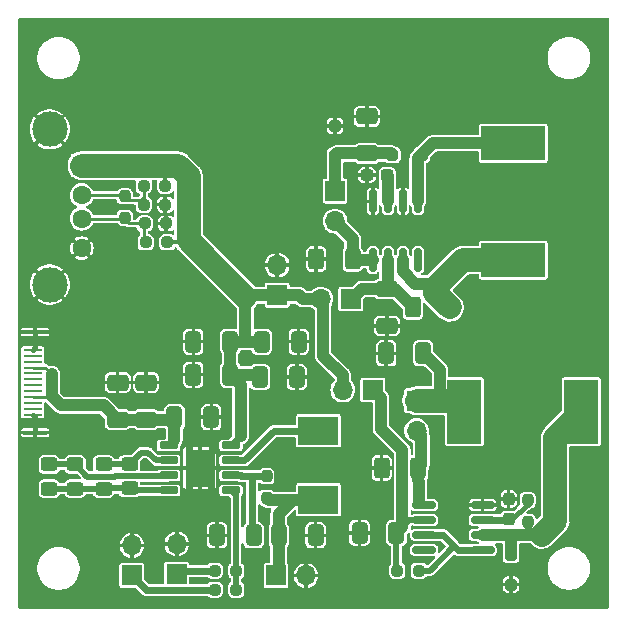
<source format=gbr>
%TF.GenerationSoftware,KiCad,Pcbnew,7.0.9*%
%TF.CreationDate,2024-02-05T14:31:58+03:00*%
%TF.ProjectId,PowerBank,506f7765-7242-4616-9e6b-2e6b69636164,rev?*%
%TF.SameCoordinates,Original*%
%TF.FileFunction,Copper,L1,Top*%
%TF.FilePolarity,Positive*%
%FSLAX46Y46*%
G04 Gerber Fmt 4.6, Leading zero omitted, Abs format (unit mm)*
G04 Created by KiCad (PCBNEW 7.0.9) date 2024-02-05 14:31:58*
%MOMM*%
%LPD*%
G01*
G04 APERTURE LIST*
G04 Aperture macros list*
%AMRoundRect*
0 Rectangle with rounded corners*
0 $1 Rounding radius*
0 $2 $3 $4 $5 $6 $7 $8 $9 X,Y pos of 4 corners*
0 Add a 4 corners polygon primitive as box body*
4,1,4,$2,$3,$4,$5,$6,$7,$8,$9,$2,$3,0*
0 Add four circle primitives for the rounded corners*
1,1,$1+$1,$2,$3*
1,1,$1+$1,$4,$5*
1,1,$1+$1,$6,$7*
1,1,$1+$1,$8,$9*
0 Add four rect primitives between the rounded corners*
20,1,$1+$1,$2,$3,$4,$5,0*
20,1,$1+$1,$4,$5,$6,$7,0*
20,1,$1+$1,$6,$7,$8,$9,0*
20,1,$1+$1,$8,$9,$2,$3,0*%
G04 Aperture macros list end*
%TA.AperFunction,SMDPad,CuDef*%
%ADD10RoundRect,0.250000X0.400000X0.625000X-0.400000X0.625000X-0.400000X-0.625000X0.400000X-0.625000X0*%
%TD*%
%TA.AperFunction,ComponentPad*%
%ADD11R,1.700000X1.700000*%
%TD*%
%TA.AperFunction,ComponentPad*%
%ADD12O,1.700000X1.700000*%
%TD*%
%TA.AperFunction,SMDPad,CuDef*%
%ADD13RoundRect,0.250000X-0.412500X-0.650000X0.412500X-0.650000X0.412500X0.650000X-0.412500X0.650000X0*%
%TD*%
%TA.AperFunction,SMDPad,CuDef*%
%ADD14RoundRect,0.237500X-0.250000X-0.237500X0.250000X-0.237500X0.250000X0.237500X-0.250000X0.237500X0*%
%TD*%
%TA.AperFunction,SMDPad,CuDef*%
%ADD15R,1.600000X0.180000*%
%TD*%
%TA.AperFunction,SMDPad,CuDef*%
%ADD16R,2.000000X0.300000*%
%TD*%
%TA.AperFunction,SMDPad,CuDef*%
%ADD17RoundRect,0.150000X-0.150000X0.825000X-0.150000X-0.825000X0.150000X-0.825000X0.150000X0.825000X0*%
%TD*%
%TA.AperFunction,SMDPad,CuDef*%
%ADD18RoundRect,0.250000X0.450000X-0.325000X0.450000X0.325000X-0.450000X0.325000X-0.450000X-0.325000X0*%
%TD*%
%TA.AperFunction,SMDPad,CuDef*%
%ADD19RoundRect,0.250000X0.250000X-0.250000X0.250000X0.250000X-0.250000X0.250000X-0.250000X-0.250000X0*%
%TD*%
%TA.AperFunction,SMDPad,CuDef*%
%ADD20RoundRect,0.250000X-0.650000X0.412500X-0.650000X-0.412500X0.650000X-0.412500X0.650000X0.412500X0*%
%TD*%
%TA.AperFunction,SMDPad,CuDef*%
%ADD21RoundRect,0.250000X0.650000X-0.412500X0.650000X0.412500X-0.650000X0.412500X-0.650000X-0.412500X0*%
%TD*%
%TA.AperFunction,SMDPad,CuDef*%
%ADD22RoundRect,0.250000X0.412500X0.650000X-0.412500X0.650000X-0.412500X-0.650000X0.412500X-0.650000X0*%
%TD*%
%TA.AperFunction,SMDPad,CuDef*%
%ADD23RoundRect,0.237500X0.250000X0.237500X-0.250000X0.237500X-0.250000X-0.237500X0.250000X-0.237500X0*%
%TD*%
%TA.AperFunction,SMDPad,CuDef*%
%ADD24RoundRect,0.150000X0.825000X0.150000X-0.825000X0.150000X-0.825000X-0.150000X0.825000X-0.150000X0*%
%TD*%
%TA.AperFunction,SMDPad,CuDef*%
%ADD25RoundRect,0.237500X-0.237500X0.250000X-0.237500X-0.250000X0.237500X-0.250000X0.237500X0.250000X0*%
%TD*%
%TA.AperFunction,SMDPad,CuDef*%
%ADD26RoundRect,0.237500X0.237500X-0.250000X0.237500X0.250000X-0.237500X0.250000X-0.237500X-0.250000X0*%
%TD*%
%TA.AperFunction,SMDPad,CuDef*%
%ADD27R,2.900000X5.400000*%
%TD*%
%TA.AperFunction,SMDPad,CuDef*%
%ADD28RoundRect,0.250000X-0.450000X0.325000X-0.450000X-0.325000X0.450000X-0.325000X0.450000X0.325000X0*%
%TD*%
%TA.AperFunction,SMDPad,CuDef*%
%ADD29RoundRect,0.237500X0.300000X0.237500X-0.300000X0.237500X-0.300000X-0.237500X0.300000X-0.237500X0*%
%TD*%
%TA.AperFunction,SMDPad,CuDef*%
%ADD30R,5.400000X2.900000*%
%TD*%
%TA.AperFunction,SMDPad,CuDef*%
%ADD31R,3.429000X2.413000*%
%TD*%
%TA.AperFunction,SMDPad,CuDef*%
%ADD32RoundRect,0.237500X0.237500X-0.300000X0.237500X0.300000X-0.237500X0.300000X-0.237500X-0.300000X0*%
%TD*%
%TA.AperFunction,ComponentPad*%
%ADD33C,0.500000*%
%TD*%
%TA.AperFunction,SMDPad,CuDef*%
%ADD34R,2.410000X3.100000*%
%TD*%
%TA.AperFunction,SMDPad,CuDef*%
%ADD35RoundRect,0.150000X-0.650000X-0.150000X0.650000X-0.150000X0.650000X0.150000X-0.650000X0.150000X0*%
%TD*%
%TA.AperFunction,SMDPad,CuDef*%
%ADD36RoundRect,0.250000X-0.250000X-0.250000X0.250000X-0.250000X0.250000X0.250000X-0.250000X0.250000X0*%
%TD*%
%TA.AperFunction,ComponentPad*%
%ADD37R,1.500000X1.600000*%
%TD*%
%TA.AperFunction,ComponentPad*%
%ADD38C,1.600000*%
%TD*%
%TA.AperFunction,ComponentPad*%
%ADD39C,3.000000*%
%TD*%
%TA.AperFunction,SMDPad,CuDef*%
%ADD40RoundRect,0.250000X-0.250000X0.250000X-0.250000X-0.250000X0.250000X-0.250000X0.250000X0.250000X0*%
%TD*%
%TA.AperFunction,ViaPad*%
%ADD41C,0.800000*%
%TD*%
%TA.AperFunction,Conductor*%
%ADD42C,2.000000*%
%TD*%
%TA.AperFunction,Conductor*%
%ADD43C,1.000000*%
%TD*%
%TA.AperFunction,Conductor*%
%ADD44C,0.500000*%
%TD*%
%TA.AperFunction,Conductor*%
%ADD45C,0.600000*%
%TD*%
%TA.AperFunction,Conductor*%
%ADD46C,0.250000*%
%TD*%
%TA.AperFunction,Conductor*%
%ADD47C,0.400000*%
%TD*%
%TA.AperFunction,Conductor*%
%ADD48C,0.300000*%
%TD*%
G04 APERTURE END LIST*
D10*
%TO.P,R12,1*%
%TO.N,Net-(U3-Ipk)*%
X65500000Y-41300000D03*
%TO.P,R12,2*%
%TO.N,Net-(J8-Pin_1)*%
X62400000Y-41300000D03*
%TD*%
D11*
%TO.P,J9,1,Pin_1*%
%TO.N,Net-(J9-Pin_1)*%
X59000000Y-48300000D03*
D12*
%TO.P,J9,2,Pin_2*%
%TO.N,+5VP*%
X56460000Y-48300000D03*
%TD*%
D13*
%TO.P,C4,1*%
%TO.N,+5VP*%
X49600000Y-44200000D03*
%TO.P,C4,2*%
%TO.N,GND*%
X52725000Y-44200000D03*
%TD*%
D14*
%TO.P,R10,1*%
%TO.N,Net-(J1-D-)*%
X39600000Y-31000000D03*
%TO.P,R10,2*%
%TO.N,+5VP*%
X41425000Y-31000000D03*
%TD*%
D11*
%TO.P,J7,1,Pin_1*%
%TO.N,Net-(D2-K)*%
X55800000Y-31460000D03*
D12*
%TO.P,J7,2,Pin_2*%
%TO.N,Net-(J7-Pin_2)*%
X55800000Y-34000000D03*
%TD*%
D15*
%TO.P,X1,B1,GND*%
%TO.N,GND*%
X30200000Y-44900000D03*
%TO.P,X1,B2,TX2+*%
%TO.N,unconnected-(X1-TX2+-PadB2)*%
X30200000Y-45400000D03*
%TO.P,X1,B3,TX2-*%
%TO.N,unconnected-(X1-TX2--PadB3)*%
X30200000Y-45900000D03*
%TO.P,X1,B4,VBUS*%
%TO.N,VBUS*%
X30200000Y-46400000D03*
%TO.P,X1,B5,CC2*%
%TO.N,unconnected-(X1-CC2-PadB5)*%
X30200000Y-46900000D03*
%TO.P,X1,B6,D+*%
%TO.N,unconnected-(X1-D+-PadB6)*%
X30200000Y-47400000D03*
%TO.P,X1,B7,D-*%
%TO.N,unconnected-(X1-D--PadB7)*%
X30200000Y-47900000D03*
%TO.P,X1,B8,SBU2*%
%TO.N,unconnected-(X1-SBU2-PadB8)*%
X30200000Y-48400000D03*
%TO.P,X1,B9,VBUS*%
%TO.N,VBUS*%
X30200000Y-48900000D03*
%TO.P,X1,B10,RX1-*%
%TO.N,unconnected-(X1-RX1--PadB10)*%
X30200000Y-49400000D03*
%TO.P,X1,B11,RX1+*%
%TO.N,unconnected-(X1-RX1+-PadB11)*%
X30200000Y-49900000D03*
%TO.P,X1,B12,GND*%
%TO.N,GND*%
X30200000Y-50400000D03*
D16*
%TO.P,X1,S1,SHIELD*%
X30400000Y-51900000D03*
%TO.P,X1,S2,SHIELD*%
X30400000Y-43400000D03*
%TD*%
D17*
%TO.P,U3,1,SwC*%
%TO.N,Net-(D3-A)*%
X62805000Y-32325000D03*
%TO.P,U3,2,SwE*%
%TO.N,GND*%
X61535000Y-32325000D03*
%TO.P,U3,3,TC*%
%TO.N,Net-(U3-TC)*%
X60265000Y-32325000D03*
%TO.P,U3,4,GND*%
%TO.N,GND*%
X58995000Y-32325000D03*
%TO.P,U3,5,Vfb*%
%TO.N,Net-(J7-Pin_2)*%
X58995000Y-37275000D03*
%TO.P,U3,6,Vin*%
%TO.N,Net-(J8-Pin_1)*%
X60265000Y-37275000D03*
%TO.P,U3,7,Ipk*%
%TO.N,Net-(U3-Ipk)*%
X61535000Y-37275000D03*
%TO.P,U3,8,DC*%
%TO.N,unconnected-(U3-DC-Pad8)*%
X62805000Y-37275000D03*
%TD*%
D10*
%TO.P,R13,1*%
%TO.N,Net-(J7-Pin_2)*%
X57300000Y-37200000D03*
%TO.P,R13,2*%
%TO.N,GND*%
X54200000Y-37200000D03*
%TD*%
D13*
%TO.P,C6,1*%
%TO.N,Net-(J2-Pin_1)*%
X51037500Y-60600000D03*
%TO.P,C6,2*%
%TO.N,GND*%
X54162500Y-60600000D03*
%TD*%
D18*
%TO.P,VD1,1,K*%
%TO.N,Net-(U1-LED3)*%
X36200000Y-56650000D03*
%TO.P,VD1,2,A*%
%TO.N,Net-(U1-LED1)*%
X36200000Y-54600000D03*
%TD*%
D19*
%TO.P,D2,1,K*%
%TO.N,Net-(D2-K)*%
X55800000Y-28450000D03*
%TO.P,D2,2,A*%
%TO.N,GND*%
X55800000Y-25950000D03*
%TD*%
D10*
%TO.P,R5,1*%
%TO.N,Net-(J3-Pin_2)*%
X62850000Y-54900000D03*
%TO.P,R5,2*%
%TO.N,GND*%
X59750000Y-54900000D03*
%TD*%
D20*
%TO.P,C13,1*%
%TO.N,Net-(J8-Pin_1)*%
X60200000Y-39737500D03*
%TO.P,C13,2*%
%TO.N,GND*%
X60200000Y-42862500D03*
%TD*%
D21*
%TO.P,C12,1*%
%TO.N,VBUS*%
X39800000Y-50800000D03*
%TO.P,C12,2*%
%TO.N,GND*%
X39800000Y-47675000D03*
%TD*%
D13*
%TO.P,C8,1*%
%TO.N,VBUS*%
X42200000Y-50600000D03*
%TO.P,C8,2*%
%TO.N,GND*%
X45325000Y-50600000D03*
%TD*%
D11*
%TO.P,J6,1,Pin_1*%
%TO.N,+5VP*%
X50900000Y-40275000D03*
D12*
%TO.P,J6,2,Pin_2*%
%TO.N,GND*%
X50900000Y-37735000D03*
%TD*%
D22*
%TO.P,C2,1*%
%TO.N,+5VP*%
X46925000Y-47000000D03*
%TO.P,C2,2*%
%TO.N,GND*%
X43800000Y-47000000D03*
%TD*%
D23*
%TO.P,R2,1*%
%TO.N,Net-(U1-KEY)*%
X47425000Y-63600000D03*
%TO.P,R2,2*%
%TO.N,Net-(J5-Pin_1)*%
X45600000Y-63600000D03*
%TD*%
D24*
%TO.P,U2,1,SwC*%
%TO.N,Net-(U2-Ipk)*%
X68300000Y-61840000D03*
%TO.P,U2,2,SwE*%
%TO.N,Net-(D1-K)*%
X68300000Y-60570000D03*
%TO.P,U2,3,TC*%
%TO.N,Net-(U2-TC)*%
X68300000Y-59300000D03*
%TO.P,U2,4,GND*%
%TO.N,GND*%
X68300000Y-58030000D03*
%TO.P,U2,5,Vfb*%
%TO.N,Net-(J3-Pin_2)*%
X63350000Y-58030000D03*
%TO.P,U2,6,Vin*%
%TO.N,Net-(J9-Pin_1)*%
X63350000Y-59300000D03*
%TO.P,U2,7,Ipk*%
%TO.N,Net-(U2-Ipk)*%
X63350000Y-60570000D03*
%TO.P,U2,8,DC*%
%TO.N,unconnected-(U2-DC-Pad8)*%
X63350000Y-61840000D03*
%TD*%
D11*
%TO.P,J8,1,Pin_1*%
%TO.N,Net-(J8-Pin_1)*%
X57140000Y-40600000D03*
D12*
%TO.P,J8,2,Pin_2*%
%TO.N,+5VP*%
X54600000Y-40600000D03*
%TD*%
D22*
%TO.P,C10,1*%
%TO.N,Net-(J9-Pin_1)*%
X61000000Y-60400000D03*
%TO.P,C10,2*%
%TO.N,GND*%
X57875000Y-60400000D03*
%TD*%
D25*
%TO.P,R3,1*%
%TO.N,Net-(U1-BAT)*%
X50000000Y-55600000D03*
%TO.P,R3,2*%
%TO.N,Net-(J2-Pin_1)*%
X50000000Y-57425000D03*
%TD*%
D22*
%TO.P,C11,1*%
%TO.N,Net-(J3-Pin_1)*%
X63262500Y-45200000D03*
%TO.P,C11,2*%
%TO.N,GND*%
X60137500Y-45200000D03*
%TD*%
D13*
%TO.P,C3,1*%
%TO.N,+5VP*%
X49437500Y-47200000D03*
%TO.P,C3,2*%
%TO.N,GND*%
X52562500Y-47200000D03*
%TD*%
D26*
%TO.P,R6,1*%
%TO.N,Net-(D1-K)*%
X72100000Y-59447500D03*
%TO.P,R6,2*%
%TO.N,Net-(U2-TC)*%
X72100000Y-57622500D03*
%TD*%
D11*
%TO.P,J3,1,Pin_1*%
%TO.N,Net-(J3-Pin_1)*%
X62700000Y-49195000D03*
D12*
%TO.P,J3,2,Pin_2*%
%TO.N,Net-(J3-Pin_2)*%
X62700000Y-51735000D03*
%TD*%
D22*
%TO.P,C5,1*%
%TO.N,+5VP*%
X46925000Y-44200000D03*
%TO.P,C5,2*%
%TO.N,GND*%
X43800000Y-44200000D03*
%TD*%
D11*
%TO.P,J4,1,Pin_1*%
%TO.N,Net-(J4-Pin_1)*%
X38600000Y-64000000D03*
D12*
%TO.P,J4,2,Pin_2*%
%TO.N,GND*%
X38600000Y-61460000D03*
%TD*%
D22*
%TO.P,C7,1*%
%TO.N,Net-(U1-BAT)*%
X48925000Y-60600000D03*
%TO.P,C7,2*%
%TO.N,GND*%
X45800000Y-60600000D03*
%TD*%
D27*
%TO.P,L1,1,1*%
%TO.N,Net-(D1-K)*%
X76650000Y-50135000D03*
%TO.P,L1,2,2*%
%TO.N,Net-(J3-Pin_1)*%
X66750000Y-50135000D03*
%TD*%
D28*
%TO.P,VD4,1,K*%
%TO.N,Net-(U1-LED2)*%
X31600000Y-54600000D03*
%TO.P,VD4,2,A*%
%TO.N,Net-(U1-LED3)*%
X31600000Y-56650000D03*
%TD*%
%TO.P,VD2,1,K*%
%TO.N,Net-(U1-LED1)*%
X38400000Y-54575000D03*
%TO.P,VD2,2,A*%
%TO.N,Net-(U1-LED3)*%
X38400000Y-56625000D03*
%TD*%
D29*
%TO.P,C14,1*%
%TO.N,Net-(U3-TC)*%
X60225000Y-30100000D03*
%TO.P,C14,2*%
%TO.N,GND*%
X58500000Y-30100000D03*
%TD*%
D30*
%TO.P,L3,1,1*%
%TO.N,Net-(U3-Ipk)*%
X70900000Y-37300000D03*
%TO.P,L3,2,2*%
%TO.N,Net-(D3-A)*%
X70900000Y-27400000D03*
%TD*%
D23*
%TO.P,R1,1*%
%TO.N,Net-(U1-KEY)*%
X47425000Y-65200000D03*
%TO.P,R1,2*%
%TO.N,Net-(J4-Pin_1)*%
X45600000Y-65200000D03*
%TD*%
D31*
%TO.P,L2,1,1*%
%TO.N,Net-(U1-SW)*%
X54400000Y-51758000D03*
%TO.P,L2,2,2*%
%TO.N,Net-(J2-Pin_1)*%
X54400000Y-57600000D03*
%TD*%
D18*
%TO.P,VD3,1,K*%
%TO.N,Net-(U1-LED3)*%
X33800000Y-56650000D03*
%TO.P,VD3,2,A*%
%TO.N,Net-(U1-LED2)*%
X33800000Y-54600000D03*
%TD*%
D23*
%TO.P,R8,1*%
%TO.N,GND*%
X41512500Y-34200000D03*
%TO.P,R8,2*%
%TO.N,Net-(J1-D+)*%
X39687500Y-34200000D03*
%TD*%
D32*
%TO.P,C9,1*%
%TO.N,Net-(U2-TC)*%
X70500000Y-59260000D03*
%TO.P,C9,2*%
%TO.N,GND*%
X70500000Y-57535000D03*
%TD*%
D33*
%TO.P,U1,9,GND*%
%TO.N,GND*%
X45310000Y-56200000D03*
X45310000Y-54900000D03*
X45310000Y-53600000D03*
D34*
X44355000Y-54900000D03*
D33*
X43400000Y-56200000D03*
X43400000Y-54900000D03*
X43400000Y-53600000D03*
D35*
%TO.P,U1,8,Vout*%
%TO.N,+5VP*%
X47005000Y-52995000D03*
%TO.P,U1,7,SW*%
%TO.N,Net-(U1-SW)*%
X47005000Y-54265000D03*
%TO.P,U1,6,BAT*%
%TO.N,Net-(U1-BAT)*%
X47005000Y-55535000D03*
%TO.P,U1,5,KEY*%
%TO.N,Net-(U1-KEY)*%
X47005000Y-56805000D03*
%TO.P,U1,4,LED3*%
%TO.N,Net-(U1-LED3)*%
X41705000Y-56805000D03*
%TO.P,U1,3,LED2*%
%TO.N,Net-(U1-LED2)*%
X41705000Y-55535000D03*
%TO.P,U1,2,LED1*%
%TO.N,Net-(U1-LED1)*%
X41705000Y-54265000D03*
%TO.P,U1,1,Vin*%
%TO.N,VBUS*%
X41705000Y-52995000D03*
%TD*%
D23*
%TO.P,R11,1*%
%TO.N,GND*%
X41425000Y-32600000D03*
%TO.P,R11,2*%
%TO.N,Net-(J1-D-)*%
X39600000Y-32600000D03*
%TD*%
D36*
%TO.P,D3,1,K*%
%TO.N,Net-(D2-K)*%
X60650000Y-28400000D03*
%TO.P,D3,2,A*%
%TO.N,Net-(D3-A)*%
X63150000Y-28400000D03*
%TD*%
D21*
%TO.P,C15,1*%
%TO.N,Net-(D2-K)*%
X58500000Y-28262500D03*
%TO.P,C15,2*%
%TO.N,GND*%
X58500000Y-25137500D03*
%TD*%
D23*
%TO.P,R4,1*%
%TO.N,Net-(U2-Ipk)*%
X62900000Y-63600000D03*
%TO.P,R4,2*%
%TO.N,Net-(J9-Pin_1)*%
X61075000Y-63600000D03*
%TD*%
D11*
%TO.P,J5,1,Pin_1*%
%TO.N,Net-(J5-Pin_1)*%
X42400000Y-63875000D03*
D12*
%TO.P,J5,2,Pin_2*%
%TO.N,GND*%
X42400000Y-61335000D03*
%TD*%
D25*
%TO.P,R9,1*%
%TO.N,Net-(J1-D-)*%
X38000000Y-31887500D03*
%TO.P,R9,2*%
%TO.N,Net-(J1-D+)*%
X38000000Y-33712500D03*
%TD*%
D14*
%TO.P,R7,1*%
%TO.N,Net-(J1-D+)*%
X39775000Y-35800000D03*
%TO.P,R7,2*%
%TO.N,+5VP*%
X41600000Y-35800000D03*
%TD*%
D21*
%TO.P,C1,1*%
%TO.N,VBUS*%
X37400000Y-50800000D03*
%TO.P,C1,2*%
%TO.N,GND*%
X37400000Y-47675000D03*
%TD*%
D37*
%TO.P,J1,1,VBUS*%
%TO.N,+5VP*%
X34360000Y-29300000D03*
D38*
%TO.P,J1,2,D-*%
%TO.N,Net-(J1-D-)*%
X34360000Y-31800000D03*
%TO.P,J1,3,D+*%
%TO.N,Net-(J1-D+)*%
X34360000Y-33800000D03*
%TO.P,J1,4,GND*%
%TO.N,GND*%
X34360000Y-36300000D03*
D39*
%TO.P,J1,5,Shield*%
X31650000Y-26230000D03*
X31650000Y-39370000D03*
%TD*%
D40*
%TO.P,D1,1,K*%
%TO.N,Net-(D1-K)*%
X70700000Y-62285000D03*
%TO.P,D1,2,A*%
%TO.N,GND*%
X70700000Y-64785000D03*
%TD*%
D11*
%TO.P,J2,1,Pin_1*%
%TO.N,Net-(J2-Pin_1)*%
X50800000Y-64000000D03*
D12*
%TO.P,J2,2,Pin_2*%
%TO.N,GND*%
X53340000Y-64000000D03*
%TD*%
D41*
%TO.N,GND*%
X53100000Y-35800000D03*
X55500000Y-38500000D03*
X61500000Y-46800000D03*
X61700000Y-45200000D03*
X58700000Y-44200000D03*
X61900000Y-43100000D03*
X58300000Y-42500000D03*
X55200000Y-24700000D03*
X59700000Y-23800000D03*
X57200000Y-26400000D03*
X60100000Y-25200000D03*
X56800000Y-24600000D03*
X54200000Y-25800000D03*
%TO.N,VBUS*%
X35000000Y-49600000D03*
%TO.N,GND*%
X74200000Y-23800000D03*
X44600000Y-62200000D03*
X70100000Y-56135000D03*
X33200000Y-35000000D03*
X35800000Y-63600000D03*
X33400000Y-41200000D03*
X45362500Y-44200000D03*
X66500000Y-57335000D03*
X44200000Y-59400000D03*
X45400000Y-48800000D03*
X51000000Y-47200000D03*
X37400000Y-59600000D03*
X56800000Y-19000000D03*
X58300000Y-54400000D03*
X30400000Y-42400000D03*
X35800000Y-35000000D03*
X58425000Y-65135000D03*
X72300000Y-63935000D03*
X53200000Y-38900000D03*
X56500000Y-62200000D03*
X39800000Y-54600000D03*
X59667766Y-56575500D03*
X77600000Y-31200000D03*
X53600000Y-45600000D03*
X46400000Y-28800000D03*
X74800000Y-28200000D03*
X74900000Y-41200000D03*
X67300000Y-22100000D03*
X33200000Y-37600000D03*
X71300000Y-42135000D03*
X34600000Y-52600000D03*
X71900000Y-65735000D03*
X67700000Y-56935000D03*
X77700000Y-54335000D03*
X40400000Y-49400000D03*
X69900000Y-49535000D03*
X71500000Y-56335000D03*
X59500000Y-53300000D03*
X52600000Y-49400000D03*
X52080675Y-54703168D03*
X72400000Y-62000000D03*
X69100000Y-63935000D03*
X67600000Y-30400000D03*
X57100000Y-53900000D03*
X39800000Y-52600000D03*
X38200000Y-49400000D03*
X42000000Y-47600000D03*
X40600000Y-62400000D03*
X71700000Y-53135000D03*
X51000000Y-44200000D03*
X37000000Y-52800000D03*
X50400000Y-30200000D03*
X66000000Y-65800000D03*
X32400000Y-43400000D03*
X54600000Y-62600000D03*
X64400000Y-56500000D03*
X55600000Y-35800000D03*
X50900000Y-35300000D03*
X77225000Y-58135000D03*
X52400000Y-66000000D03*
X56200000Y-60800000D03*
X53200000Y-23800000D03*
X36200000Y-32800000D03*
X52200000Y-36600000D03*
X58600000Y-50800000D03*
X76500000Y-60300000D03*
X45400000Y-52400000D03*
X46090077Y-58173953D03*
X67100000Y-46535000D03*
X44600000Y-58000000D03*
X43800000Y-49000000D03*
X58300000Y-55500000D03*
X39800000Y-44600000D03*
X64200000Y-30700000D03*
X37200000Y-44600000D03*
X52600000Y-59800000D03*
X69100000Y-56935000D03*
X35800000Y-23800000D03*
X30200000Y-53000000D03*
X42200000Y-44200000D03*
X67900000Y-54135000D03*
X54400000Y-54679000D03*
X60600000Y-66200000D03*
X66500000Y-58735000D03*
X29800000Y-41200000D03*
X55800000Y-65000000D03*
X52800000Y-42400000D03*
X32400000Y-51800000D03*
X43800000Y-42400000D03*
X35000000Y-60400000D03*
X41662015Y-59405426D03*
X75100000Y-45335000D03*
X49500000Y-36400000D03*
X69100000Y-65535000D03*
X54100000Y-48600000D03*
X57600000Y-46200000D03*
X64700000Y-54735000D03*
X29800000Y-37400000D03*
X78100000Y-61535000D03*
X76200000Y-57300000D03*
X40400000Y-39200000D03*
X57100000Y-64100000D03*
X40000000Y-19000000D03*
X45000000Y-23800000D03*
X45362500Y-47000000D03*
X52800000Y-62200000D03*
X49000000Y-19000000D03*
X35600000Y-42400000D03*
X55600000Y-54800000D03*
X30800000Y-59800000D03*
X39800000Y-59400000D03*
X69000000Y-45100000D03*
X66100000Y-60000000D03*
X58600000Y-52600000D03*
X35800000Y-37600000D03*
X56100000Y-63600000D03*
X71200000Y-18800000D03*
X42200000Y-45600000D03*
X64000000Y-19000000D03*
X51000000Y-45800000D03*
X40400000Y-27000000D03*
X50600000Y-32500000D03*
X43400000Y-58000000D03*
X50400000Y-25600000D03*
X48600000Y-38200000D03*
X35400000Y-47400000D03*
X76900000Y-41700000D03*
X43800000Y-52200000D03*
%TD*%
D42*
%TO.N,Net-(D1-K)*%
X74450000Y-59385000D02*
X74300000Y-59535000D01*
X74450000Y-52335000D02*
X74450000Y-59385000D01*
D43*
%TO.N,Net-(J3-Pin_1)*%
X64700000Y-46637500D02*
X63262500Y-45200000D01*
X64700000Y-49195000D02*
X64700000Y-46637500D01*
%TO.N,Net-(D2-K)*%
X60512500Y-28262500D02*
X55987500Y-28262500D01*
X60650000Y-28400000D02*
X60512500Y-28262500D01*
X55987500Y-28262500D02*
X55800000Y-28450000D01*
%TO.N,Net-(D3-A)*%
X64100000Y-27400000D02*
X70900000Y-27400000D01*
X62805000Y-28695000D02*
X64100000Y-27400000D01*
X62805000Y-32325000D02*
X62805000Y-28695000D01*
%TO.N,Net-(J8-Pin_1)*%
X60200000Y-39737500D02*
X60837500Y-39737500D01*
X60837500Y-39737500D02*
X62400000Y-41300000D01*
D42*
%TO.N,Net-(U3-Ipk)*%
X64250000Y-39650000D02*
X64250000Y-40050000D01*
X66600000Y-37300000D02*
X64250000Y-39650000D01*
X67000000Y-37300000D02*
X66600000Y-37300000D01*
X70900000Y-37300000D02*
X67000000Y-37300000D01*
X64250000Y-40050000D02*
X65500000Y-41300000D01*
D43*
X63500000Y-39300000D02*
X64250000Y-40050000D01*
X62585001Y-39300000D02*
X63500000Y-39300000D01*
X61535000Y-38249999D02*
X62585001Y-39300000D01*
X61535000Y-37275000D02*
X61535000Y-38249999D01*
%TO.N,Net-(J8-Pin_1)*%
X58062500Y-39737500D02*
X60200000Y-39737500D01*
X57200000Y-40600000D02*
X58062500Y-39737500D01*
X57140000Y-40600000D02*
X57200000Y-40600000D01*
X60265000Y-39672500D02*
X60200000Y-39737500D01*
X60265000Y-37275000D02*
X60265000Y-39672500D01*
%TO.N,Net-(J7-Pin_2)*%
X57300000Y-35500000D02*
X57300000Y-37200000D01*
X55800000Y-34000000D02*
X57300000Y-35500000D01*
%TO.N,Net-(D2-K)*%
X55800000Y-28450000D02*
X55800000Y-31460000D01*
%TO.N,Net-(J7-Pin_2)*%
X57375000Y-37275000D02*
X57300000Y-37200000D01*
X58995000Y-37275000D02*
X57375000Y-37275000D01*
%TO.N,Net-(U3-TC)*%
X60265000Y-30140000D02*
X60225000Y-30100000D01*
X60265000Y-32325000D02*
X60265000Y-30140000D01*
%TO.N,+5VP*%
X54800000Y-45400000D02*
X54800000Y-40800000D01*
X56460000Y-47060000D02*
X54800000Y-45400000D01*
X54800000Y-40800000D02*
X54600000Y-40600000D01*
X56460000Y-48300000D02*
X56460000Y-47060000D01*
%TO.N,Net-(J9-Pin_1)*%
X59700000Y-49000000D02*
X59000000Y-48300000D01*
X59700000Y-51600000D02*
X59700000Y-49000000D01*
X61500000Y-53400000D02*
X59700000Y-51600000D01*
X61500000Y-53400000D02*
X61500000Y-59900000D01*
X61500000Y-59900000D02*
X61000000Y-60400000D01*
%TO.N,Net-(J3-Pin_2)*%
X62900000Y-56047500D02*
X62900000Y-57580000D01*
X63100000Y-54650000D02*
X62850000Y-54900000D01*
X63100000Y-52135000D02*
X63100000Y-54650000D01*
X62700000Y-51735000D02*
X63100000Y-52135000D01*
X62850000Y-54900000D02*
X62850000Y-55935000D01*
D44*
%TO.N,Net-(U2-Ipk)*%
X63800000Y-63600000D02*
X65882500Y-61517500D01*
D45*
X65882500Y-61517500D02*
X66205000Y-61840000D01*
X64935000Y-60570000D02*
X65882500Y-61517500D01*
D44*
X62900000Y-63600000D02*
X63800000Y-63600000D01*
%TO.N,Net-(J9-Pin_1)*%
X61000000Y-63525000D02*
X61075000Y-63600000D01*
X61000000Y-60400000D02*
X61000000Y-63525000D01*
X62100000Y-59300000D02*
X61000000Y-60400000D01*
X63350000Y-59300000D02*
X62100000Y-59300000D01*
D43*
%TO.N,+5VP*%
X53100000Y-40600000D02*
X54600000Y-40600000D01*
X52775000Y-40275000D02*
X53100000Y-40600000D01*
X50900000Y-40275000D02*
X52775000Y-40275000D01*
%TO.N,VBUS*%
X35000000Y-49600000D02*
X36200000Y-49600000D01*
D46*
X31300000Y-48900000D02*
X30200000Y-48900000D01*
D43*
X31800000Y-48800000D02*
X32600000Y-49600000D01*
X39800000Y-50800000D02*
X42000000Y-50800000D01*
X42200000Y-52500000D02*
X42200000Y-50600000D01*
X31800000Y-48400000D02*
X31800000Y-48800000D01*
X36200000Y-49600000D02*
X37400000Y-50800000D01*
D46*
X30200000Y-46400000D02*
X31250000Y-46400000D01*
D45*
X41705000Y-52995000D02*
X42200000Y-52500000D01*
D43*
X37400000Y-50800000D02*
X39800000Y-50800000D01*
D46*
X31250000Y-46400000D02*
X31800000Y-46950000D01*
D43*
X32600000Y-49600000D02*
X36200000Y-49600000D01*
X42000000Y-50800000D02*
X42200000Y-50600000D01*
X41705000Y-50800000D02*
X39800000Y-50800000D01*
X31800000Y-48400000D02*
X31800000Y-46950000D01*
D46*
X31800000Y-48400000D02*
X31300000Y-48900000D01*
D45*
%TO.N,GND*%
X43400000Y-53600000D02*
X43400000Y-53945000D01*
D47*
X30400000Y-43400000D02*
X30400000Y-44700000D01*
D45*
X43400000Y-58000000D02*
X43400000Y-56200000D01*
X45310000Y-53945000D02*
X44355000Y-54900000D01*
X46090077Y-58173953D02*
X45310000Y-57393876D01*
X45310000Y-53600000D02*
X45310000Y-54900000D01*
D47*
X30400000Y-44700000D02*
X30200000Y-44900000D01*
D45*
X45400000Y-52400000D02*
X45400000Y-53510000D01*
X45310000Y-54900000D02*
X45310000Y-56200000D01*
X43800000Y-52200000D02*
X43400000Y-52600000D01*
X45310000Y-56200000D02*
X43400000Y-56200000D01*
D47*
X30400000Y-51900000D02*
X30400000Y-50600000D01*
D45*
X45310000Y-53600000D02*
X45310000Y-53945000D01*
X43400000Y-56200000D02*
X43400000Y-54900000D01*
X45310000Y-57393876D02*
X45310000Y-56200000D01*
X43400000Y-54900000D02*
X43400000Y-53600000D01*
X43400000Y-52600000D02*
X43400000Y-53600000D01*
X45400000Y-53510000D02*
X45310000Y-53600000D01*
D47*
X30400000Y-50600000D02*
X30200000Y-50400000D01*
D45*
X43400000Y-53945000D02*
X44355000Y-54900000D01*
%TO.N,+5VP*%
X47005000Y-52995000D02*
X47800000Y-52200000D01*
D43*
X47800000Y-52200000D02*
X47800000Y-47875000D01*
X48200000Y-40400000D02*
X48200000Y-42400000D01*
X48200000Y-44000000D02*
X48400000Y-44200000D01*
D42*
X43400000Y-35600000D02*
X44887500Y-37087500D01*
D43*
X50900000Y-40275000D02*
X48325000Y-40275000D01*
X49237500Y-47000000D02*
X49437500Y-47200000D01*
D42*
X38000000Y-29300000D02*
X34360000Y-29300000D01*
D43*
X48400000Y-44200000D02*
X49600000Y-44200000D01*
D48*
X43200000Y-35800000D02*
X43400000Y-35600000D01*
D46*
X44400000Y-36600000D02*
X44887500Y-37087500D01*
D43*
X48325000Y-40275000D02*
X48200000Y-40400000D01*
D46*
X38025000Y-29325000D02*
X38000000Y-29300000D01*
D42*
X42500000Y-29300000D02*
X43400000Y-30200000D01*
X41400000Y-29300000D02*
X42500000Y-29300000D01*
X43400000Y-30200000D02*
X43400000Y-35600000D01*
D48*
X41625000Y-35800000D02*
X43200000Y-35800000D01*
D42*
X48200000Y-40400000D02*
X44887500Y-37087500D01*
X38000000Y-29300000D02*
X41400000Y-29300000D01*
D43*
X48200000Y-42400000D02*
X48200000Y-44000000D01*
X46925000Y-47000000D02*
X49237500Y-47000000D01*
X46925000Y-44200000D02*
X48400000Y-44200000D01*
D48*
X41425000Y-31000000D02*
X41425000Y-29325000D01*
D43*
X46925000Y-47000000D02*
X46925000Y-44200000D01*
X47800000Y-47875000D02*
X46925000Y-47000000D01*
D48*
X41425000Y-29325000D02*
X41400000Y-29300000D01*
D43*
%TO.N,Net-(J2-Pin_1)*%
X51037500Y-58762500D02*
X52200000Y-57600000D01*
X51037500Y-60600000D02*
X51037500Y-63762500D01*
X51037500Y-63762500D02*
X50800000Y-64000000D01*
X51037500Y-60600000D02*
X51037500Y-58762500D01*
X52200000Y-57600000D02*
X50175000Y-57600000D01*
X50175000Y-57600000D02*
X50000000Y-57425000D01*
X54400000Y-57600000D02*
X52200000Y-57600000D01*
D45*
%TO.N,Net-(U1-BAT)*%
X50000000Y-55600000D02*
X47869999Y-55600000D01*
X48925000Y-60600000D02*
X48800000Y-60475000D01*
X48800000Y-60475000D02*
X48800000Y-55600000D01*
X47869999Y-55600000D02*
X47804999Y-55535000D01*
X47804999Y-55535000D02*
X47005000Y-55535000D01*
%TO.N,Net-(U2-TC)*%
X72100000Y-57735000D02*
X72100000Y-57942406D01*
D47*
X72100000Y-57942406D02*
X70707406Y-59335000D01*
D45*
X70460000Y-59300000D02*
X70625000Y-59135000D01*
X70707406Y-59335000D02*
X70700000Y-59335000D01*
X68300000Y-59300000D02*
X70460000Y-59300000D01*
D42*
%TO.N,Net-(J3-Pin_1)*%
X64700000Y-49195000D02*
X66010000Y-49195000D01*
X66010000Y-49195000D02*
X66750000Y-49935000D01*
X62700000Y-49195000D02*
X64700000Y-49195000D01*
%TO.N,Net-(D1-K)*%
X73300000Y-60535000D02*
X74300000Y-59535000D01*
D43*
X68300000Y-60570000D02*
X70500000Y-60570000D01*
X74300000Y-52335000D02*
X74450000Y-52335000D01*
D45*
X72100000Y-60245000D02*
X72100000Y-59360000D01*
D42*
X74450000Y-52335000D02*
X76650000Y-50135000D01*
D43*
X70700000Y-60835000D02*
X70500000Y-60635000D01*
X72390000Y-60535000D02*
X73300000Y-60535000D01*
X70700000Y-62085000D02*
X70700000Y-60835000D01*
X70500000Y-60570000D02*
X72425000Y-60570000D01*
D45*
%TO.N,Net-(J4-Pin_1)*%
X45600000Y-65200000D02*
X45575000Y-65225000D01*
X45575000Y-65225000D02*
X39825000Y-65225000D01*
X39825000Y-65225000D02*
X38600000Y-64000000D01*
%TO.N,Net-(J3-Pin_2)*%
X62900000Y-57580000D02*
X63350000Y-58030000D01*
%TO.N,Net-(U1-SW)*%
X48135000Y-54265000D02*
X47005000Y-54265000D01*
X50642000Y-51758000D02*
X48135000Y-54265000D01*
X54400000Y-51758000D02*
X50642000Y-51758000D01*
D44*
%TO.N,Net-(U1-KEY)*%
X47425000Y-57225000D02*
X47425000Y-63600000D01*
X47005000Y-56805000D02*
X47425000Y-57225000D01*
X47425000Y-63600000D02*
X47425000Y-65200000D01*
D45*
%TO.N,Net-(U2-Ipk)*%
X63350000Y-60570000D02*
X64935000Y-60570000D01*
X66205000Y-61840000D02*
X68300000Y-61840000D01*
D44*
%TO.N,Net-(U1-LED3)*%
X36225000Y-56625000D02*
X36200000Y-56650000D01*
X38580000Y-56805000D02*
X38400000Y-56625000D01*
X41705000Y-56805000D02*
X38580000Y-56805000D01*
X36200000Y-56650000D02*
X33800000Y-56650000D01*
X33800000Y-56650000D02*
X31600000Y-56650000D01*
X38400000Y-56625000D02*
X36225000Y-56625000D01*
%TO.N,Net-(U1-LED1)*%
X41705000Y-54265000D02*
X40665000Y-54265000D01*
X39375000Y-53600000D02*
X38400000Y-54575000D01*
X40650000Y-54250000D02*
X40650000Y-54247918D01*
X38400000Y-54575000D02*
X36225000Y-54575000D01*
X40002082Y-53600000D02*
X39375000Y-53600000D01*
X40665000Y-54265000D02*
X40650000Y-54250000D01*
X36225000Y-54575000D02*
X36200000Y-54600000D01*
X40650000Y-54247918D02*
X40002082Y-53600000D01*
%TO.N,Net-(U1-LED2)*%
X33800000Y-54600000D02*
X31600000Y-54600000D01*
X41705000Y-55535000D02*
X41640000Y-55600000D01*
X34825000Y-55625000D02*
X33800000Y-54600000D01*
X37200000Y-55600000D02*
X37175000Y-55625000D01*
X37175000Y-55625000D02*
X34825000Y-55625000D01*
X41640000Y-55600000D02*
X37200000Y-55600000D01*
D46*
%TO.N,Net-(J1-D-)*%
X34360000Y-31800000D02*
X37575000Y-31800000D01*
X39600000Y-32000000D02*
X39350000Y-32250000D01*
X39600000Y-31000000D02*
X39600000Y-32000000D01*
X39350000Y-32250000D02*
X38000000Y-32250000D01*
X39600000Y-32000000D02*
X39600000Y-32600000D01*
%TO.N,Net-(J1-D+)*%
X39600000Y-34200000D02*
X38350000Y-34200000D01*
X39600000Y-34200000D02*
X39600000Y-35600000D01*
X36775000Y-33800000D02*
X34360000Y-33800000D01*
X39600000Y-35600000D02*
X39800000Y-35800000D01*
X36825000Y-33850000D02*
X38000000Y-33850000D01*
X38350000Y-34200000D02*
X38000000Y-33850000D01*
X36775000Y-33800000D02*
X36825000Y-33850000D01*
D45*
%TO.N,Net-(J5-Pin_1)*%
X42675000Y-63600000D02*
X42400000Y-63875000D01*
X45600000Y-63600000D02*
X42675000Y-63600000D01*
%TD*%
%TA.AperFunction,Conductor*%
%TO.N,GND*%
G36*
X78958691Y-16819407D02*
G01*
X78994655Y-16868907D01*
X78999500Y-16899500D01*
X78999500Y-66700500D01*
X78980593Y-66758691D01*
X78931093Y-66794655D01*
X78900500Y-66799500D01*
X29099500Y-66799500D01*
X29041309Y-66780593D01*
X29005345Y-66731093D01*
X29000500Y-66700500D01*
X29000500Y-63534932D01*
X30599500Y-63534932D01*
X30639719Y-63801766D01*
X30639721Y-63801776D01*
X30719262Y-64059641D01*
X30800876Y-64229115D01*
X30836349Y-64302774D01*
X30988365Y-64525741D01*
X30988368Y-64525744D01*
X30988370Y-64525747D01*
X31171912Y-64723559D01*
X31171918Y-64723565D01*
X31364665Y-64877275D01*
X31382898Y-64891815D01*
X31616602Y-65026743D01*
X31725307Y-65069407D01*
X31853197Y-65119601D01*
X31867805Y-65125334D01*
X32130897Y-65185383D01*
X32211587Y-65191429D01*
X32332618Y-65200500D01*
X32332624Y-65200500D01*
X32467382Y-65200500D01*
X32577408Y-65192254D01*
X32669103Y-65185383D01*
X32932195Y-65125334D01*
X33183398Y-65026743D01*
X33417102Y-64891815D01*
X33444776Y-64869746D01*
X37549500Y-64869746D01*
X37549501Y-64869758D01*
X37561132Y-64928227D01*
X37561134Y-64928233D01*
X37592228Y-64974767D01*
X37605448Y-64994552D01*
X37671769Y-65038867D01*
X37716231Y-65047711D01*
X37730241Y-65050498D01*
X37730246Y-65050498D01*
X37730252Y-65050500D01*
X38901678Y-65050500D01*
X38959869Y-65069407D01*
X38971682Y-65079496D01*
X39425518Y-65533332D01*
X39438796Y-65549810D01*
X39442856Y-65556127D01*
X39442857Y-65556129D01*
X39482394Y-65590387D01*
X39484982Y-65592796D01*
X39496407Y-65604221D01*
X39509345Y-65613906D01*
X39512097Y-65616124D01*
X39551624Y-65650375D01*
X39551625Y-65650375D01*
X39551627Y-65650377D01*
X39558454Y-65653495D01*
X39576651Y-65664291D01*
X39582669Y-65668796D01*
X39631697Y-65687081D01*
X39634941Y-65688425D01*
X39682543Y-65710165D01*
X39689978Y-65711233D01*
X39710484Y-65716468D01*
X39717517Y-65719091D01*
X39769729Y-65722825D01*
X39773196Y-65723198D01*
X39789201Y-65725500D01*
X39805348Y-65725500D01*
X39808881Y-65725626D01*
X39813871Y-65725982D01*
X39861073Y-65729359D01*
X39867470Y-65727967D01*
X39868410Y-65727763D01*
X39889456Y-65725500D01*
X44970570Y-65725500D01*
X45028761Y-65744407D01*
X45032028Y-65747197D01*
X45036788Y-65750710D01*
X45036789Y-65750711D01*
X45143025Y-65829116D01*
X45267651Y-65872725D01*
X45294941Y-65875284D01*
X45297233Y-65875499D01*
X45297238Y-65875500D01*
X45297244Y-65875500D01*
X45902762Y-65875500D01*
X45902765Y-65875499D01*
X45932349Y-65872725D01*
X46056975Y-65829116D01*
X46163211Y-65750711D01*
X46241616Y-65644475D01*
X46285225Y-65519849D01*
X46288000Y-65490256D01*
X46288000Y-64909744D01*
X46288000Y-64909738D01*
X46287999Y-64909733D01*
X46285225Y-64880155D01*
X46285225Y-64880151D01*
X46241616Y-64755525D01*
X46234623Y-64746050D01*
X46163214Y-64649293D01*
X46163213Y-64649292D01*
X46163211Y-64649289D01*
X46163206Y-64649285D01*
X46056976Y-64570884D01*
X45932352Y-64527276D01*
X45932351Y-64527275D01*
X45932349Y-64527275D01*
X45932347Y-64527274D01*
X45932344Y-64527274D01*
X45902766Y-64524500D01*
X45902756Y-64524500D01*
X45297244Y-64524500D01*
X45297233Y-64524500D01*
X45267655Y-64527274D01*
X45267647Y-64527276D01*
X45143023Y-64570884D01*
X45036789Y-64649288D01*
X45031767Y-64656093D01*
X45011400Y-64683691D01*
X45010959Y-64684288D01*
X44961191Y-64719881D01*
X44931303Y-64724500D01*
X43549500Y-64724500D01*
X43491309Y-64705593D01*
X43455345Y-64656093D01*
X43450500Y-64625500D01*
X43450500Y-64199500D01*
X43469407Y-64141309D01*
X43518907Y-64105345D01*
X43549500Y-64100500D01*
X44949754Y-64100500D01*
X45007945Y-64119407D01*
X45029409Y-64140712D01*
X45036784Y-64150705D01*
X45036785Y-64150706D01*
X45036789Y-64150711D01*
X45036792Y-64150713D01*
X45036793Y-64150714D01*
X45143023Y-64229115D01*
X45143024Y-64229115D01*
X45143025Y-64229116D01*
X45267651Y-64272725D01*
X45294941Y-64275284D01*
X45297233Y-64275499D01*
X45297238Y-64275500D01*
X45297244Y-64275500D01*
X45902762Y-64275500D01*
X45902765Y-64275499D01*
X45932349Y-64272725D01*
X46056975Y-64229116D01*
X46163211Y-64150711D01*
X46241616Y-64044475D01*
X46285225Y-63919849D01*
X46288000Y-63890256D01*
X46288000Y-63309744D01*
X46288000Y-63309738D01*
X46287999Y-63309733D01*
X46285225Y-63280155D01*
X46285225Y-63280151D01*
X46241616Y-63155525D01*
X46237169Y-63149500D01*
X46163214Y-63049293D01*
X46163213Y-63049292D01*
X46163211Y-63049289D01*
X46163206Y-63049285D01*
X46056976Y-62970884D01*
X45932352Y-62927276D01*
X45932351Y-62927275D01*
X45932349Y-62927275D01*
X45932347Y-62927274D01*
X45932344Y-62927274D01*
X45902766Y-62924500D01*
X45902756Y-62924500D01*
X45297244Y-62924500D01*
X45297233Y-62924500D01*
X45267655Y-62927274D01*
X45267647Y-62927276D01*
X45143023Y-62970884D01*
X45036793Y-63049285D01*
X45036784Y-63049294D01*
X45029409Y-63059288D01*
X44979641Y-63094881D01*
X44949754Y-63099500D01*
X43549500Y-63099500D01*
X43491309Y-63080593D01*
X43455345Y-63031093D01*
X43452002Y-63009986D01*
X43450976Y-63010088D01*
X43450500Y-63005261D01*
X43450500Y-63005252D01*
X43438867Y-62946769D01*
X43394552Y-62880448D01*
X43394548Y-62880445D01*
X43328233Y-62836134D01*
X43328231Y-62836133D01*
X43328228Y-62836132D01*
X43328227Y-62836132D01*
X43269758Y-62824501D01*
X43269748Y-62824500D01*
X41530252Y-62824500D01*
X41530251Y-62824500D01*
X41530241Y-62824501D01*
X41471772Y-62836132D01*
X41471766Y-62836134D01*
X41405451Y-62880445D01*
X41405445Y-62880451D01*
X41361134Y-62946766D01*
X41361132Y-62946772D01*
X41349501Y-63005241D01*
X41349500Y-63005253D01*
X41349500Y-64625500D01*
X41330593Y-64683691D01*
X41281093Y-64719655D01*
X41250500Y-64724500D01*
X40073322Y-64724500D01*
X40015131Y-64705593D01*
X40003318Y-64695504D01*
X39679496Y-64371682D01*
X39651719Y-64317165D01*
X39650500Y-64301678D01*
X39650500Y-63130253D01*
X39650498Y-63130241D01*
X39640622Y-63080593D01*
X39638867Y-63071769D01*
X39594552Y-63005448D01*
X39594548Y-63005445D01*
X39528233Y-62961134D01*
X39528231Y-62961133D01*
X39528228Y-62961132D01*
X39528227Y-62961132D01*
X39469758Y-62949501D01*
X39469748Y-62949500D01*
X37730252Y-62949500D01*
X37730251Y-62949500D01*
X37730241Y-62949501D01*
X37671772Y-62961132D01*
X37671766Y-62961134D01*
X37605451Y-63005445D01*
X37605445Y-63005451D01*
X37561134Y-63071766D01*
X37561132Y-63071772D01*
X37549501Y-63130241D01*
X37549500Y-63130253D01*
X37549500Y-64869746D01*
X33444776Y-64869746D01*
X33588004Y-64755525D01*
X33628081Y-64723565D01*
X33628087Y-64723559D01*
X33697004Y-64649284D01*
X33811635Y-64525741D01*
X33963651Y-64302775D01*
X34080738Y-64059641D01*
X34160280Y-63801772D01*
X34200500Y-63534929D01*
X34200500Y-63265071D01*
X34160280Y-62998228D01*
X34080738Y-62740359D01*
X33963651Y-62497226D01*
X33811635Y-62274259D01*
X33810389Y-62272916D01*
X33628087Y-62076440D01*
X33628081Y-62076434D01*
X33417110Y-61908191D01*
X33417108Y-61908189D01*
X33417102Y-61908185D01*
X33183398Y-61773257D01*
X33183395Y-61773256D01*
X33183391Y-61773254D01*
X32932197Y-61674666D01*
X32669107Y-61614618D01*
X32669098Y-61614616D01*
X32607513Y-61610001D01*
X37559692Y-61610001D01*
X37565191Y-61665833D01*
X37565190Y-61665833D01*
X37625232Y-61863762D01*
X37625234Y-61863767D01*
X37722724Y-62046160D01*
X37722731Y-62046170D01*
X37853940Y-62206050D01*
X37853949Y-62206059D01*
X38013829Y-62337268D01*
X38013839Y-62337275D01*
X38196232Y-62434765D01*
X38196237Y-62434767D01*
X38394166Y-62494808D01*
X38449998Y-62500307D01*
X38450000Y-62500306D01*
X38450000Y-61941170D01*
X38457685Y-61944680D01*
X38564237Y-61960000D01*
X38635763Y-61960000D01*
X38742315Y-61944680D01*
X38750000Y-61941170D01*
X38750000Y-62500306D01*
X38750001Y-62500307D01*
X38805833Y-62494808D01*
X39003762Y-62434767D01*
X39003767Y-62434765D01*
X39186160Y-62337275D01*
X39186170Y-62337268D01*
X39346050Y-62206059D01*
X39346059Y-62206050D01*
X39477268Y-62046170D01*
X39477275Y-62046160D01*
X39574765Y-61863767D01*
X39574767Y-61863762D01*
X39634808Y-61665833D01*
X39640307Y-61610001D01*
X39640306Y-61610000D01*
X39077065Y-61610000D01*
X39100000Y-61531889D01*
X39100000Y-61485001D01*
X41359692Y-61485001D01*
X41365191Y-61540833D01*
X41365190Y-61540833D01*
X41425232Y-61738762D01*
X41425234Y-61738767D01*
X41522724Y-61921160D01*
X41522731Y-61921170D01*
X41653940Y-62081050D01*
X41653949Y-62081059D01*
X41813829Y-62212268D01*
X41813839Y-62212275D01*
X41996232Y-62309765D01*
X41996237Y-62309767D01*
X42194166Y-62369808D01*
X42249998Y-62375307D01*
X42250000Y-62375306D01*
X42250000Y-61816170D01*
X42257685Y-61819680D01*
X42364237Y-61835000D01*
X42435763Y-61835000D01*
X42542315Y-61819680D01*
X42550000Y-61816170D01*
X42550000Y-62375306D01*
X42550001Y-62375307D01*
X42605833Y-62369808D01*
X42803762Y-62309767D01*
X42803767Y-62309765D01*
X42986160Y-62212275D01*
X42986170Y-62212268D01*
X43146050Y-62081059D01*
X43146059Y-62081050D01*
X43277268Y-61921170D01*
X43277275Y-61921160D01*
X43374765Y-61738767D01*
X43374767Y-61738762D01*
X43434808Y-61540833D01*
X43440307Y-61485001D01*
X43440306Y-61485000D01*
X42877065Y-61485000D01*
X42900000Y-61406889D01*
X42900000Y-61304203D01*
X44937501Y-61304203D01*
X44940350Y-61334600D01*
X44940350Y-61334602D01*
X44985154Y-61462647D01*
X45065707Y-61571790D01*
X45065709Y-61571792D01*
X45174852Y-61652345D01*
X45302898Y-61697149D01*
X45333289Y-61699999D01*
X45649998Y-61699999D01*
X45650000Y-61699998D01*
X45950000Y-61699998D01*
X45950001Y-61699999D01*
X46266703Y-61699999D01*
X46297100Y-61697149D01*
X46297102Y-61697149D01*
X46425147Y-61652345D01*
X46534290Y-61571792D01*
X46534292Y-61571790D01*
X46614845Y-61462647D01*
X46659649Y-61334601D01*
X46662499Y-61304211D01*
X46662500Y-61304210D01*
X46662500Y-60750001D01*
X46662499Y-60750000D01*
X45950001Y-60750000D01*
X45950000Y-60750001D01*
X45950000Y-61699998D01*
X45650000Y-61699998D01*
X45650000Y-60750001D01*
X45649999Y-60750000D01*
X44937502Y-60750000D01*
X44937501Y-60750001D01*
X44937501Y-61304203D01*
X42900000Y-61304203D01*
X42900000Y-61263111D01*
X42877065Y-61185000D01*
X43440306Y-61185000D01*
X43440307Y-61184998D01*
X43434808Y-61129166D01*
X43434809Y-61129166D01*
X43374767Y-60931237D01*
X43374765Y-60931232D01*
X43277275Y-60748839D01*
X43277268Y-60748829D01*
X43146059Y-60588949D01*
X43146050Y-60588940D01*
X42986170Y-60457731D01*
X42986160Y-60457724D01*
X42971707Y-60449999D01*
X44937500Y-60449999D01*
X44937501Y-60450000D01*
X45649999Y-60450000D01*
X45650000Y-60449999D01*
X45950000Y-60449999D01*
X45950001Y-60450000D01*
X46662498Y-60450000D01*
X46662499Y-60449999D01*
X46662499Y-59895796D01*
X46659649Y-59865399D01*
X46659649Y-59865397D01*
X46614845Y-59737352D01*
X46534292Y-59628209D01*
X46534290Y-59628207D01*
X46425147Y-59547654D01*
X46297101Y-59502850D01*
X46266711Y-59500000D01*
X45950001Y-59500000D01*
X45950000Y-59500001D01*
X45950000Y-60449999D01*
X45650000Y-60449999D01*
X45650000Y-59500001D01*
X45649999Y-59500000D01*
X45333296Y-59500000D01*
X45302899Y-59502850D01*
X45302897Y-59502850D01*
X45174852Y-59547654D01*
X45065709Y-59628207D01*
X45065707Y-59628209D01*
X44985154Y-59737352D01*
X44940350Y-59865398D01*
X44937500Y-59895788D01*
X44937500Y-60449999D01*
X42971707Y-60449999D01*
X42803767Y-60360234D01*
X42803762Y-60360232D01*
X42605843Y-60300194D01*
X42605832Y-60300191D01*
X42550000Y-60294692D01*
X42550000Y-60853829D01*
X42542315Y-60850320D01*
X42435763Y-60835000D01*
X42364237Y-60835000D01*
X42257685Y-60850320D01*
X42250000Y-60853829D01*
X42250000Y-60294692D01*
X42194167Y-60300191D01*
X42194156Y-60300194D01*
X41996237Y-60360232D01*
X41996232Y-60360234D01*
X41813839Y-60457724D01*
X41813829Y-60457731D01*
X41653949Y-60588940D01*
X41653940Y-60588949D01*
X41522731Y-60748829D01*
X41522724Y-60748839D01*
X41425234Y-60931232D01*
X41425232Y-60931237D01*
X41365191Y-61129166D01*
X41359692Y-61184998D01*
X41359694Y-61185000D01*
X41922935Y-61185000D01*
X41900000Y-61263111D01*
X41900000Y-61406889D01*
X41922935Y-61485000D01*
X41359694Y-61485000D01*
X41359692Y-61485001D01*
X39100000Y-61485001D01*
X39100000Y-61388111D01*
X39077065Y-61310000D01*
X39640306Y-61310000D01*
X39640307Y-61309998D01*
X39634808Y-61254166D01*
X39634809Y-61254166D01*
X39574767Y-61056237D01*
X39574765Y-61056232D01*
X39477275Y-60873839D01*
X39477268Y-60873829D01*
X39346059Y-60713949D01*
X39346050Y-60713940D01*
X39186170Y-60582731D01*
X39186160Y-60582724D01*
X39003767Y-60485234D01*
X39003762Y-60485232D01*
X38805843Y-60425194D01*
X38805832Y-60425191D01*
X38750000Y-60419692D01*
X38750000Y-60978829D01*
X38742315Y-60975320D01*
X38635763Y-60960000D01*
X38564237Y-60960000D01*
X38457685Y-60975320D01*
X38450000Y-60978829D01*
X38450000Y-60419692D01*
X38394167Y-60425191D01*
X38394156Y-60425194D01*
X38196237Y-60485232D01*
X38196232Y-60485234D01*
X38013839Y-60582724D01*
X38013829Y-60582731D01*
X37853949Y-60713940D01*
X37853940Y-60713949D01*
X37722731Y-60873829D01*
X37722724Y-60873839D01*
X37625234Y-61056232D01*
X37625232Y-61056237D01*
X37565191Y-61254166D01*
X37559692Y-61309998D01*
X37559694Y-61310000D01*
X38122935Y-61310000D01*
X38100000Y-61388111D01*
X38100000Y-61531889D01*
X38122935Y-61610000D01*
X37559694Y-61610000D01*
X37559692Y-61610001D01*
X32607513Y-61610001D01*
X32467382Y-61599500D01*
X32467376Y-61599500D01*
X32332624Y-61599500D01*
X32332618Y-61599500D01*
X32130901Y-61614616D01*
X32130892Y-61614618D01*
X31867802Y-61674666D01*
X31616608Y-61773254D01*
X31616599Y-61773258D01*
X31536194Y-61819680D01*
X31382898Y-61908185D01*
X31382894Y-61908187D01*
X31382894Y-61908188D01*
X31382889Y-61908191D01*
X31171918Y-62076434D01*
X31171912Y-62076440D01*
X30988370Y-62274252D01*
X30988365Y-62274258D01*
X30988365Y-62274259D01*
X30836349Y-62497225D01*
X30836349Y-62497226D01*
X30836345Y-62497232D01*
X30719262Y-62740356D01*
X30639721Y-62998223D01*
X30639719Y-62998233D01*
X30599500Y-63265067D01*
X30599500Y-63534932D01*
X29000500Y-63534932D01*
X29000500Y-57029274D01*
X30699500Y-57029274D01*
X30702353Y-57059694D01*
X30702355Y-57059703D01*
X30747207Y-57187883D01*
X30827845Y-57297144D01*
X30827847Y-57297146D01*
X30827850Y-57297150D01*
X30827853Y-57297152D01*
X30827855Y-57297154D01*
X30937116Y-57377792D01*
X30937117Y-57377792D01*
X30937118Y-57377793D01*
X31065301Y-57422646D01*
X31095725Y-57425499D01*
X31095727Y-57425500D01*
X31095734Y-57425500D01*
X32104273Y-57425500D01*
X32104273Y-57425499D01*
X32134699Y-57422646D01*
X32262882Y-57377793D01*
X32372150Y-57297150D01*
X32434258Y-57212996D01*
X32452791Y-57187885D01*
X32452792Y-57187883D01*
X32452793Y-57187882D01*
X32460169Y-57166801D01*
X32497233Y-57118122D01*
X32553613Y-57100500D01*
X32846387Y-57100500D01*
X32904578Y-57119407D01*
X32939830Y-57166800D01*
X32945253Y-57182298D01*
X32947208Y-57187885D01*
X33027845Y-57297144D01*
X33027847Y-57297146D01*
X33027850Y-57297150D01*
X33027853Y-57297152D01*
X33027855Y-57297154D01*
X33137116Y-57377792D01*
X33137117Y-57377792D01*
X33137118Y-57377793D01*
X33265301Y-57422646D01*
X33295725Y-57425499D01*
X33295727Y-57425500D01*
X33295734Y-57425500D01*
X34304273Y-57425500D01*
X34304273Y-57425499D01*
X34334699Y-57422646D01*
X34462882Y-57377793D01*
X34572150Y-57297150D01*
X34634258Y-57212996D01*
X34652791Y-57187885D01*
X34652792Y-57187883D01*
X34652793Y-57187882D01*
X34660169Y-57166801D01*
X34697233Y-57118122D01*
X34753613Y-57100500D01*
X35246387Y-57100500D01*
X35304578Y-57119407D01*
X35339830Y-57166800D01*
X35345253Y-57182298D01*
X35347208Y-57187885D01*
X35427845Y-57297144D01*
X35427847Y-57297146D01*
X35427850Y-57297150D01*
X35427853Y-57297152D01*
X35427855Y-57297154D01*
X35537116Y-57377792D01*
X35537117Y-57377792D01*
X35537118Y-57377793D01*
X35665301Y-57422646D01*
X35695725Y-57425499D01*
X35695727Y-57425500D01*
X35695734Y-57425500D01*
X36704273Y-57425500D01*
X36704273Y-57425499D01*
X36734699Y-57422646D01*
X36862882Y-57377793D01*
X36972150Y-57297150D01*
X37034258Y-57212996D01*
X37052791Y-57187885D01*
X37052792Y-57187883D01*
X37052793Y-57187882D01*
X37068917Y-57141801D01*
X37105982Y-57093122D01*
X37162361Y-57075500D01*
X37446387Y-57075500D01*
X37504578Y-57094407D01*
X37539830Y-57141800D01*
X37543659Y-57152741D01*
X37547208Y-57162885D01*
X37627845Y-57272144D01*
X37627847Y-57272146D01*
X37627850Y-57272150D01*
X37627853Y-57272152D01*
X37627855Y-57272154D01*
X37737116Y-57352792D01*
X37737117Y-57352792D01*
X37737118Y-57352793D01*
X37865301Y-57397646D01*
X37895725Y-57400499D01*
X37895727Y-57400500D01*
X37895734Y-57400500D01*
X38904273Y-57400500D01*
X38904273Y-57400499D01*
X38934699Y-57397646D01*
X39062882Y-57352793D01*
X39168500Y-57274844D01*
X39226548Y-57255503D01*
X39227288Y-57255500D01*
X40848732Y-57255500D01*
X40892212Y-57265559D01*
X40953607Y-57295573D01*
X41021740Y-57305500D01*
X41021743Y-57305500D01*
X42388257Y-57305500D01*
X42388260Y-57305500D01*
X42456393Y-57295573D01*
X42561483Y-57244198D01*
X42644198Y-57161483D01*
X42695573Y-57056393D01*
X42705500Y-56988260D01*
X46004500Y-56988260D01*
X46010328Y-57028259D01*
X46014427Y-57056395D01*
X46035989Y-57100500D01*
X46065802Y-57161483D01*
X46148517Y-57244198D01*
X46171636Y-57255500D01*
X46253604Y-57295572D01*
X46253605Y-57295572D01*
X46253607Y-57295573D01*
X46321740Y-57305500D01*
X46827389Y-57305500D01*
X46885580Y-57324407D01*
X46897392Y-57334496D01*
X46945503Y-57382606D01*
X46973281Y-57437122D01*
X46974500Y-57452610D01*
X46974500Y-62916127D01*
X46955593Y-62974318D01*
X46934288Y-62995782D01*
X46861794Y-63049284D01*
X46861785Y-63049293D01*
X46783384Y-63155523D01*
X46739776Y-63280147D01*
X46739774Y-63280155D01*
X46737000Y-63309733D01*
X46737000Y-63890266D01*
X46739774Y-63919844D01*
X46739776Y-63919852D01*
X46783384Y-64044476D01*
X46861785Y-64150706D01*
X46861789Y-64150711D01*
X46934289Y-64204218D01*
X46969881Y-64253984D01*
X46974500Y-64283872D01*
X46974500Y-64516127D01*
X46955593Y-64574318D01*
X46934288Y-64595782D01*
X46861794Y-64649284D01*
X46861785Y-64649293D01*
X46783384Y-64755523D01*
X46739776Y-64880147D01*
X46739774Y-64880155D01*
X46737000Y-64909733D01*
X46737000Y-65490266D01*
X46739774Y-65519844D01*
X46739776Y-65519852D01*
X46783384Y-65644476D01*
X46861785Y-65750706D01*
X46861789Y-65750711D01*
X46861792Y-65750713D01*
X46861793Y-65750714D01*
X46968023Y-65829115D01*
X46968024Y-65829115D01*
X46968025Y-65829116D01*
X47092651Y-65872725D01*
X47119941Y-65875284D01*
X47122233Y-65875499D01*
X47122238Y-65875500D01*
X47122244Y-65875500D01*
X47727762Y-65875500D01*
X47727765Y-65875499D01*
X47757349Y-65872725D01*
X47881975Y-65829116D01*
X47988211Y-65750711D01*
X48066616Y-65644475D01*
X48110225Y-65519849D01*
X48113000Y-65490256D01*
X48113000Y-65089203D01*
X70000001Y-65089203D01*
X70002850Y-65119600D01*
X70002850Y-65119602D01*
X70047654Y-65247647D01*
X70128207Y-65356790D01*
X70128209Y-65356792D01*
X70237352Y-65437345D01*
X70365398Y-65482149D01*
X70395789Y-65484999D01*
X70550000Y-65484999D01*
X70550000Y-65484998D01*
X70850000Y-65484998D01*
X70850001Y-65484999D01*
X71004203Y-65484999D01*
X71034600Y-65482149D01*
X71034602Y-65482149D01*
X71162647Y-65437345D01*
X71271790Y-65356792D01*
X71271792Y-65356790D01*
X71352345Y-65247647D01*
X71397149Y-65119601D01*
X71399999Y-65089211D01*
X71400000Y-65089210D01*
X71400000Y-64935001D01*
X71399999Y-64935000D01*
X70850001Y-64935000D01*
X70850000Y-64935001D01*
X70850000Y-65484998D01*
X70550000Y-65484998D01*
X70550000Y-64935001D01*
X70549999Y-64935000D01*
X70000002Y-64935000D01*
X70000001Y-64935001D01*
X70000001Y-65089203D01*
X48113000Y-65089203D01*
X48113000Y-64909744D01*
X48113000Y-64909738D01*
X48112999Y-64909733D01*
X48110225Y-64880155D01*
X48110225Y-64880151D01*
X48066616Y-64755525D01*
X48059623Y-64746050D01*
X47988214Y-64649293D01*
X47988213Y-64649292D01*
X47988211Y-64649289D01*
X47988206Y-64649285D01*
X47988205Y-64649284D01*
X47915712Y-64595782D01*
X47880119Y-64546015D01*
X47875500Y-64516127D01*
X47875500Y-64283872D01*
X47894407Y-64225681D01*
X47915707Y-64204220D01*
X47988211Y-64150711D01*
X48066616Y-64044475D01*
X48110225Y-63919849D01*
X48113000Y-63890256D01*
X48113000Y-63309744D01*
X48113000Y-63309738D01*
X48112999Y-63309733D01*
X48110225Y-63280155D01*
X48110225Y-63280151D01*
X48066616Y-63155525D01*
X48062169Y-63149500D01*
X47988214Y-63049293D01*
X47988213Y-63049292D01*
X47988211Y-63049289D01*
X47988206Y-63049285D01*
X47988205Y-63049284D01*
X47915712Y-62995782D01*
X47880119Y-62946015D01*
X47875500Y-62916127D01*
X47875500Y-61376228D01*
X47894407Y-61318037D01*
X47943907Y-61282073D01*
X48005093Y-61282073D01*
X48054593Y-61318037D01*
X48067944Y-61343530D01*
X48109707Y-61462883D01*
X48190345Y-61572144D01*
X48190347Y-61572146D01*
X48190350Y-61572150D01*
X48190353Y-61572152D01*
X48190355Y-61572154D01*
X48299616Y-61652792D01*
X48299617Y-61652792D01*
X48299618Y-61652793D01*
X48427801Y-61697646D01*
X48458225Y-61700499D01*
X48458227Y-61700500D01*
X48458234Y-61700500D01*
X49391773Y-61700500D01*
X49391773Y-61700499D01*
X49422199Y-61697646D01*
X49550382Y-61652793D01*
X49659650Y-61572150D01*
X49740293Y-61462882D01*
X49785146Y-61334699D01*
X49787999Y-61304273D01*
X49788000Y-61304273D01*
X49788000Y-59895727D01*
X49787999Y-59895725D01*
X49786415Y-59878831D01*
X49785146Y-59865301D01*
X49740293Y-59737118D01*
X49709796Y-59695796D01*
X49659654Y-59627855D01*
X49659652Y-59627853D01*
X49659650Y-59627850D01*
X49659646Y-59627847D01*
X49659644Y-59627845D01*
X49550383Y-59547207D01*
X49422203Y-59502355D01*
X49422194Y-59502353D01*
X49390254Y-59499357D01*
X49334083Y-59475098D01*
X49302900Y-59422455D01*
X49300500Y-59400790D01*
X49300500Y-58074507D01*
X49319407Y-58016316D01*
X49368907Y-57980352D01*
X49430093Y-57980352D01*
X49458285Y-57994850D01*
X49498325Y-58024401D01*
X49555523Y-58066615D01*
X49555524Y-58066615D01*
X49555525Y-58066616D01*
X49625705Y-58091173D01*
X49672763Y-58107640D01*
X49702090Y-58124854D01*
X49702141Y-58124781D01*
X49703140Y-58125470D01*
X49705715Y-58126982D01*
X49707073Y-58128185D01*
X49728667Y-58143090D01*
X49758437Y-58163638D01*
X49760812Y-58165386D01*
X49809943Y-58203877D01*
X49821248Y-58208964D01*
X49836856Y-58217767D01*
X49847070Y-58224818D01*
X49905429Y-58246950D01*
X49908153Y-58248078D01*
X49965068Y-58273694D01*
X49977275Y-58275930D01*
X49994528Y-58280740D01*
X50006128Y-58285140D01*
X50068100Y-58292664D01*
X50070986Y-58293103D01*
X50132394Y-58304357D01*
X50194683Y-58300589D01*
X50197648Y-58300500D01*
X50320102Y-58300500D01*
X50378293Y-58319407D01*
X50414257Y-58368907D01*
X50414257Y-58430093D01*
X50412668Y-58434607D01*
X50390563Y-58492891D01*
X50389419Y-58495652D01*
X50363805Y-58552566D01*
X50363802Y-58552574D01*
X50361565Y-58564782D01*
X50356758Y-58582027D01*
X50352360Y-58593625D01*
X50344841Y-58655545D01*
X50344391Y-58658499D01*
X50333141Y-58719895D01*
X50335146Y-58753025D01*
X50336910Y-58782192D01*
X50337000Y-58785158D01*
X50337000Y-59552693D01*
X50318093Y-59610884D01*
X50308004Y-59622697D01*
X50302845Y-59627855D01*
X50222207Y-59737116D01*
X50177355Y-59865296D01*
X50177353Y-59865305D01*
X50174500Y-59895725D01*
X50174500Y-61304274D01*
X50177353Y-61334694D01*
X50177355Y-61334703D01*
X50222207Y-61462883D01*
X50302847Y-61572148D01*
X50308000Y-61577300D01*
X50335780Y-61631815D01*
X50337000Y-61647307D01*
X50337000Y-62850500D01*
X50318093Y-62908691D01*
X50268593Y-62944655D01*
X50238000Y-62949500D01*
X49930252Y-62949500D01*
X49930251Y-62949500D01*
X49930241Y-62949501D01*
X49871772Y-62961132D01*
X49871766Y-62961134D01*
X49805451Y-63005445D01*
X49805445Y-63005451D01*
X49761134Y-63071766D01*
X49761132Y-63071772D01*
X49749501Y-63130241D01*
X49749500Y-63130253D01*
X49749500Y-64869746D01*
X49749501Y-64869758D01*
X49761132Y-64928227D01*
X49761134Y-64928233D01*
X49792228Y-64974767D01*
X49805448Y-64994552D01*
X49871769Y-65038867D01*
X49916231Y-65047711D01*
X49930241Y-65050498D01*
X49930246Y-65050498D01*
X49930252Y-65050500D01*
X49930253Y-65050500D01*
X51669747Y-65050500D01*
X51669748Y-65050500D01*
X51728231Y-65038867D01*
X51794552Y-64994552D01*
X51838867Y-64928231D01*
X51850500Y-64869748D01*
X51850500Y-64150001D01*
X52299692Y-64150001D01*
X52305191Y-64205833D01*
X52305190Y-64205833D01*
X52365232Y-64403762D01*
X52365234Y-64403767D01*
X52462724Y-64586160D01*
X52462731Y-64586170D01*
X52593940Y-64746050D01*
X52593949Y-64746059D01*
X52753829Y-64877268D01*
X52753839Y-64877275D01*
X52936232Y-64974765D01*
X52936237Y-64974767D01*
X53134166Y-65034808D01*
X53189998Y-65040307D01*
X53190000Y-65040306D01*
X53190000Y-64481170D01*
X53197685Y-64484680D01*
X53304237Y-64500000D01*
X53375763Y-64500000D01*
X53482315Y-64484680D01*
X53490000Y-64481170D01*
X53490000Y-65040306D01*
X53490001Y-65040307D01*
X53545833Y-65034808D01*
X53743762Y-64974767D01*
X53743767Y-64974765D01*
X53926160Y-64877275D01*
X53926170Y-64877268D01*
X54086050Y-64746059D01*
X54086059Y-64746050D01*
X54177195Y-64634999D01*
X70000000Y-64634999D01*
X70000001Y-64635000D01*
X70549999Y-64635000D01*
X70550000Y-64634999D01*
X70850000Y-64634999D01*
X70850001Y-64635000D01*
X71399998Y-64635000D01*
X71399999Y-64634999D01*
X71399999Y-64480796D01*
X71397149Y-64450399D01*
X71397149Y-64450397D01*
X71352345Y-64322352D01*
X71271792Y-64213209D01*
X71271790Y-64213207D01*
X71162647Y-64132654D01*
X71034601Y-64087850D01*
X71004211Y-64085000D01*
X70850001Y-64085000D01*
X70850000Y-64085001D01*
X70850000Y-64634999D01*
X70550000Y-64634999D01*
X70550000Y-64085001D01*
X70549999Y-64085000D01*
X70395796Y-64085000D01*
X70365399Y-64087850D01*
X70365397Y-64087850D01*
X70237352Y-64132654D01*
X70128209Y-64213207D01*
X70128207Y-64213209D01*
X70047654Y-64322352D01*
X70002850Y-64450398D01*
X70000000Y-64480788D01*
X70000000Y-64634999D01*
X54177195Y-64634999D01*
X54217268Y-64586170D01*
X54217275Y-64586160D01*
X54314765Y-64403767D01*
X54314767Y-64403762D01*
X54374808Y-64205833D01*
X54380307Y-64150001D01*
X54380306Y-64150000D01*
X53817065Y-64150000D01*
X53840000Y-64071889D01*
X53840000Y-63928111D01*
X53817065Y-63850000D01*
X54380306Y-63850000D01*
X54380307Y-63849998D01*
X54374808Y-63794166D01*
X54374809Y-63794166D01*
X54314767Y-63596237D01*
X54314765Y-63596232D01*
X54217275Y-63413839D01*
X54217268Y-63413829D01*
X54086059Y-63253949D01*
X54086050Y-63253940D01*
X53926170Y-63122731D01*
X53926160Y-63122724D01*
X53743767Y-63025234D01*
X53743762Y-63025232D01*
X53545843Y-62965194D01*
X53545832Y-62965191D01*
X53490000Y-62959692D01*
X53490000Y-63518829D01*
X53482315Y-63515320D01*
X53375763Y-63500000D01*
X53304237Y-63500000D01*
X53197685Y-63515320D01*
X53190000Y-63518829D01*
X53190000Y-62959692D01*
X53134167Y-62965191D01*
X53134156Y-62965194D01*
X52936237Y-63025232D01*
X52936232Y-63025234D01*
X52753839Y-63122724D01*
X52753829Y-63122731D01*
X52593949Y-63253940D01*
X52593940Y-63253949D01*
X52462731Y-63413829D01*
X52462724Y-63413839D01*
X52365234Y-63596232D01*
X52365232Y-63596237D01*
X52305191Y-63794166D01*
X52299692Y-63849998D01*
X52299694Y-63850000D01*
X52862935Y-63850000D01*
X52840000Y-63928111D01*
X52840000Y-64071889D01*
X52862935Y-64150000D01*
X52299694Y-64150000D01*
X52299692Y-64150001D01*
X51850500Y-64150001D01*
X51850500Y-63130252D01*
X51838867Y-63071769D01*
X51794552Y-63005448D01*
X51781996Y-62997058D01*
X51744118Y-62949007D01*
X51738000Y-62914744D01*
X51738000Y-61647307D01*
X51756907Y-61589116D01*
X51767000Y-61577300D01*
X51772152Y-61572148D01*
X51832200Y-61490785D01*
X51852793Y-61462882D01*
X51897646Y-61334699D01*
X51900499Y-61304273D01*
X51900500Y-61304273D01*
X51900500Y-61304203D01*
X53300001Y-61304203D01*
X53302850Y-61334600D01*
X53302850Y-61334602D01*
X53347654Y-61462647D01*
X53428207Y-61571790D01*
X53428209Y-61571792D01*
X53537352Y-61652345D01*
X53665398Y-61697149D01*
X53695789Y-61699999D01*
X54012498Y-61699999D01*
X54012500Y-61699998D01*
X54312500Y-61699998D01*
X54312501Y-61699999D01*
X54629203Y-61699999D01*
X54659600Y-61697149D01*
X54659602Y-61697149D01*
X54787647Y-61652345D01*
X54896790Y-61571792D01*
X54896792Y-61571790D01*
X54977345Y-61462647D01*
X55022149Y-61334601D01*
X55024999Y-61304211D01*
X55025000Y-61304210D01*
X55025000Y-61104203D01*
X57012501Y-61104203D01*
X57015350Y-61134600D01*
X57015350Y-61134602D01*
X57060154Y-61262647D01*
X57140707Y-61371790D01*
X57140709Y-61371792D01*
X57249852Y-61452345D01*
X57377898Y-61497149D01*
X57408289Y-61499999D01*
X57724998Y-61499999D01*
X57725000Y-61499998D01*
X58025000Y-61499998D01*
X58025001Y-61499999D01*
X58341703Y-61499999D01*
X58372100Y-61497149D01*
X58372102Y-61497149D01*
X58500147Y-61452345D01*
X58609290Y-61371792D01*
X58609292Y-61371790D01*
X58689845Y-61262647D01*
X58734649Y-61134601D01*
X58737499Y-61104211D01*
X58737500Y-61104210D01*
X58737500Y-60550001D01*
X58737499Y-60550000D01*
X58025001Y-60550000D01*
X58025000Y-60550001D01*
X58025000Y-61499998D01*
X57725000Y-61499998D01*
X57725000Y-60550001D01*
X57724999Y-60550000D01*
X57012502Y-60550000D01*
X57012501Y-60550001D01*
X57012501Y-61104203D01*
X55025000Y-61104203D01*
X55025000Y-60750001D01*
X55024999Y-60750000D01*
X54312501Y-60750000D01*
X54312500Y-60750001D01*
X54312500Y-61699998D01*
X54012500Y-61699998D01*
X54012500Y-60750001D01*
X54012499Y-60750000D01*
X53300002Y-60750000D01*
X53300001Y-60750001D01*
X53300001Y-61304203D01*
X51900500Y-61304203D01*
X51900500Y-60449999D01*
X53300000Y-60449999D01*
X53300001Y-60450000D01*
X54012499Y-60450000D01*
X54012500Y-60449999D01*
X54312500Y-60449999D01*
X54312501Y-60450000D01*
X55024998Y-60450000D01*
X55024999Y-60449999D01*
X55024999Y-60249999D01*
X57012500Y-60249999D01*
X57012501Y-60250000D01*
X57724999Y-60250000D01*
X57725000Y-60249999D01*
X58025000Y-60249999D01*
X58025001Y-60250000D01*
X58737498Y-60250000D01*
X58737499Y-60249999D01*
X58737499Y-59695796D01*
X58734649Y-59665399D01*
X58734649Y-59665397D01*
X58689845Y-59537352D01*
X58609292Y-59428209D01*
X58609290Y-59428207D01*
X58500147Y-59347654D01*
X58372101Y-59302850D01*
X58341711Y-59300000D01*
X58025001Y-59300000D01*
X58025000Y-59300001D01*
X58025000Y-60249999D01*
X57725000Y-60249999D01*
X57725000Y-59300001D01*
X57724999Y-59300000D01*
X57408296Y-59300000D01*
X57377899Y-59302850D01*
X57377897Y-59302850D01*
X57249852Y-59347654D01*
X57140709Y-59428207D01*
X57140707Y-59428209D01*
X57060154Y-59537352D01*
X57015350Y-59665398D01*
X57012500Y-59695788D01*
X57012500Y-60249999D01*
X55024999Y-60249999D01*
X55024999Y-59895796D01*
X55022149Y-59865399D01*
X55022149Y-59865397D01*
X54977345Y-59737352D01*
X54896792Y-59628209D01*
X54896790Y-59628207D01*
X54787647Y-59547654D01*
X54659601Y-59502850D01*
X54629211Y-59500000D01*
X54312501Y-59500000D01*
X54312500Y-59500001D01*
X54312500Y-60449999D01*
X54012500Y-60449999D01*
X54012500Y-59500001D01*
X54012499Y-59500000D01*
X53695796Y-59500000D01*
X53665399Y-59502850D01*
X53665397Y-59502850D01*
X53537352Y-59547654D01*
X53428209Y-59628207D01*
X53428207Y-59628209D01*
X53347654Y-59737352D01*
X53302850Y-59865398D01*
X53300000Y-59895788D01*
X53300000Y-60449999D01*
X51900500Y-60449999D01*
X51900500Y-59895727D01*
X51900499Y-59895725D01*
X51898915Y-59878831D01*
X51897646Y-59865301D01*
X51852793Y-59737118D01*
X51822296Y-59695796D01*
X51772154Y-59627855D01*
X51772152Y-59627853D01*
X51772150Y-59627850D01*
X51772146Y-59627847D01*
X51766996Y-59622697D01*
X51739219Y-59568180D01*
X51738000Y-59552693D01*
X51738000Y-59093665D01*
X51756907Y-59035474D01*
X51766996Y-59023661D01*
X52315996Y-58474661D01*
X52370513Y-58446884D01*
X52430945Y-58456455D01*
X52474210Y-58499720D01*
X52485000Y-58544665D01*
X52485000Y-58826246D01*
X52485001Y-58826258D01*
X52496632Y-58884727D01*
X52496634Y-58884733D01*
X52535913Y-58943517D01*
X52540948Y-58951052D01*
X52607269Y-58995367D01*
X52651731Y-59004211D01*
X52665741Y-59006998D01*
X52665746Y-59006998D01*
X52665752Y-59007000D01*
X52665753Y-59007000D01*
X56134247Y-59007000D01*
X56134248Y-59007000D01*
X56192731Y-58995367D01*
X56259052Y-58951052D01*
X56303367Y-58884731D01*
X56315000Y-58826248D01*
X56315000Y-56373752D01*
X56313418Y-56365801D01*
X56312211Y-56359731D01*
X56303367Y-56315269D01*
X56259052Y-56248948D01*
X56254229Y-56245725D01*
X56192733Y-56204634D01*
X56192731Y-56204633D01*
X56192728Y-56204632D01*
X56192727Y-56204632D01*
X56134258Y-56193001D01*
X56134248Y-56193000D01*
X52665752Y-56193000D01*
X52665751Y-56193000D01*
X52665741Y-56193001D01*
X52607272Y-56204632D01*
X52607266Y-56204634D01*
X52540951Y-56248945D01*
X52540945Y-56248951D01*
X52496634Y-56315266D01*
X52496632Y-56315272D01*
X52485001Y-56373741D01*
X52485000Y-56373753D01*
X52485000Y-56800500D01*
X52466093Y-56858691D01*
X52416593Y-56894655D01*
X52386000Y-56899500D01*
X52222648Y-56899500D01*
X52219683Y-56899410D01*
X52194240Y-56897871D01*
X52157395Y-56895642D01*
X52149001Y-56897180D01*
X52145195Y-56897878D01*
X52127352Y-56899500D01*
X50628521Y-56899500D01*
X50570330Y-56880593D01*
X50556316Y-56866682D01*
X50555961Y-56867038D01*
X50550711Y-56861789D01*
X50444476Y-56783384D01*
X50319852Y-56739776D01*
X50319851Y-56739775D01*
X50319849Y-56739775D01*
X50319847Y-56739774D01*
X50319844Y-56739774D01*
X50290266Y-56737000D01*
X50290256Y-56737000D01*
X50140865Y-56737000D01*
X50123020Y-56735378D01*
X50042605Y-56720641D01*
X49872807Y-56730913D01*
X49872802Y-56730914D01*
X49867655Y-56732518D01*
X49838205Y-56737000D01*
X49709733Y-56737000D01*
X49680155Y-56739774D01*
X49680147Y-56739776D01*
X49555523Y-56783384D01*
X49458288Y-56855147D01*
X49400240Y-56874489D01*
X49341910Y-56856018D01*
X49305577Y-56806788D01*
X49300500Y-56775492D01*
X49300500Y-56249507D01*
X49319407Y-56191316D01*
X49368907Y-56155352D01*
X49430093Y-56155352D01*
X49458285Y-56169850D01*
X49498459Y-56199500D01*
X49555523Y-56241615D01*
X49555524Y-56241615D01*
X49555525Y-56241616D01*
X49680151Y-56285225D01*
X49707441Y-56287784D01*
X49709733Y-56287999D01*
X49709738Y-56288000D01*
X49709744Y-56288000D01*
X50290262Y-56288000D01*
X50290265Y-56287999D01*
X50319849Y-56285225D01*
X50444475Y-56241616D01*
X50550711Y-56163211D01*
X50629116Y-56056975D01*
X50672725Y-55932349D01*
X50675500Y-55902756D01*
X50675500Y-55579203D01*
X58900001Y-55579203D01*
X58902850Y-55609600D01*
X58902850Y-55609602D01*
X58947654Y-55737647D01*
X59028207Y-55846790D01*
X59028209Y-55846792D01*
X59137352Y-55927345D01*
X59265398Y-55972149D01*
X59295789Y-55974999D01*
X59599998Y-55974999D01*
X59600000Y-55974998D01*
X59900000Y-55974998D01*
X59900001Y-55974999D01*
X60204203Y-55974999D01*
X60234600Y-55972149D01*
X60234602Y-55972149D01*
X60362647Y-55927345D01*
X60471790Y-55846792D01*
X60471792Y-55846790D01*
X60552345Y-55737647D01*
X60597149Y-55609601D01*
X60599999Y-55579211D01*
X60600000Y-55579210D01*
X60600000Y-55050001D01*
X60599999Y-55050000D01*
X59900001Y-55050000D01*
X59900000Y-55050001D01*
X59900000Y-55974998D01*
X59600000Y-55974998D01*
X59600000Y-55050001D01*
X59599999Y-55050000D01*
X58900002Y-55050000D01*
X58900001Y-55050001D01*
X58900001Y-55579203D01*
X50675500Y-55579203D01*
X50675500Y-55297244D01*
X50675500Y-55297238D01*
X50675499Y-55297233D01*
X50672725Y-55267655D01*
X50672725Y-55267651D01*
X50629116Y-55143025D01*
X50625321Y-55137883D01*
X50550714Y-55036793D01*
X50550713Y-55036792D01*
X50550711Y-55036789D01*
X50550706Y-55036785D01*
X50444476Y-54958384D01*
X50319852Y-54914776D01*
X50319851Y-54914775D01*
X50319849Y-54914775D01*
X50319847Y-54914774D01*
X50319844Y-54914774D01*
X50290266Y-54912000D01*
X50290256Y-54912000D01*
X49709744Y-54912000D01*
X49709733Y-54912000D01*
X49680155Y-54914774D01*
X49680147Y-54914776D01*
X49555523Y-54958384D01*
X49449293Y-55036785D01*
X49449289Y-55036789D01*
X49432683Y-55059289D01*
X49382917Y-55094881D01*
X49353029Y-55099500D01*
X48087432Y-55099500D01*
X48052833Y-55093257D01*
X48047331Y-55091204D01*
X48047330Y-55091204D01*
X48026814Y-55083552D01*
X47998313Y-55072921D01*
X47995049Y-55071569D01*
X47947460Y-55049836D01*
X47947453Y-55049834D01*
X47940013Y-55048764D01*
X47919519Y-55043533D01*
X47912481Y-55040908D01*
X47912482Y-55040908D01*
X47860300Y-55037176D01*
X47856787Y-55036798D01*
X47840799Y-55034500D01*
X47840798Y-55034500D01*
X47824651Y-55034500D01*
X47821118Y-55034374D01*
X47791239Y-55032237D01*
X47768926Y-55030641D01*
X47768925Y-55030641D01*
X47768924Y-55030641D01*
X47761589Y-55032237D01*
X47740543Y-55034500D01*
X47688260Y-55034500D01*
X46321740Y-55034500D01*
X46287673Y-55039463D01*
X46253604Y-55044427D01*
X46148518Y-55095801D01*
X46065801Y-55178518D01*
X46014427Y-55283604D01*
X46012441Y-55297238D01*
X46004500Y-55351740D01*
X46004500Y-55718260D01*
X46007325Y-55737647D01*
X46014427Y-55786395D01*
X46065801Y-55891481D01*
X46065802Y-55891483D01*
X46148517Y-55974198D01*
X46185914Y-55992480D01*
X46253604Y-56025572D01*
X46253605Y-56025572D01*
X46253607Y-56025573D01*
X46321740Y-56035500D01*
X46969201Y-56035500D01*
X47587563Y-56035500D01*
X47622158Y-56041741D01*
X47627668Y-56043796D01*
X47676696Y-56062081D01*
X47679950Y-56063430D01*
X47727542Y-56085165D01*
X47734977Y-56086233D01*
X47755483Y-56091468D01*
X47762516Y-56094091D01*
X47814728Y-56097825D01*
X47818195Y-56098198D01*
X47834200Y-56100500D01*
X47850347Y-56100500D01*
X47853880Y-56100626D01*
X47858870Y-56100982D01*
X47906072Y-56104359D01*
X47912469Y-56102967D01*
X47913409Y-56102763D01*
X47934455Y-56100500D01*
X48200500Y-56100500D01*
X48258691Y-56119407D01*
X48294655Y-56168907D01*
X48299500Y-56199500D01*
X48299500Y-59497316D01*
X48280593Y-59555507D01*
X48259288Y-59576971D01*
X48190355Y-59627845D01*
X48190345Y-59627855D01*
X48109707Y-59737116D01*
X48067944Y-59856469D01*
X48030879Y-59905149D01*
X47972279Y-59922746D01*
X47914527Y-59902538D01*
X47879683Y-59852243D01*
X47875500Y-59823771D01*
X47875500Y-57271187D01*
X47894407Y-57212996D01*
X47904497Y-57201183D01*
X47944198Y-57161483D01*
X47995573Y-57056393D01*
X48005500Y-56988260D01*
X48005500Y-56621740D01*
X47995573Y-56553607D01*
X47944198Y-56448517D01*
X47861483Y-56365802D01*
X47861481Y-56365801D01*
X47756395Y-56314427D01*
X47729139Y-56310456D01*
X47688260Y-56304500D01*
X46321740Y-56304500D01*
X46287673Y-56309463D01*
X46253604Y-56314427D01*
X46148518Y-56365801D01*
X46065801Y-56448518D01*
X46014427Y-56553604D01*
X46014427Y-56553607D01*
X46004500Y-56621740D01*
X46004500Y-56988260D01*
X42705500Y-56988260D01*
X42705500Y-56621740D01*
X42695573Y-56553607D01*
X42644198Y-56448517D01*
X42561483Y-56365802D01*
X42561481Y-56365801D01*
X42456395Y-56314427D01*
X42429139Y-56310456D01*
X42388260Y-56304500D01*
X41021740Y-56304500D01*
X40953607Y-56314427D01*
X40892212Y-56344441D01*
X40848732Y-56354500D01*
X39399500Y-56354500D01*
X39341309Y-56335593D01*
X39305345Y-56286093D01*
X39300500Y-56255500D01*
X39300500Y-56245727D01*
X39300499Y-56245725D01*
X39297646Y-56215305D01*
X39297646Y-56215301D01*
X39292292Y-56200000D01*
X42945373Y-56200000D01*
X42948992Y-56225168D01*
X42950000Y-56239259D01*
X42950000Y-56469700D01*
X42961603Y-56528036D01*
X43005806Y-56594189D01*
X43005810Y-56594193D01*
X43071963Y-56638396D01*
X43130299Y-56649999D01*
X43130303Y-56650000D01*
X44204999Y-56650000D01*
X44205000Y-56649999D01*
X44505000Y-56649999D01*
X44505001Y-56650000D01*
X45579697Y-56650000D01*
X45579700Y-56649999D01*
X45638036Y-56638396D01*
X45704189Y-56594193D01*
X45704193Y-56594189D01*
X45748396Y-56528036D01*
X45759999Y-56469700D01*
X45760000Y-56469697D01*
X45760000Y-56239259D01*
X45761008Y-56225168D01*
X45764627Y-56200000D01*
X45764627Y-56199998D01*
X45761008Y-56174830D01*
X45760000Y-56160740D01*
X45760000Y-55050001D01*
X45759999Y-55050000D01*
X44505001Y-55050000D01*
X44505000Y-55050001D01*
X44505000Y-56649999D01*
X44205000Y-56649999D01*
X44205000Y-55050001D01*
X44204999Y-55050000D01*
X42950001Y-55050000D01*
X42950000Y-55050001D01*
X42950000Y-56160740D01*
X42948992Y-56174830D01*
X42945373Y-56199998D01*
X42945373Y-56200000D01*
X39292292Y-56200000D01*
X39286063Y-56182198D01*
X39284690Y-56121028D01*
X39319534Y-56070733D01*
X39377285Y-56050525D01*
X39379507Y-56050500D01*
X41611913Y-56050500D01*
X41617459Y-56050811D01*
X41657035Y-56055270D01*
X41715479Y-56044211D01*
X41765940Y-56036605D01*
X41780694Y-56035500D01*
X42388257Y-56035500D01*
X42388260Y-56035500D01*
X42456393Y-56025573D01*
X42561483Y-55974198D01*
X42644198Y-55891483D01*
X42695573Y-55786393D01*
X42705500Y-55718260D01*
X42705500Y-55351740D01*
X42695573Y-55283607D01*
X42677750Y-55247150D01*
X42644198Y-55178518D01*
X42644198Y-55178517D01*
X42561483Y-55095802D01*
X42552078Y-55091204D01*
X42456395Y-55044427D01*
X42429139Y-55040456D01*
X42388260Y-55034500D01*
X41021740Y-55034500D01*
X40987673Y-55039463D01*
X40953604Y-55044427D01*
X40848518Y-55095801D01*
X40848515Y-55095803D01*
X40823813Y-55120505D01*
X40769296Y-55148281D01*
X40753811Y-55149500D01*
X39379507Y-55149500D01*
X39321316Y-55130593D01*
X39285352Y-55081093D01*
X39285352Y-55019907D01*
X39286063Y-55017802D01*
X39296574Y-54987762D01*
X39297646Y-54984699D01*
X39300499Y-54954273D01*
X39300500Y-54954273D01*
X39300500Y-54932492D01*
X43300000Y-54932492D01*
X43338197Y-54985065D01*
X43384162Y-55000000D01*
X43415838Y-55000000D01*
X43461803Y-54985065D01*
X43500000Y-54932492D01*
X45210000Y-54932492D01*
X45248197Y-54985065D01*
X45294162Y-55000000D01*
X45325838Y-55000000D01*
X45371803Y-54985065D01*
X45410000Y-54932492D01*
X45410000Y-54867508D01*
X45371803Y-54814935D01*
X45325838Y-54800000D01*
X45294162Y-54800000D01*
X45248197Y-54814935D01*
X45210000Y-54867508D01*
X45210000Y-54932492D01*
X43500000Y-54932492D01*
X43500000Y-54867508D01*
X43461803Y-54814935D01*
X43415838Y-54800000D01*
X43384162Y-54800000D01*
X43338197Y-54814935D01*
X43300000Y-54867508D01*
X43300000Y-54932492D01*
X39300500Y-54932492D01*
X39300500Y-54352611D01*
X39319407Y-54294420D01*
X39329496Y-54282607D01*
X39532607Y-54079496D01*
X39587124Y-54051719D01*
X39602611Y-54050500D01*
X39774470Y-54050500D01*
X39832661Y-54069407D01*
X39844474Y-54079496D01*
X40272325Y-54507347D01*
X40281975Y-54518561D01*
X40283432Y-54520535D01*
X40283434Y-54520538D01*
X40325489Y-54562593D01*
X40328657Y-54566006D01*
X40331057Y-54568795D01*
X40355121Y-54598970D01*
X40404271Y-54632480D01*
X40452118Y-54667793D01*
X40452120Y-54667793D01*
X40458677Y-54671259D01*
X40458469Y-54671651D01*
X40460450Y-54672651D01*
X40460643Y-54672253D01*
X40467324Y-54675470D01*
X40467327Y-54675472D01*
X40524172Y-54693006D01*
X40580300Y-54712646D01*
X40580302Y-54712646D01*
X40587593Y-54714026D01*
X40587510Y-54714460D01*
X40589697Y-54714831D01*
X40589763Y-54714394D01*
X40597096Y-54715499D01*
X40597098Y-54715500D01*
X40656572Y-54715500D01*
X40658715Y-54715580D01*
X40716010Y-54717724D01*
X40716016Y-54717722D01*
X40723385Y-54716893D01*
X40723434Y-54717331D01*
X40737344Y-54715500D01*
X40848732Y-54715500D01*
X40892212Y-54725559D01*
X40953607Y-54755573D01*
X41021740Y-54765500D01*
X41021743Y-54765500D01*
X42388257Y-54765500D01*
X42388260Y-54765500D01*
X42456393Y-54755573D01*
X42561483Y-54704198D01*
X42644198Y-54621483D01*
X42695573Y-54516393D01*
X42705500Y-54448260D01*
X42705500Y-54081740D01*
X42695573Y-54013607D01*
X42644198Y-53908517D01*
X42561483Y-53825802D01*
X42559845Y-53825001D01*
X42456395Y-53774427D01*
X42428843Y-53770413D01*
X42388260Y-53764500D01*
X41021740Y-53764500D01*
X40953607Y-53774427D01*
X40923081Y-53789350D01*
X40862500Y-53797921D01*
X40809598Y-53770413D01*
X40639185Y-53600000D01*
X42945373Y-53600000D01*
X42948992Y-53625168D01*
X42950000Y-53639259D01*
X42950000Y-54749999D01*
X42950001Y-54750000D01*
X44204999Y-54750000D01*
X44205000Y-54749999D01*
X44505000Y-54749999D01*
X44505001Y-54750000D01*
X45759999Y-54750000D01*
X45760000Y-54749999D01*
X45760000Y-54448260D01*
X46004500Y-54448260D01*
X46011118Y-54493682D01*
X46014427Y-54516395D01*
X46050320Y-54589814D01*
X46065802Y-54621483D01*
X46148517Y-54704198D01*
X46192212Y-54725559D01*
X46253604Y-54755572D01*
X46253605Y-54755572D01*
X46253607Y-54755573D01*
X46321740Y-54765500D01*
X46969201Y-54765500D01*
X48070544Y-54765500D01*
X48091590Y-54767763D01*
X48092830Y-54768032D01*
X48098927Y-54769359D01*
X48146412Y-54765962D01*
X48151119Y-54765626D01*
X48154652Y-54765500D01*
X48170799Y-54765500D01*
X48186799Y-54763199D01*
X48190272Y-54762824D01*
X48242483Y-54759091D01*
X48249515Y-54756467D01*
X48270022Y-54751233D01*
X48277457Y-54750165D01*
X48277820Y-54749999D01*
X58900000Y-54749999D01*
X58900001Y-54750000D01*
X59599999Y-54750000D01*
X59600000Y-54749999D01*
X59900000Y-54749999D01*
X59900001Y-54750000D01*
X60599998Y-54750000D01*
X60599999Y-54749999D01*
X60599999Y-54220796D01*
X60597149Y-54190399D01*
X60597149Y-54190397D01*
X60552345Y-54062352D01*
X60471792Y-53953209D01*
X60471790Y-53953207D01*
X60362647Y-53872654D01*
X60234601Y-53827850D01*
X60204211Y-53825000D01*
X59900001Y-53825000D01*
X59900000Y-53825001D01*
X59900000Y-54749999D01*
X59600000Y-54749999D01*
X59600000Y-53825001D01*
X59599999Y-53825000D01*
X59295796Y-53825000D01*
X59265399Y-53827850D01*
X59265397Y-53827850D01*
X59137352Y-53872654D01*
X59028209Y-53953207D01*
X59028207Y-53953209D01*
X58947654Y-54062352D01*
X58902850Y-54190398D01*
X58900000Y-54220788D01*
X58900000Y-54749999D01*
X48277820Y-54749999D01*
X48325049Y-54728429D01*
X48328295Y-54727084D01*
X48377331Y-54708796D01*
X48383342Y-54704296D01*
X48401549Y-54693492D01*
X48408373Y-54690377D01*
X48447917Y-54656110D01*
X48450642Y-54653914D01*
X48463593Y-54644221D01*
X48475042Y-54632770D01*
X48477579Y-54630408D01*
X48517143Y-54596128D01*
X48521202Y-54589811D01*
X48534477Y-54573335D01*
X50820318Y-52287496D01*
X50874835Y-52259719D01*
X50890322Y-52258500D01*
X52386000Y-52258500D01*
X52444191Y-52277407D01*
X52480155Y-52326907D01*
X52485000Y-52357500D01*
X52485000Y-52984246D01*
X52485001Y-52984258D01*
X52496632Y-53042727D01*
X52496634Y-53042733D01*
X52509414Y-53061859D01*
X52540948Y-53109052D01*
X52607269Y-53153367D01*
X52648674Y-53161603D01*
X52665741Y-53164998D01*
X52665746Y-53164998D01*
X52665752Y-53165000D01*
X52665753Y-53165000D01*
X56134247Y-53165000D01*
X56134248Y-53165000D01*
X56192731Y-53153367D01*
X56259052Y-53109052D01*
X56303367Y-53042731D01*
X56315000Y-52984248D01*
X56315000Y-50531752D01*
X56303367Y-50473269D01*
X56259052Y-50406948D01*
X56259048Y-50406945D01*
X56192733Y-50362634D01*
X56192731Y-50362633D01*
X56192728Y-50362632D01*
X56192727Y-50362632D01*
X56134258Y-50351001D01*
X56134248Y-50351000D01*
X52665752Y-50351000D01*
X52665751Y-50351000D01*
X52665741Y-50351001D01*
X52607272Y-50362632D01*
X52607266Y-50362634D01*
X52540951Y-50406945D01*
X52540945Y-50406951D01*
X52496634Y-50473266D01*
X52496632Y-50473272D01*
X52485001Y-50531741D01*
X52485000Y-50531753D01*
X52485000Y-51158500D01*
X52466093Y-51216691D01*
X52416593Y-51252655D01*
X52386000Y-51257500D01*
X50706453Y-51257500D01*
X50685410Y-51255238D01*
X50678073Y-51253642D01*
X50678072Y-51253642D01*
X50625890Y-51257374D01*
X50622358Y-51257500D01*
X50606198Y-51257500D01*
X50590201Y-51259799D01*
X50586690Y-51260177D01*
X50534515Y-51263908D01*
X50527476Y-51266534D01*
X50506986Y-51271764D01*
X50499543Y-51272834D01*
X50499542Y-51272835D01*
X50451943Y-51294571D01*
X50448681Y-51295923D01*
X50399670Y-51314204D01*
X50399664Y-51314208D01*
X50393649Y-51318710D01*
X50375463Y-51329500D01*
X50368628Y-51332622D01*
X50368625Y-51332623D01*
X50329083Y-51366885D01*
X50326334Y-51369101D01*
X50313406Y-51378779D01*
X50301986Y-51390199D01*
X50299401Y-51392606D01*
X50259859Y-51426868D01*
X50259856Y-51426872D01*
X50255793Y-51433194D01*
X50242519Y-51449665D01*
X47956682Y-53735504D01*
X47902165Y-53763281D01*
X47886678Y-53764500D01*
X47688260Y-53764500D01*
X46321740Y-53764500D01*
X46287673Y-53769463D01*
X46253604Y-53774427D01*
X46148518Y-53825801D01*
X46065801Y-53908518D01*
X46014427Y-54013604D01*
X46014427Y-54013607D01*
X46004500Y-54081740D01*
X46004500Y-54448260D01*
X45760000Y-54448260D01*
X45760000Y-53639259D01*
X45761008Y-53625168D01*
X45764627Y-53600000D01*
X45764627Y-53599998D01*
X45761008Y-53574830D01*
X45760000Y-53560740D01*
X45760000Y-53330302D01*
X45759999Y-53330299D01*
X45748396Y-53271963D01*
X45704193Y-53205810D01*
X45704189Y-53205806D01*
X45638036Y-53161603D01*
X45579700Y-53150000D01*
X44505001Y-53150000D01*
X44505000Y-53150001D01*
X44505000Y-54749999D01*
X44205000Y-54749999D01*
X44205000Y-53150001D01*
X44204999Y-53150000D01*
X43130299Y-53150000D01*
X43071963Y-53161603D01*
X43005810Y-53205806D01*
X43005806Y-53205810D01*
X42961603Y-53271963D01*
X42950000Y-53330299D01*
X42950000Y-53560740D01*
X42948992Y-53574830D01*
X42945373Y-53599998D01*
X42945373Y-53600000D01*
X40639185Y-53600000D01*
X40340484Y-53301298D01*
X40336782Y-53297155D01*
X40334707Y-53294553D01*
X40311961Y-53266030D01*
X40262810Y-53232519D01*
X40214964Y-53197207D01*
X40214961Y-53197205D01*
X40208404Y-53193740D01*
X40208608Y-53193352D01*
X40206626Y-53192352D01*
X40206437Y-53192746D01*
X40199755Y-53189528D01*
X40142904Y-53171992D01*
X40086782Y-53152354D01*
X40079496Y-53150976D01*
X40079577Y-53150544D01*
X40077384Y-53150171D01*
X40077319Y-53150605D01*
X40069985Y-53149500D01*
X40069984Y-53149500D01*
X40010509Y-53149500D01*
X39990696Y-53148758D01*
X39951072Y-53147276D01*
X39951071Y-53147276D01*
X39951070Y-53147276D01*
X39943697Y-53148107D01*
X39943647Y-53147668D01*
X39929738Y-53149500D01*
X39403087Y-53149500D01*
X39397541Y-53149189D01*
X39357965Y-53144730D01*
X39357961Y-53144730D01*
X39299519Y-53155788D01*
X39240714Y-53164650D01*
X39233628Y-53166837D01*
X39233498Y-53166418D01*
X39231381Y-53167115D01*
X39231526Y-53167529D01*
X39224529Y-53169976D01*
X39224528Y-53169977D01*
X39224526Y-53169977D01*
X39224526Y-53169978D01*
X39171936Y-53197773D01*
X39118357Y-53223575D01*
X39112229Y-53227754D01*
X39111982Y-53227392D01*
X39110169Y-53228678D01*
X39110430Y-53229031D01*
X39104459Y-53233437D01*
X39062413Y-53275483D01*
X39018804Y-53315945D01*
X39014181Y-53321743D01*
X39013838Y-53321469D01*
X39005293Y-53332602D01*
X38567394Y-53770503D01*
X38512877Y-53798281D01*
X38497390Y-53799500D01*
X37895725Y-53799500D01*
X37865305Y-53802353D01*
X37865296Y-53802355D01*
X37737116Y-53847207D01*
X37627855Y-53927845D01*
X37627845Y-53927855D01*
X37547208Y-54037114D01*
X37547207Y-54037118D01*
X37539830Y-54058198D01*
X37502767Y-54106878D01*
X37446387Y-54124500D01*
X37144865Y-54124500D01*
X37086674Y-54105593D01*
X37058381Y-54067551D01*
X37056258Y-54068674D01*
X37052792Y-54062116D01*
X36972154Y-53952855D01*
X36972152Y-53952853D01*
X36972150Y-53952850D01*
X36972146Y-53952847D01*
X36972144Y-53952845D01*
X36862883Y-53872207D01*
X36734703Y-53827355D01*
X36734694Y-53827353D01*
X36704274Y-53824500D01*
X36704266Y-53824500D01*
X35695734Y-53824500D01*
X35695725Y-53824500D01*
X35665305Y-53827353D01*
X35665296Y-53827355D01*
X35537116Y-53872207D01*
X35427855Y-53952845D01*
X35427845Y-53952855D01*
X35347207Y-54062116D01*
X35302355Y-54190296D01*
X35302353Y-54190305D01*
X35299500Y-54220725D01*
X35299500Y-54979274D01*
X35302353Y-55009694D01*
X35302355Y-55009703D01*
X35313937Y-55042802D01*
X35315310Y-55103972D01*
X35280466Y-55154267D01*
X35222715Y-55174475D01*
X35220493Y-55174500D01*
X35052612Y-55174500D01*
X34994421Y-55155593D01*
X34982608Y-55145504D01*
X34729496Y-54892392D01*
X34701719Y-54837875D01*
X34700500Y-54822388D01*
X34700500Y-54220727D01*
X34700499Y-54220725D01*
X34697646Y-54190305D01*
X34697646Y-54190301D01*
X34652793Y-54062118D01*
X34652790Y-54062114D01*
X34572154Y-53952855D01*
X34572152Y-53952853D01*
X34572150Y-53952850D01*
X34572146Y-53952847D01*
X34572144Y-53952845D01*
X34462883Y-53872207D01*
X34334703Y-53827355D01*
X34334694Y-53827353D01*
X34304274Y-53824500D01*
X34304266Y-53824500D01*
X33295734Y-53824500D01*
X33295725Y-53824500D01*
X33265305Y-53827353D01*
X33265296Y-53827355D01*
X33137116Y-53872207D01*
X33027855Y-53952845D01*
X33027845Y-53952855D01*
X32947208Y-54062114D01*
X32947207Y-54062118D01*
X32939830Y-54083198D01*
X32902767Y-54131878D01*
X32846387Y-54149500D01*
X32553613Y-54149500D01*
X32495422Y-54130593D01*
X32460169Y-54083199D01*
X32452793Y-54062118D01*
X32452791Y-54062116D01*
X32452791Y-54062114D01*
X32372154Y-53952855D01*
X32372152Y-53952853D01*
X32372150Y-53952850D01*
X32372146Y-53952847D01*
X32372144Y-53952845D01*
X32262883Y-53872207D01*
X32134703Y-53827355D01*
X32134694Y-53827353D01*
X32104274Y-53824500D01*
X32104266Y-53824500D01*
X31095734Y-53824500D01*
X31095725Y-53824500D01*
X31065305Y-53827353D01*
X31065296Y-53827355D01*
X30937116Y-53872207D01*
X30827855Y-53952845D01*
X30827845Y-53952855D01*
X30747207Y-54062116D01*
X30702355Y-54190296D01*
X30702353Y-54190305D01*
X30699500Y-54220725D01*
X30699500Y-54979274D01*
X30702353Y-55009694D01*
X30702355Y-55009703D01*
X30747207Y-55137883D01*
X30827845Y-55247144D01*
X30827847Y-55247146D01*
X30827850Y-55247150D01*
X30827853Y-55247152D01*
X30827855Y-55247154D01*
X30937116Y-55327792D01*
X30937117Y-55327792D01*
X30937118Y-55327793D01*
X31065301Y-55372646D01*
X31095725Y-55375499D01*
X31095727Y-55375500D01*
X31095734Y-55375500D01*
X32104273Y-55375500D01*
X32104273Y-55375499D01*
X32134699Y-55372646D01*
X32262882Y-55327793D01*
X32372150Y-55247150D01*
X32439722Y-55155593D01*
X32452791Y-55137885D01*
X32452792Y-55137883D01*
X32452793Y-55137882D01*
X32460169Y-55116801D01*
X32497233Y-55068122D01*
X32553613Y-55050500D01*
X32846387Y-55050500D01*
X32904578Y-55069407D01*
X32939830Y-55116800D01*
X32946772Y-55136640D01*
X32947208Y-55137885D01*
X33027845Y-55247144D01*
X33027847Y-55247146D01*
X33027850Y-55247150D01*
X33027853Y-55247152D01*
X33027855Y-55247154D01*
X33137116Y-55327792D01*
X33137117Y-55327792D01*
X33137118Y-55327793D01*
X33265301Y-55372646D01*
X33295725Y-55375499D01*
X33295727Y-55375500D01*
X33295734Y-55375500D01*
X33897388Y-55375500D01*
X33955579Y-55394407D01*
X33967391Y-55404496D01*
X34268392Y-55705496D01*
X34296170Y-55760013D01*
X34286599Y-55820445D01*
X34243334Y-55863710D01*
X34198389Y-55874500D01*
X33295725Y-55874500D01*
X33265305Y-55877353D01*
X33265296Y-55877355D01*
X33137116Y-55922207D01*
X33027855Y-56002845D01*
X33027845Y-56002855D01*
X32947208Y-56112114D01*
X32947207Y-56112118D01*
X32939830Y-56133198D01*
X32902767Y-56181878D01*
X32846387Y-56199500D01*
X32553613Y-56199500D01*
X32495422Y-56180593D01*
X32460169Y-56133199D01*
X32452793Y-56112118D01*
X32452791Y-56112116D01*
X32452791Y-56112114D01*
X32372154Y-56002855D01*
X32372152Y-56002853D01*
X32372150Y-56002850D01*
X32372146Y-56002847D01*
X32372144Y-56002845D01*
X32262883Y-55922207D01*
X32134703Y-55877355D01*
X32134694Y-55877353D01*
X32104274Y-55874500D01*
X32104266Y-55874500D01*
X31095734Y-55874500D01*
X31095725Y-55874500D01*
X31065305Y-55877353D01*
X31065296Y-55877355D01*
X30937116Y-55922207D01*
X30827855Y-56002845D01*
X30827845Y-56002855D01*
X30747207Y-56112116D01*
X30702355Y-56240296D01*
X30702353Y-56240305D01*
X30699500Y-56270725D01*
X30699500Y-57029274D01*
X29000500Y-57029274D01*
X29000500Y-52069700D01*
X29200000Y-52069700D01*
X29211603Y-52128036D01*
X29255806Y-52194189D01*
X29255810Y-52194193D01*
X29321963Y-52238396D01*
X29380299Y-52249999D01*
X29380303Y-52250000D01*
X30249999Y-52250000D01*
X30250000Y-52249999D01*
X30550000Y-52249999D01*
X30550001Y-52250000D01*
X31419697Y-52250000D01*
X31419700Y-52249999D01*
X31478036Y-52238396D01*
X31544189Y-52194193D01*
X31544193Y-52194189D01*
X31588396Y-52128036D01*
X31599999Y-52069700D01*
X31600000Y-52069697D01*
X31600000Y-52050001D01*
X31599999Y-52050000D01*
X30550001Y-52050000D01*
X30550000Y-52050001D01*
X30550000Y-52249999D01*
X30250000Y-52249999D01*
X30250000Y-52050001D01*
X30249999Y-52050000D01*
X29200001Y-52050000D01*
X29200000Y-52050001D01*
X29200000Y-52069700D01*
X29000500Y-52069700D01*
X29000500Y-51749999D01*
X29200000Y-51749999D01*
X29200001Y-51750000D01*
X30249999Y-51750000D01*
X30250000Y-51749999D01*
X30550000Y-51749999D01*
X30550001Y-51750000D01*
X31599999Y-51750000D01*
X31600000Y-51749999D01*
X31600000Y-51730302D01*
X31599999Y-51730299D01*
X31588396Y-51671963D01*
X31544193Y-51605810D01*
X31544189Y-51605806D01*
X31478036Y-51561603D01*
X31419700Y-51550000D01*
X30550001Y-51550000D01*
X30550000Y-51550001D01*
X30550000Y-51749999D01*
X30250000Y-51749999D01*
X30250000Y-51550001D01*
X30249999Y-51550000D01*
X29380299Y-51550000D01*
X29321963Y-51561603D01*
X29255810Y-51605806D01*
X29255806Y-51605810D01*
X29211603Y-51671963D01*
X29200000Y-51730299D01*
X29200000Y-51749999D01*
X29000500Y-51749999D01*
X29000500Y-50009746D01*
X29199500Y-50009746D01*
X29199501Y-50009758D01*
X29209235Y-50058691D01*
X29211133Y-50068231D01*
X29211134Y-50068232D01*
X29229319Y-50095448D01*
X29245927Y-50154336D01*
X29229320Y-50205449D01*
X29211603Y-50231964D01*
X29200000Y-50290299D01*
X29200000Y-50509700D01*
X29211603Y-50568036D01*
X29255806Y-50634189D01*
X29255810Y-50634193D01*
X29321963Y-50678396D01*
X29380299Y-50689999D01*
X29380303Y-50690000D01*
X31019697Y-50690000D01*
X31019700Y-50689999D01*
X31078036Y-50678396D01*
X31144189Y-50634193D01*
X31144193Y-50634189D01*
X31188396Y-50568036D01*
X31199999Y-50509700D01*
X31200000Y-50509697D01*
X31200000Y-50290302D01*
X31199999Y-50290299D01*
X31188396Y-50231964D01*
X31170680Y-50205450D01*
X31154072Y-50146562D01*
X31170682Y-50095446D01*
X31180008Y-50081489D01*
X31188867Y-50068231D01*
X31200500Y-50009748D01*
X31200500Y-49790252D01*
X31188867Y-49731769D01*
X31170981Y-49705001D01*
X31154372Y-49646115D01*
X31170982Y-49594997D01*
X31188867Y-49568231D01*
X31200500Y-49509748D01*
X31200500Y-49430165D01*
X31219407Y-49371974D01*
X31268907Y-49336010D01*
X31330093Y-49336010D01*
X31369504Y-49360161D01*
X32088654Y-50079312D01*
X32090704Y-50081489D01*
X32132065Y-50128177D01*
X32132067Y-50128179D01*
X32132071Y-50128183D01*
X32183445Y-50163644D01*
X32185832Y-50165402D01*
X32234940Y-50203876D01*
X32234942Y-50203876D01*
X32234944Y-50203878D01*
X32245449Y-50208606D01*
X32246247Y-50208965D01*
X32261856Y-50217768D01*
X32267967Y-50221986D01*
X32272070Y-50224818D01*
X32330421Y-50246947D01*
X32333145Y-50248075D01*
X32390069Y-50273695D01*
X32402279Y-50275932D01*
X32419529Y-50280741D01*
X32431128Y-50285140D01*
X32493070Y-50292660D01*
X32495985Y-50293104D01*
X32557394Y-50304358D01*
X32619693Y-50300589D01*
X32622659Y-50300500D01*
X34957628Y-50300500D01*
X35868835Y-50300500D01*
X35927026Y-50319407D01*
X35938839Y-50329496D01*
X36270504Y-50661161D01*
X36298281Y-50715678D01*
X36299500Y-50731165D01*
X36299500Y-51266774D01*
X36302353Y-51297194D01*
X36302355Y-51297203D01*
X36347207Y-51425383D01*
X36427845Y-51534644D01*
X36427847Y-51534646D01*
X36427850Y-51534650D01*
X36427853Y-51534652D01*
X36427855Y-51534654D01*
X36537116Y-51615292D01*
X36537117Y-51615292D01*
X36537118Y-51615293D01*
X36665301Y-51660146D01*
X36695725Y-51662999D01*
X36695727Y-51663000D01*
X36695734Y-51663000D01*
X38104273Y-51663000D01*
X38104273Y-51662999D01*
X38134699Y-51660146D01*
X38262882Y-51615293D01*
X38372150Y-51534650D01*
X38372155Y-51534642D01*
X38377303Y-51529496D01*
X38431820Y-51501719D01*
X38447307Y-51500500D01*
X38752693Y-51500500D01*
X38810884Y-51519407D01*
X38822697Y-51529496D01*
X38827847Y-51534646D01*
X38827850Y-51534650D01*
X38827853Y-51534652D01*
X38827855Y-51534654D01*
X38937116Y-51615292D01*
X38937117Y-51615292D01*
X38937118Y-51615293D01*
X39065301Y-51660146D01*
X39095725Y-51662999D01*
X39095727Y-51663000D01*
X39095734Y-51663000D01*
X40504273Y-51663000D01*
X40504273Y-51662999D01*
X40534699Y-51660146D01*
X40662882Y-51615293D01*
X40772150Y-51534650D01*
X40772155Y-51534642D01*
X40777303Y-51529496D01*
X40831820Y-51501719D01*
X40847307Y-51500500D01*
X41362493Y-51500500D01*
X41420684Y-51519407D01*
X41442144Y-51540707D01*
X41465350Y-51572150D01*
X41465353Y-51572152D01*
X41470504Y-51577303D01*
X41498281Y-51631820D01*
X41499500Y-51647307D01*
X41499500Y-52395500D01*
X41480593Y-52453691D01*
X41431093Y-52489655D01*
X41400500Y-52494500D01*
X41021740Y-52494500D01*
X40987673Y-52499463D01*
X40953604Y-52504427D01*
X40848518Y-52555801D01*
X40765801Y-52638518D01*
X40714427Y-52743604D01*
X40709463Y-52777673D01*
X40704500Y-52811740D01*
X40704500Y-53178260D01*
X40711102Y-53223575D01*
X40714427Y-53246395D01*
X40751129Y-53321469D01*
X40765802Y-53351483D01*
X40848517Y-53434198D01*
X40902285Y-53460483D01*
X40953604Y-53485572D01*
X40953605Y-53485572D01*
X40953607Y-53485573D01*
X41021740Y-53495500D01*
X41640544Y-53495500D01*
X41661590Y-53497763D01*
X41662830Y-53498032D01*
X41668927Y-53499359D01*
X41716412Y-53495962D01*
X41721119Y-53495626D01*
X41724652Y-53495500D01*
X42388257Y-53495500D01*
X42388260Y-53495500D01*
X42456393Y-53485573D01*
X42561483Y-53434198D01*
X42644198Y-53351483D01*
X42695573Y-53246393D01*
X42705500Y-53178260D01*
X42705500Y-53031078D01*
X42724407Y-52972887D01*
X42726919Y-52969759D01*
X42728180Y-52967930D01*
X42728183Y-52967929D01*
X42824818Y-52827930D01*
X42885140Y-52668872D01*
X42900500Y-52542372D01*
X42900500Y-51647307D01*
X42919407Y-51589116D01*
X42929500Y-51577300D01*
X42934652Y-51572148D01*
X42988412Y-51499304D01*
X43015293Y-51462882D01*
X43060146Y-51334699D01*
X43062999Y-51304273D01*
X43063000Y-51304273D01*
X43063000Y-51304203D01*
X44462501Y-51304203D01*
X44465350Y-51334600D01*
X44465350Y-51334602D01*
X44510154Y-51462647D01*
X44590707Y-51571790D01*
X44590709Y-51571792D01*
X44699852Y-51652345D01*
X44827898Y-51697149D01*
X44858289Y-51699999D01*
X45174998Y-51699999D01*
X45175000Y-51699998D01*
X45475000Y-51699998D01*
X45475001Y-51699999D01*
X45791703Y-51699999D01*
X45822100Y-51697149D01*
X45822102Y-51697149D01*
X45950147Y-51652345D01*
X46059290Y-51571792D01*
X46059292Y-51571790D01*
X46139845Y-51462647D01*
X46184649Y-51334601D01*
X46187499Y-51304211D01*
X46187500Y-51304210D01*
X46187500Y-50750001D01*
X46187499Y-50750000D01*
X45475001Y-50750000D01*
X45475000Y-50750001D01*
X45475000Y-51699998D01*
X45175000Y-51699998D01*
X45175000Y-50750001D01*
X45174999Y-50750000D01*
X44462502Y-50750000D01*
X44462501Y-50750001D01*
X44462501Y-51304203D01*
X43063000Y-51304203D01*
X43063000Y-50449999D01*
X44462500Y-50449999D01*
X44462501Y-50450000D01*
X45174999Y-50450000D01*
X45175000Y-50449999D01*
X45475000Y-50449999D01*
X45475001Y-50450000D01*
X46187498Y-50450000D01*
X46187499Y-50449999D01*
X46187499Y-49895796D01*
X46184649Y-49865399D01*
X46184649Y-49865397D01*
X46139845Y-49737352D01*
X46059292Y-49628209D01*
X46059290Y-49628207D01*
X45950147Y-49547654D01*
X45822101Y-49502850D01*
X45791711Y-49500000D01*
X45475001Y-49500000D01*
X45475000Y-49500001D01*
X45475000Y-50449999D01*
X45175000Y-50449999D01*
X45175000Y-49500001D01*
X45174999Y-49500000D01*
X44858296Y-49500000D01*
X44827899Y-49502850D01*
X44827897Y-49502850D01*
X44699852Y-49547654D01*
X44590709Y-49628207D01*
X44590707Y-49628209D01*
X44510154Y-49737352D01*
X44465350Y-49865398D01*
X44462500Y-49895788D01*
X44462500Y-50449999D01*
X43063000Y-50449999D01*
X43063000Y-49895727D01*
X43062999Y-49895725D01*
X43060146Y-49865305D01*
X43060146Y-49865301D01*
X43015293Y-49737118D01*
X43011347Y-49731772D01*
X42934654Y-49627855D01*
X42934652Y-49627853D01*
X42934650Y-49627850D01*
X42934646Y-49627847D01*
X42934644Y-49627845D01*
X42825383Y-49547207D01*
X42697203Y-49502355D01*
X42697194Y-49502353D01*
X42666774Y-49499500D01*
X42666766Y-49499500D01*
X41733234Y-49499500D01*
X41733225Y-49499500D01*
X41702805Y-49502353D01*
X41702796Y-49502355D01*
X41574616Y-49547207D01*
X41465355Y-49627845D01*
X41465345Y-49627855D01*
X41384707Y-49737116D01*
X41339855Y-49865296D01*
X41339853Y-49865305D01*
X41337000Y-49895725D01*
X41337000Y-50000500D01*
X41318093Y-50058691D01*
X41268593Y-50094655D01*
X41238000Y-50099500D01*
X40847307Y-50099500D01*
X40789116Y-50080593D01*
X40777303Y-50070504D01*
X40772152Y-50065353D01*
X40772150Y-50065350D01*
X40772146Y-50065347D01*
X40772144Y-50065345D01*
X40662883Y-49984707D01*
X40534703Y-49939855D01*
X40534694Y-49939853D01*
X40504274Y-49937000D01*
X40504266Y-49937000D01*
X39095734Y-49937000D01*
X39095725Y-49937000D01*
X39065305Y-49939853D01*
X39065296Y-49939855D01*
X38937116Y-49984707D01*
X38827855Y-50065345D01*
X38822697Y-50070504D01*
X38768180Y-50098281D01*
X38752693Y-50099500D01*
X38447307Y-50099500D01*
X38389116Y-50080593D01*
X38377303Y-50070504D01*
X38372152Y-50065353D01*
X38372150Y-50065350D01*
X38372146Y-50065347D01*
X38372144Y-50065345D01*
X38262883Y-49984707D01*
X38134703Y-49939855D01*
X38134694Y-49939853D01*
X38104274Y-49937000D01*
X38104266Y-49937000D01*
X37568665Y-49937000D01*
X37510474Y-49918093D01*
X37498661Y-49908004D01*
X36711344Y-49120686D01*
X36709294Y-49118508D01*
X36688466Y-49094999D01*
X36667929Y-49071817D01*
X36667925Y-49071814D01*
X36616576Y-49036369D01*
X36614168Y-49034598D01*
X36597013Y-49021158D01*
X36565057Y-48996122D01*
X36565055Y-48996121D01*
X36565054Y-48996120D01*
X36553743Y-48991029D01*
X36538141Y-48982229D01*
X36527933Y-48975183D01*
X36469600Y-48953060D01*
X36466848Y-48951920D01*
X36439048Y-48939409D01*
X36409933Y-48926305D01*
X36409926Y-48926303D01*
X36397723Y-48924067D01*
X36380461Y-48919255D01*
X36368875Y-48914861D01*
X36368873Y-48914860D01*
X36306954Y-48907341D01*
X36303999Y-48906891D01*
X36242602Y-48895641D01*
X36203598Y-48898001D01*
X36180306Y-48899410D01*
X36177341Y-48899500D01*
X32931165Y-48899500D01*
X32872974Y-48880593D01*
X32861161Y-48870504D01*
X32529496Y-48538839D01*
X32501719Y-48484322D01*
X32500500Y-48468835D01*
X32500500Y-48141703D01*
X36300001Y-48141703D01*
X36302850Y-48172100D01*
X36302850Y-48172102D01*
X36347654Y-48300147D01*
X36428207Y-48409290D01*
X36428209Y-48409292D01*
X36537352Y-48489845D01*
X36665398Y-48534649D01*
X36695789Y-48537499D01*
X37249998Y-48537499D01*
X37250000Y-48537498D01*
X37550000Y-48537498D01*
X37550001Y-48537499D01*
X38104203Y-48537499D01*
X38134600Y-48534649D01*
X38134602Y-48534649D01*
X38262647Y-48489845D01*
X38371790Y-48409292D01*
X38371792Y-48409290D01*
X38452345Y-48300147D01*
X38497149Y-48172101D01*
X38499999Y-48141711D01*
X38500000Y-48141710D01*
X38500000Y-48141703D01*
X38700001Y-48141703D01*
X38702850Y-48172100D01*
X38702850Y-48172102D01*
X38747654Y-48300147D01*
X38828207Y-48409290D01*
X38828209Y-48409292D01*
X38937352Y-48489845D01*
X39065398Y-48534649D01*
X39095789Y-48537499D01*
X39649998Y-48537499D01*
X39650000Y-48537498D01*
X39950000Y-48537498D01*
X39950001Y-48537499D01*
X40504203Y-48537499D01*
X40534600Y-48534649D01*
X40534602Y-48534649D01*
X40662647Y-48489845D01*
X40771790Y-48409292D01*
X40771792Y-48409290D01*
X40852345Y-48300147D01*
X40897149Y-48172101D01*
X40899999Y-48141711D01*
X40900000Y-48141710D01*
X40900000Y-47825001D01*
X40899999Y-47825000D01*
X39950001Y-47825000D01*
X39950000Y-47825001D01*
X39950000Y-48537498D01*
X39650000Y-48537498D01*
X39650000Y-47825001D01*
X39649999Y-47825000D01*
X38700002Y-47825000D01*
X38700001Y-47825001D01*
X38700001Y-48141703D01*
X38500000Y-48141703D01*
X38500000Y-47825001D01*
X38499999Y-47825000D01*
X37550001Y-47825000D01*
X37550000Y-47825001D01*
X37550000Y-48537498D01*
X37250000Y-48537498D01*
X37250000Y-47825001D01*
X37249999Y-47825000D01*
X36300002Y-47825000D01*
X36300001Y-47825001D01*
X36300001Y-48141703D01*
X32500500Y-48141703D01*
X32500500Y-47704203D01*
X42937501Y-47704203D01*
X42940350Y-47734600D01*
X42940350Y-47734602D01*
X42985154Y-47862647D01*
X43065707Y-47971790D01*
X43065709Y-47971792D01*
X43174852Y-48052345D01*
X43302898Y-48097149D01*
X43333289Y-48099999D01*
X43649998Y-48099999D01*
X43650000Y-48099998D01*
X43950000Y-48099998D01*
X43950001Y-48099999D01*
X44266703Y-48099999D01*
X44297100Y-48097149D01*
X44297102Y-48097149D01*
X44425147Y-48052345D01*
X44534290Y-47971792D01*
X44534292Y-47971790D01*
X44614845Y-47862647D01*
X44659649Y-47734601D01*
X44662499Y-47704211D01*
X44662500Y-47704210D01*
X44662500Y-47150001D01*
X44662499Y-47150000D01*
X43950001Y-47150000D01*
X43950000Y-47150001D01*
X43950000Y-48099998D01*
X43650000Y-48099998D01*
X43650000Y-47150001D01*
X43649999Y-47150000D01*
X42937502Y-47150000D01*
X42937501Y-47150001D01*
X42937501Y-47704203D01*
X32500500Y-47704203D01*
X32500500Y-47524999D01*
X36300000Y-47524999D01*
X36300001Y-47525000D01*
X37249999Y-47525000D01*
X37250000Y-47524999D01*
X37550000Y-47524999D01*
X37550001Y-47525000D01*
X38499998Y-47525000D01*
X38499999Y-47524999D01*
X38700000Y-47524999D01*
X38700001Y-47525000D01*
X39649999Y-47525000D01*
X39650000Y-47524999D01*
X39950000Y-47524999D01*
X39950001Y-47525000D01*
X40899998Y-47525000D01*
X40899999Y-47524999D01*
X40899999Y-47208296D01*
X40897149Y-47177899D01*
X40897149Y-47177897D01*
X40852345Y-47049852D01*
X40771792Y-46940709D01*
X40771790Y-46940707D01*
X40662647Y-46860154D01*
X40633625Y-46849999D01*
X42937500Y-46849999D01*
X42937501Y-46850000D01*
X43649999Y-46850000D01*
X43650000Y-46849999D01*
X43950000Y-46849999D01*
X43950001Y-46850000D01*
X44662498Y-46850000D01*
X44662499Y-46849999D01*
X44662499Y-46295796D01*
X44659649Y-46265399D01*
X44659649Y-46265397D01*
X44614845Y-46137352D01*
X44534292Y-46028209D01*
X44534290Y-46028207D01*
X44425147Y-45947654D01*
X44297101Y-45902850D01*
X44266711Y-45900000D01*
X43950001Y-45900000D01*
X43950000Y-45900001D01*
X43950000Y-46849999D01*
X43650000Y-46849999D01*
X43650000Y-45900001D01*
X43649999Y-45900000D01*
X43333296Y-45900000D01*
X43302899Y-45902850D01*
X43302897Y-45902850D01*
X43174852Y-45947654D01*
X43065709Y-46028207D01*
X43065707Y-46028209D01*
X42985154Y-46137352D01*
X42940350Y-46265398D01*
X42937500Y-46295788D01*
X42937500Y-46849999D01*
X40633625Y-46849999D01*
X40534601Y-46815350D01*
X40504211Y-46812500D01*
X39950001Y-46812500D01*
X39950000Y-46812501D01*
X39950000Y-47524999D01*
X39650000Y-47524999D01*
X39650000Y-46812501D01*
X39649999Y-46812500D01*
X39095796Y-46812500D01*
X39065399Y-46815350D01*
X39065397Y-46815350D01*
X38937352Y-46860154D01*
X38828209Y-46940707D01*
X38828207Y-46940709D01*
X38747654Y-47049852D01*
X38702850Y-47177898D01*
X38700000Y-47208288D01*
X38700000Y-47524999D01*
X38499999Y-47524999D01*
X38499999Y-47208296D01*
X38497149Y-47177899D01*
X38497149Y-47177897D01*
X38452345Y-47049852D01*
X38371792Y-46940709D01*
X38371790Y-46940707D01*
X38262647Y-46860154D01*
X38134601Y-46815350D01*
X38104211Y-46812500D01*
X37550001Y-46812500D01*
X37550000Y-46812501D01*
X37550000Y-47524999D01*
X37250000Y-47524999D01*
X37250000Y-46812501D01*
X37249999Y-46812500D01*
X36695796Y-46812500D01*
X36665399Y-46815350D01*
X36665397Y-46815350D01*
X36537352Y-46860154D01*
X36428209Y-46940707D01*
X36428207Y-46940709D01*
X36347654Y-47049852D01*
X36302850Y-47177898D01*
X36300000Y-47208288D01*
X36300000Y-47524999D01*
X32500500Y-47524999D01*
X32500500Y-46907631D01*
X32500499Y-46907618D01*
X32494993Y-46862274D01*
X32485140Y-46781128D01*
X32424818Y-46622070D01*
X32328183Y-46482071D01*
X32313003Y-46468623D01*
X32200853Y-46369267D01*
X32200852Y-46369266D01*
X32050225Y-46290210D01*
X32050224Y-46290209D01*
X32050223Y-46290209D01*
X31885058Y-46249500D01*
X31885056Y-46249500D01*
X31714944Y-46249500D01*
X31644710Y-46266810D01*
X31583685Y-46262376D01*
X31551016Y-46240690D01*
X31491741Y-46181414D01*
X31488822Y-46178229D01*
X31462456Y-46146806D01*
X31428511Y-46127208D01*
X31426918Y-46126288D01*
X31423288Y-46123975D01*
X31389684Y-46100446D01*
X31389679Y-46100443D01*
X31388224Y-46100054D01*
X31364348Y-46090164D01*
X31363045Y-46089411D01*
X31322652Y-46082289D01*
X31318439Y-46081355D01*
X31278807Y-46070736D01*
X31273877Y-46069415D01*
X31222563Y-46036091D01*
X31200636Y-45978969D01*
X31200500Y-45973788D01*
X31200500Y-45790253D01*
X31200498Y-45790241D01*
X31193238Y-45753743D01*
X31188867Y-45731769D01*
X31170981Y-45705001D01*
X31154372Y-45646115D01*
X31170982Y-45594997D01*
X31175072Y-45588876D01*
X31188867Y-45568231D01*
X31200500Y-45509748D01*
X31200500Y-45290252D01*
X31188867Y-45231769D01*
X31170680Y-45204550D01*
X31154072Y-45145664D01*
X31170681Y-45094547D01*
X31188396Y-45068034D01*
X31199999Y-45009700D01*
X31200000Y-45009697D01*
X31200000Y-44904203D01*
X42937501Y-44904203D01*
X42940350Y-44934600D01*
X42940350Y-44934602D01*
X42985154Y-45062647D01*
X43065707Y-45171790D01*
X43065709Y-45171792D01*
X43174852Y-45252345D01*
X43302898Y-45297149D01*
X43333289Y-45299999D01*
X43649998Y-45299999D01*
X43650000Y-45299998D01*
X43950000Y-45299998D01*
X43950001Y-45299999D01*
X44266703Y-45299999D01*
X44297100Y-45297149D01*
X44297102Y-45297149D01*
X44425147Y-45252345D01*
X44534290Y-45171792D01*
X44534292Y-45171790D01*
X44614845Y-45062647D01*
X44659649Y-44934601D01*
X44662499Y-44904211D01*
X44662500Y-44904210D01*
X44662500Y-44350001D01*
X44662499Y-44350000D01*
X43950001Y-44350000D01*
X43950000Y-44350001D01*
X43950000Y-45299998D01*
X43650000Y-45299998D01*
X43650000Y-44350001D01*
X43649999Y-44350000D01*
X42937502Y-44350000D01*
X42937501Y-44350001D01*
X42937501Y-44904203D01*
X31200000Y-44904203D01*
X31200000Y-44790302D01*
X31199999Y-44790299D01*
X31188396Y-44731963D01*
X31144193Y-44665810D01*
X31144189Y-44665806D01*
X31078036Y-44621603D01*
X31019700Y-44610000D01*
X29380299Y-44610000D01*
X29321963Y-44621603D01*
X29255810Y-44665806D01*
X29255806Y-44665810D01*
X29211603Y-44731963D01*
X29200000Y-44790299D01*
X29200000Y-45009700D01*
X29211603Y-45068035D01*
X29229319Y-45094549D01*
X29245927Y-45153437D01*
X29229319Y-45204550D01*
X29211135Y-45231764D01*
X29211132Y-45231772D01*
X29199501Y-45290241D01*
X29199500Y-45290253D01*
X29199500Y-45509746D01*
X29199501Y-45509758D01*
X29211132Y-45568227D01*
X29211133Y-45568231D01*
X29219305Y-45580461D01*
X29229019Y-45594999D01*
X29245627Y-45653887D01*
X29229019Y-45705001D01*
X29211134Y-45731767D01*
X29211132Y-45731772D01*
X29199501Y-45790241D01*
X29199500Y-45790253D01*
X29199500Y-46009746D01*
X29199501Y-46009758D01*
X29210022Y-46062647D01*
X29211133Y-46068231D01*
X29224934Y-46088885D01*
X29229019Y-46094999D01*
X29245627Y-46153887D01*
X29229019Y-46205001D01*
X29211134Y-46231767D01*
X29211132Y-46231772D01*
X29199501Y-46290241D01*
X29199500Y-46290253D01*
X29199500Y-46509746D01*
X29199501Y-46509758D01*
X29207237Y-46548647D01*
X29211133Y-46568231D01*
X29211134Y-46568232D01*
X29229019Y-46594999D01*
X29245627Y-46653887D01*
X29229019Y-46705001D01*
X29211134Y-46731767D01*
X29211132Y-46731772D01*
X29199501Y-46790241D01*
X29199500Y-46790253D01*
X29199500Y-47009746D01*
X29199501Y-47009758D01*
X29211132Y-47068227D01*
X29211133Y-47068231D01*
X29211134Y-47068232D01*
X29229019Y-47094999D01*
X29245627Y-47153887D01*
X29229019Y-47205001D01*
X29211134Y-47231767D01*
X29211132Y-47231772D01*
X29199501Y-47290241D01*
X29199500Y-47290253D01*
X29199500Y-47509746D01*
X29199501Y-47509758D01*
X29211132Y-47568227D01*
X29211133Y-47568231D01*
X29211134Y-47568232D01*
X29229019Y-47594999D01*
X29245627Y-47653887D01*
X29229019Y-47705001D01*
X29211134Y-47731767D01*
X29211132Y-47731772D01*
X29199501Y-47790241D01*
X29199500Y-47790253D01*
X29199500Y-48009746D01*
X29199501Y-48009758D01*
X29207973Y-48052345D01*
X29211133Y-48068231D01*
X29211134Y-48068232D01*
X29229019Y-48094999D01*
X29245627Y-48153887D01*
X29229019Y-48205001D01*
X29211134Y-48231767D01*
X29211132Y-48231772D01*
X29199501Y-48290241D01*
X29199500Y-48290253D01*
X29199500Y-48509746D01*
X29199501Y-48509758D01*
X29211132Y-48568227D01*
X29211133Y-48568231D01*
X29224934Y-48588885D01*
X29229019Y-48594999D01*
X29245627Y-48653887D01*
X29229019Y-48705001D01*
X29211134Y-48731767D01*
X29211132Y-48731772D01*
X29199501Y-48790241D01*
X29199500Y-48790253D01*
X29199500Y-49009746D01*
X29199501Y-49009758D01*
X29206793Y-49046414D01*
X29211133Y-49068231D01*
X29221507Y-49083757D01*
X29229019Y-49094999D01*
X29245627Y-49153887D01*
X29229019Y-49205001D01*
X29211134Y-49231767D01*
X29211132Y-49231772D01*
X29199501Y-49290241D01*
X29199500Y-49290253D01*
X29199500Y-49509746D01*
X29199501Y-49509758D01*
X29211132Y-49568227D01*
X29211133Y-49568231D01*
X29211134Y-49568232D01*
X29229019Y-49594999D01*
X29245627Y-49653887D01*
X29229019Y-49705001D01*
X29211134Y-49731767D01*
X29211132Y-49731772D01*
X29199501Y-49790241D01*
X29199500Y-49790253D01*
X29199500Y-50009746D01*
X29000500Y-50009746D01*
X29000500Y-44049999D01*
X42937500Y-44049999D01*
X42937501Y-44050000D01*
X43649999Y-44050000D01*
X43650000Y-44049999D01*
X43950000Y-44049999D01*
X43950001Y-44050000D01*
X44662498Y-44050000D01*
X44662499Y-44049999D01*
X44662499Y-43495796D01*
X44659649Y-43465399D01*
X44659649Y-43465397D01*
X44614845Y-43337352D01*
X44534292Y-43228209D01*
X44534290Y-43228207D01*
X44425147Y-43147654D01*
X44297101Y-43102850D01*
X44266711Y-43100000D01*
X43950001Y-43100000D01*
X43950000Y-43100001D01*
X43950000Y-44049999D01*
X43650000Y-44049999D01*
X43650000Y-43100001D01*
X43649999Y-43100000D01*
X43333296Y-43100000D01*
X43302899Y-43102850D01*
X43302897Y-43102850D01*
X43174852Y-43147654D01*
X43065709Y-43228207D01*
X43065707Y-43228209D01*
X42985154Y-43337352D01*
X42940350Y-43465398D01*
X42937500Y-43495788D01*
X42937500Y-44049999D01*
X29000500Y-44049999D01*
X29000500Y-43569700D01*
X29200000Y-43569700D01*
X29211603Y-43628036D01*
X29255806Y-43694189D01*
X29255810Y-43694193D01*
X29321963Y-43738396D01*
X29380299Y-43749999D01*
X29380303Y-43750000D01*
X30249999Y-43750000D01*
X30250000Y-43749999D01*
X30550000Y-43749999D01*
X30550001Y-43750000D01*
X31419697Y-43750000D01*
X31419700Y-43749999D01*
X31478036Y-43738396D01*
X31544189Y-43694193D01*
X31544193Y-43694189D01*
X31588396Y-43628036D01*
X31599999Y-43569700D01*
X31600000Y-43569697D01*
X31600000Y-43550001D01*
X31599999Y-43550000D01*
X30550001Y-43550000D01*
X30550000Y-43550001D01*
X30550000Y-43749999D01*
X30250000Y-43749999D01*
X30250000Y-43550001D01*
X30249999Y-43550000D01*
X29200001Y-43550000D01*
X29200000Y-43550001D01*
X29200000Y-43569700D01*
X29000500Y-43569700D01*
X29000500Y-43249999D01*
X29200000Y-43249999D01*
X29200001Y-43250000D01*
X30249999Y-43250000D01*
X30250000Y-43249999D01*
X30550000Y-43249999D01*
X30550001Y-43250000D01*
X31599999Y-43250000D01*
X31600000Y-43249999D01*
X31600000Y-43230302D01*
X31599999Y-43230299D01*
X31588396Y-43171963D01*
X31544193Y-43105810D01*
X31544189Y-43105806D01*
X31478036Y-43061603D01*
X31419700Y-43050000D01*
X30550001Y-43050000D01*
X30550000Y-43050001D01*
X30550000Y-43249999D01*
X30250000Y-43249999D01*
X30250000Y-43050001D01*
X30249999Y-43050000D01*
X29380299Y-43050000D01*
X29321963Y-43061603D01*
X29255810Y-43105806D01*
X29255806Y-43105810D01*
X29211603Y-43171963D01*
X29200000Y-43230299D01*
X29200000Y-43249999D01*
X29000500Y-43249999D01*
X29000500Y-39370002D01*
X29945233Y-39370002D01*
X29964273Y-39624076D01*
X29964275Y-39624086D01*
X30020970Y-39872487D01*
X30020970Y-39872489D01*
X30114055Y-40109664D01*
X30114064Y-40109683D01*
X30241451Y-40330322D01*
X30241461Y-40330337D01*
X30346195Y-40461670D01*
X30734794Y-40073070D01*
X30871931Y-40223501D01*
X30949814Y-40282316D01*
X30557111Y-40675020D01*
X30587088Y-40702835D01*
X30797624Y-40846375D01*
X31027176Y-40956922D01*
X31270649Y-41032023D01*
X31270659Y-41032025D01*
X31522599Y-41069999D01*
X31522608Y-41070000D01*
X31777392Y-41070000D01*
X31777400Y-41069999D01*
X32029340Y-41032025D01*
X32029350Y-41032023D01*
X32272823Y-40956921D01*
X32502376Y-40846375D01*
X32712908Y-40702838D01*
X32742887Y-40675020D01*
X32350184Y-40282317D01*
X32428069Y-40223501D01*
X32565204Y-40073071D01*
X32953803Y-40461670D01*
X33058543Y-40330330D01*
X33058548Y-40330322D01*
X33185935Y-40109683D01*
X33185944Y-40109664D01*
X33279029Y-39872489D01*
X33279029Y-39872487D01*
X33335724Y-39624086D01*
X33335726Y-39624076D01*
X33354767Y-39370002D01*
X33354767Y-39369997D01*
X33335726Y-39115923D01*
X33335724Y-39115913D01*
X33279029Y-38867512D01*
X33279029Y-38867510D01*
X33185944Y-38630335D01*
X33185935Y-38630316D01*
X33058548Y-38409677D01*
X33058538Y-38409662D01*
X32953803Y-38278328D01*
X32565203Y-38666927D01*
X32428069Y-38516499D01*
X32350183Y-38457681D01*
X32742887Y-38064978D01*
X32712907Y-38037161D01*
X32502376Y-37893624D01*
X32272823Y-37783078D01*
X32029350Y-37707976D01*
X32029340Y-37707974D01*
X31777400Y-37670000D01*
X31522599Y-37670000D01*
X31270659Y-37707974D01*
X31270649Y-37707976D01*
X31027176Y-37783077D01*
X30797624Y-37893624D01*
X30587092Y-38037161D01*
X30587084Y-38037167D01*
X30557111Y-38064978D01*
X30949815Y-38457682D01*
X30871931Y-38516499D01*
X30734795Y-38666928D01*
X30346196Y-38278329D01*
X30241455Y-38409670D01*
X30241451Y-38409677D01*
X30114064Y-38630316D01*
X30114055Y-38630335D01*
X30020970Y-38867510D01*
X30020970Y-38867512D01*
X29964275Y-39115913D01*
X29964273Y-39115923D01*
X29945233Y-39369997D01*
X29945233Y-39370002D01*
X29000500Y-39370002D01*
X29000500Y-36300003D01*
X33355161Y-36300003D01*
X33374467Y-36496029D01*
X33374468Y-36496034D01*
X33431650Y-36684535D01*
X33431652Y-36684540D01*
X33524504Y-36858253D01*
X33524511Y-36858264D01*
X33553851Y-36894014D01*
X33933274Y-36514590D01*
X33997327Y-36614258D01*
X34100555Y-36703705D01*
X34147147Y-36724982D01*
X33765983Y-37106146D01*
X33765984Y-37106147D01*
X33801735Y-37135488D01*
X33801746Y-37135495D01*
X33975459Y-37228347D01*
X33975464Y-37228349D01*
X34163965Y-37285531D01*
X34163970Y-37285532D01*
X34359997Y-37304839D01*
X34360003Y-37304839D01*
X34556029Y-37285532D01*
X34556034Y-37285531D01*
X34744535Y-37228349D01*
X34744540Y-37228347D01*
X34918257Y-37135493D01*
X34918260Y-37135491D01*
X34954014Y-37106147D01*
X34572850Y-36724983D01*
X34619445Y-36703705D01*
X34722673Y-36614258D01*
X34786724Y-36514591D01*
X35166147Y-36894014D01*
X35195491Y-36858260D01*
X35195493Y-36858257D01*
X35288347Y-36684540D01*
X35288349Y-36684535D01*
X35345531Y-36496034D01*
X35345532Y-36496029D01*
X35364839Y-36300003D01*
X35364839Y-36299996D01*
X35345532Y-36103970D01*
X35345531Y-36103965D01*
X35288349Y-35915464D01*
X35288347Y-35915459D01*
X35195495Y-35741746D01*
X35195488Y-35741735D01*
X35166147Y-35705984D01*
X35166146Y-35705983D01*
X34786723Y-36085406D01*
X34722673Y-35985742D01*
X34619445Y-35896295D01*
X34572849Y-35875015D01*
X34954014Y-35493851D01*
X34918264Y-35464511D01*
X34918253Y-35464504D01*
X34744540Y-35371652D01*
X34744535Y-35371650D01*
X34556034Y-35314468D01*
X34556029Y-35314467D01*
X34360003Y-35295161D01*
X34359997Y-35295161D01*
X34163970Y-35314467D01*
X34163965Y-35314468D01*
X33975464Y-35371650D01*
X33975459Y-35371652D01*
X33801748Y-35464502D01*
X33801736Y-35464510D01*
X33765984Y-35493851D01*
X34147149Y-35875016D01*
X34100555Y-35896295D01*
X33997327Y-35985742D01*
X33933275Y-36085408D01*
X33553851Y-35705984D01*
X33524510Y-35741736D01*
X33524502Y-35741748D01*
X33431652Y-35915459D01*
X33431650Y-35915464D01*
X33374468Y-36103965D01*
X33374467Y-36103970D01*
X33355161Y-36299996D01*
X33355161Y-36300003D01*
X29000500Y-36300003D01*
X29000500Y-29411243D01*
X33159500Y-29411243D01*
X33161675Y-29422878D01*
X33188300Y-29565311D01*
X33200382Y-29629940D01*
X33280753Y-29837401D01*
X33394672Y-30021388D01*
X33409500Y-30073503D01*
X33409500Y-30119746D01*
X33409501Y-30119758D01*
X33421132Y-30178227D01*
X33421134Y-30178233D01*
X33454962Y-30228859D01*
X33465448Y-30244552D01*
X33531769Y-30288867D01*
X33576231Y-30297711D01*
X33590241Y-30300498D01*
X33590246Y-30300498D01*
X33590252Y-30300500D01*
X33659610Y-30300500D01*
X33717801Y-30319407D01*
X33719233Y-30320468D01*
X33725311Y-30325058D01*
X33924472Y-30424229D01*
X34138464Y-30485115D01*
X34304497Y-30500500D01*
X37944497Y-30500500D01*
X38838110Y-30500500D01*
X38896301Y-30519407D01*
X38932265Y-30568907D01*
X38932265Y-30630093D01*
X38931555Y-30632197D01*
X38914775Y-30680151D01*
X38914774Y-30680155D01*
X38912000Y-30709733D01*
X38912000Y-31290266D01*
X38914774Y-31319844D01*
X38914776Y-31319852D01*
X38958384Y-31444476D01*
X39005038Y-31507690D01*
X39036789Y-31550711D01*
X39036792Y-31550713D01*
X39036793Y-31550714D01*
X39143021Y-31629114D01*
X39143023Y-31629114D01*
X39143025Y-31629116D01*
X39208199Y-31651921D01*
X39256878Y-31688986D01*
X39274500Y-31745365D01*
X39274500Y-31824166D01*
X39255593Y-31882357D01*
X39245530Y-31894143D01*
X39244197Y-31895477D01*
X39189691Y-31923275D01*
X39174167Y-31924500D01*
X38774500Y-31924500D01*
X38716309Y-31905593D01*
X38680345Y-31856093D01*
X38675500Y-31825500D01*
X38675500Y-31584738D01*
X38675499Y-31584733D01*
X38672725Y-31555155D01*
X38672725Y-31555151D01*
X38629116Y-31430525D01*
X38620525Y-31418885D01*
X38550714Y-31324293D01*
X38550713Y-31324292D01*
X38550711Y-31324289D01*
X38544695Y-31319849D01*
X38444476Y-31245884D01*
X38319852Y-31202276D01*
X38319851Y-31202275D01*
X38319849Y-31202275D01*
X38319847Y-31202274D01*
X38319844Y-31202274D01*
X38290266Y-31199500D01*
X38290256Y-31199500D01*
X37709744Y-31199500D01*
X37709733Y-31199500D01*
X37680155Y-31202274D01*
X37680147Y-31202276D01*
X37555523Y-31245884D01*
X37449293Y-31324285D01*
X37449285Y-31324293D01*
X37368106Y-31434288D01*
X37318339Y-31469881D01*
X37288451Y-31474500D01*
X35379496Y-31474500D01*
X35321305Y-31455593D01*
X35292372Y-31418885D01*
X35291107Y-31419562D01*
X35237806Y-31319844D01*
X35195910Y-31241462D01*
X35163749Y-31202274D01*
X35070887Y-31089121D01*
X35070878Y-31089112D01*
X34918542Y-30964093D01*
X34918540Y-30964092D01*
X34918538Y-30964090D01*
X34877618Y-30942218D01*
X34744732Y-30871188D01*
X34744730Y-30871187D01*
X34556129Y-30813975D01*
X34556126Y-30813974D01*
X34360003Y-30794659D01*
X34359997Y-30794659D01*
X34163873Y-30813974D01*
X34163870Y-30813975D01*
X33975269Y-30871187D01*
X33975267Y-30871188D01*
X33801467Y-30964087D01*
X33801457Y-30964093D01*
X33649121Y-31089112D01*
X33649112Y-31089121D01*
X33524093Y-31241457D01*
X33524087Y-31241467D01*
X33431188Y-31415267D01*
X33431187Y-31415269D01*
X33373975Y-31603870D01*
X33373974Y-31603873D01*
X33354659Y-31799996D01*
X33354659Y-31800003D01*
X33373974Y-31996126D01*
X33373975Y-31996129D01*
X33431187Y-32184730D01*
X33431188Y-32184732D01*
X33482189Y-32280147D01*
X33524090Y-32358538D01*
X33524092Y-32358540D01*
X33524093Y-32358542D01*
X33649112Y-32510878D01*
X33649121Y-32510887D01*
X33801457Y-32635906D01*
X33801462Y-32635910D01*
X33873659Y-32674500D01*
X33945107Y-32712690D01*
X33987513Y-32756796D01*
X33995896Y-32817404D01*
X33967053Y-32871365D01*
X33945107Y-32887310D01*
X33801463Y-32964089D01*
X33801457Y-32964093D01*
X33649121Y-33089112D01*
X33649112Y-33089121D01*
X33524093Y-33241457D01*
X33524087Y-33241467D01*
X33431188Y-33415267D01*
X33431187Y-33415269D01*
X33373975Y-33603870D01*
X33373974Y-33603873D01*
X33354659Y-33799996D01*
X33354659Y-33800003D01*
X33373974Y-33996126D01*
X33373975Y-33996129D01*
X33373976Y-33996132D01*
X33423863Y-34160588D01*
X33431187Y-34184730D01*
X33431188Y-34184732D01*
X33502218Y-34317618D01*
X33524090Y-34358538D01*
X33524092Y-34358540D01*
X33524093Y-34358542D01*
X33649112Y-34510878D01*
X33649121Y-34510887D01*
X33801457Y-34635906D01*
X33801462Y-34635910D01*
X33975273Y-34728814D01*
X34163868Y-34786024D01*
X34163870Y-34786024D01*
X34163873Y-34786025D01*
X34359997Y-34805341D01*
X34360000Y-34805341D01*
X34360003Y-34805341D01*
X34556126Y-34786025D01*
X34556127Y-34786024D01*
X34556132Y-34786024D01*
X34744727Y-34728814D01*
X34918538Y-34635910D01*
X35070883Y-34510883D01*
X35195910Y-34358538D01*
X35277479Y-34205934D01*
X35291107Y-34180438D01*
X35292620Y-34181246D01*
X35327756Y-34140096D01*
X35379496Y-34125500D01*
X36619749Y-34125500D01*
X36676533Y-34143404D01*
X36685316Y-34149554D01*
X36685847Y-34149696D01*
X36686770Y-34149944D01*
X36710652Y-34159836D01*
X36711954Y-34160588D01*
X36734386Y-34164543D01*
X36752351Y-34167710D01*
X36756548Y-34168640D01*
X36796193Y-34179264D01*
X36837077Y-34175687D01*
X36841377Y-34175500D01*
X37325353Y-34175500D01*
X37383544Y-34194407D01*
X37405006Y-34215709D01*
X37449289Y-34275711D01*
X37449292Y-34275713D01*
X37449293Y-34275714D01*
X37555523Y-34354115D01*
X37555524Y-34354115D01*
X37555525Y-34354116D01*
X37680151Y-34397725D01*
X37707441Y-34400284D01*
X37709733Y-34400499D01*
X37709738Y-34400500D01*
X37709744Y-34400500D01*
X38047165Y-34400500D01*
X38105356Y-34419407D01*
X38123003Y-34435864D01*
X38137545Y-34453194D01*
X38173073Y-34473706D01*
X38176712Y-34476025D01*
X38210311Y-34499551D01*
X38210313Y-34499552D01*
X38210316Y-34499554D01*
X38211767Y-34499942D01*
X38235659Y-34509840D01*
X38236186Y-34510143D01*
X38236955Y-34510588D01*
X38277351Y-34517710D01*
X38281548Y-34518640D01*
X38321193Y-34529264D01*
X38362077Y-34525687D01*
X38366377Y-34525500D01*
X38934008Y-34525500D01*
X38992199Y-34544407D01*
X39027452Y-34591802D01*
X39045882Y-34644472D01*
X39045885Y-34644478D01*
X39124021Y-34750348D01*
X39124289Y-34750711D01*
X39230525Y-34829116D01*
X39230528Y-34829117D01*
X39234288Y-34831892D01*
X39269881Y-34881660D01*
X39274500Y-34911548D01*
X39274500Y-35153028D01*
X39255593Y-35211219D01*
X39234290Y-35232682D01*
X39211791Y-35249287D01*
X39211785Y-35249293D01*
X39133384Y-35355523D01*
X39089776Y-35480147D01*
X39089774Y-35480155D01*
X39087000Y-35509733D01*
X39087000Y-36090266D01*
X39089774Y-36119844D01*
X39089776Y-36119852D01*
X39133384Y-36244476D01*
X39208015Y-36345598D01*
X39211789Y-36350711D01*
X39211792Y-36350713D01*
X39211793Y-36350714D01*
X39318023Y-36429115D01*
X39318024Y-36429115D01*
X39318025Y-36429116D01*
X39442651Y-36472725D01*
X39469941Y-36475284D01*
X39472233Y-36475499D01*
X39472238Y-36475500D01*
X39472244Y-36475500D01*
X40077762Y-36475500D01*
X40077765Y-36475499D01*
X40107349Y-36472725D01*
X40231975Y-36429116D01*
X40338211Y-36350711D01*
X40416616Y-36244475D01*
X40460225Y-36119849D01*
X40463000Y-36090256D01*
X40463000Y-35509744D01*
X40463000Y-35509738D01*
X40462999Y-35509733D01*
X40462784Y-35507441D01*
X40460225Y-35480151D01*
X40416616Y-35355525D01*
X40398610Y-35331128D01*
X40338214Y-35249293D01*
X40338213Y-35249292D01*
X40338211Y-35249289D01*
X40338206Y-35249285D01*
X40231976Y-35170884D01*
X40107352Y-35127276D01*
X40107351Y-35127275D01*
X40107349Y-35127275D01*
X40107347Y-35127274D01*
X40107344Y-35127274D01*
X40077766Y-35124500D01*
X40077756Y-35124500D01*
X40024500Y-35124500D01*
X39966309Y-35105593D01*
X39930345Y-35056093D01*
X39925500Y-35025500D01*
X39925500Y-34971723D01*
X39944407Y-34913532D01*
X39993907Y-34877568D01*
X40015253Y-34873155D01*
X40019849Y-34872725D01*
X40144475Y-34829116D01*
X40250711Y-34750711D01*
X40329116Y-34644475D01*
X40372725Y-34519849D01*
X40375500Y-34490256D01*
X40375500Y-34490201D01*
X40825000Y-34490201D01*
X40827771Y-34519758D01*
X40827772Y-34519759D01*
X40871330Y-34644240D01*
X40949641Y-34750348D01*
X40949651Y-34750358D01*
X41055759Y-34828669D01*
X41180240Y-34872227D01*
X41180241Y-34872228D01*
X41209799Y-34875000D01*
X41362499Y-34875000D01*
X41362500Y-34874999D01*
X41362500Y-34350001D01*
X41362499Y-34350000D01*
X40825001Y-34350000D01*
X40825000Y-34350001D01*
X40825000Y-34490201D01*
X40375500Y-34490201D01*
X40375500Y-34049999D01*
X40825000Y-34049999D01*
X40825001Y-34050000D01*
X41362499Y-34050000D01*
X41362500Y-34049999D01*
X41362500Y-33525001D01*
X41362499Y-33525000D01*
X41209799Y-33525000D01*
X41180241Y-33527771D01*
X41180240Y-33527772D01*
X41055759Y-33571330D01*
X40949651Y-33649641D01*
X40949641Y-33649651D01*
X40871330Y-33755759D01*
X40827772Y-33880240D01*
X40827771Y-33880241D01*
X40825000Y-33909798D01*
X40825000Y-34049999D01*
X40375500Y-34049999D01*
X40375500Y-33909744D01*
X40375500Y-33909738D01*
X40375499Y-33909733D01*
X40372725Y-33880155D01*
X40372725Y-33880151D01*
X40329116Y-33755525D01*
X40329113Y-33755521D01*
X40250714Y-33649293D01*
X40250713Y-33649292D01*
X40250711Y-33649289D01*
X40237198Y-33639316D01*
X40144476Y-33570884D01*
X40019852Y-33527276D01*
X40019851Y-33527275D01*
X40019849Y-33527275D01*
X40019847Y-33527274D01*
X40019844Y-33527274D01*
X39990266Y-33524500D01*
X39990256Y-33524500D01*
X39384744Y-33524500D01*
X39384733Y-33524500D01*
X39355155Y-33527274D01*
X39355147Y-33527276D01*
X39230523Y-33570884D01*
X39124293Y-33649285D01*
X39124285Y-33649293D01*
X39045885Y-33755521D01*
X39045882Y-33755527D01*
X39027452Y-33808198D01*
X38990386Y-33856879D01*
X38934008Y-33874500D01*
X38774500Y-33874500D01*
X38716309Y-33855593D01*
X38680345Y-33806093D01*
X38675500Y-33775500D01*
X38675500Y-33409738D01*
X38675499Y-33409733D01*
X38672725Y-33380155D01*
X38672725Y-33380151D01*
X38629116Y-33255525D01*
X38627684Y-33253585D01*
X38550714Y-33149293D01*
X38550713Y-33149292D01*
X38550711Y-33149289D01*
X38514164Y-33122316D01*
X38444476Y-33070884D01*
X38319852Y-33027276D01*
X38319851Y-33027275D01*
X38319849Y-33027275D01*
X38319847Y-33027274D01*
X38319844Y-33027274D01*
X38290266Y-33024500D01*
X38290256Y-33024500D01*
X37709744Y-33024500D01*
X37709733Y-33024500D01*
X37680155Y-33027274D01*
X37680147Y-33027276D01*
X37555523Y-33070884D01*
X37449293Y-33149285D01*
X37449285Y-33149293D01*
X37370884Y-33255523D01*
X37327276Y-33380147D01*
X37327274Y-33380155D01*
X37324500Y-33409733D01*
X37324500Y-33425500D01*
X37305593Y-33483691D01*
X37256093Y-33519655D01*
X37225500Y-33524500D01*
X36980252Y-33524500D01*
X36923468Y-33506596D01*
X36914687Y-33500447D01*
X36914679Y-33500444D01*
X36913224Y-33500054D01*
X36889348Y-33490164D01*
X36888045Y-33489411D01*
X36847652Y-33482289D01*
X36843436Y-33481354D01*
X36817153Y-33474312D01*
X36803807Y-33470736D01*
X36803806Y-33470736D01*
X36799381Y-33471123D01*
X36762926Y-33474312D01*
X36758626Y-33474500D01*
X35379496Y-33474500D01*
X35321305Y-33455593D01*
X35292372Y-33418885D01*
X35291107Y-33419562D01*
X35251478Y-33345424D01*
X35195910Y-33241462D01*
X35148145Y-33183260D01*
X35070887Y-33089121D01*
X35070878Y-33089112D01*
X34918542Y-32964093D01*
X34918540Y-32964092D01*
X34918538Y-32964090D01*
X34780414Y-32890261D01*
X34774893Y-32887310D01*
X34732486Y-32843204D01*
X34724103Y-32782596D01*
X34752945Y-32728635D01*
X34774893Y-32712690D01*
X34798284Y-32700187D01*
X34918538Y-32635910D01*
X35070883Y-32510883D01*
X35195910Y-32358538D01*
X35272495Y-32215258D01*
X35291107Y-32180438D01*
X35292620Y-32181246D01*
X35327756Y-32140096D01*
X35379496Y-32125500D01*
X37228277Y-32125500D01*
X37286468Y-32144407D01*
X37322432Y-32193907D01*
X37326844Y-32215253D01*
X37327159Y-32218612D01*
X37327275Y-32219851D01*
X37327276Y-32219852D01*
X37370884Y-32344476D01*
X37448764Y-32450000D01*
X37449289Y-32450711D01*
X37449292Y-32450713D01*
X37449293Y-32450714D01*
X37555523Y-32529115D01*
X37555524Y-32529115D01*
X37555525Y-32529116D01*
X37680151Y-32572725D01*
X37707441Y-32575284D01*
X37709733Y-32575499D01*
X37709738Y-32575500D01*
X37709744Y-32575500D01*
X37971525Y-32575500D01*
X38813000Y-32575500D01*
X38871191Y-32594407D01*
X38907155Y-32643907D01*
X38912000Y-32674500D01*
X38912000Y-32890266D01*
X38914774Y-32919844D01*
X38914776Y-32919852D01*
X38958384Y-33044476D01*
X39035742Y-33149293D01*
X39036789Y-33150711D01*
X39036792Y-33150713D01*
X39036793Y-33150714D01*
X39143023Y-33229115D01*
X39143024Y-33229115D01*
X39143025Y-33229116D01*
X39267651Y-33272725D01*
X39291912Y-33275000D01*
X39297233Y-33275499D01*
X39297238Y-33275500D01*
X39297244Y-33275500D01*
X39902762Y-33275500D01*
X39902765Y-33275499D01*
X39932349Y-33272725D01*
X40056975Y-33229116D01*
X40163211Y-33150711D01*
X40241616Y-33044475D01*
X40285225Y-32919849D01*
X40288000Y-32890256D01*
X40288000Y-32890201D01*
X40737500Y-32890201D01*
X40740271Y-32919758D01*
X40740272Y-32919759D01*
X40783830Y-33044240D01*
X40862141Y-33150348D01*
X40862151Y-33150358D01*
X40968259Y-33228669D01*
X41092740Y-33272227D01*
X41092741Y-33272228D01*
X41122299Y-33275000D01*
X41274999Y-33275000D01*
X41275000Y-33274999D01*
X41275000Y-32750001D01*
X41274999Y-32750000D01*
X40737501Y-32750000D01*
X40737500Y-32750001D01*
X40737500Y-32890201D01*
X40288000Y-32890201D01*
X40288000Y-32449999D01*
X40737500Y-32449999D01*
X40737501Y-32450000D01*
X41274999Y-32450000D01*
X41275000Y-32449999D01*
X41275000Y-31925001D01*
X41274999Y-31925000D01*
X41122299Y-31925000D01*
X41092741Y-31927771D01*
X41092740Y-31927772D01*
X40968259Y-31971330D01*
X40862151Y-32049641D01*
X40862141Y-32049651D01*
X40783830Y-32155759D01*
X40740272Y-32280240D01*
X40740271Y-32280241D01*
X40737500Y-32309798D01*
X40737500Y-32449999D01*
X40288000Y-32449999D01*
X40288000Y-32309744D01*
X40288000Y-32309738D01*
X40287999Y-32309733D01*
X40285225Y-32280155D01*
X40285225Y-32280151D01*
X40241616Y-32155525D01*
X40163211Y-32049289D01*
X40163206Y-32049285D01*
X40056977Y-31970884D01*
X39991801Y-31948078D01*
X39943121Y-31911012D01*
X39925500Y-31854634D01*
X39925500Y-31745365D01*
X39944407Y-31687174D01*
X39991800Y-31651921D01*
X40056975Y-31629116D01*
X40163211Y-31550711D01*
X40241616Y-31444475D01*
X40285225Y-31319849D01*
X40288000Y-31290256D01*
X40288000Y-30709744D01*
X40288000Y-30709738D01*
X40287999Y-30709733D01*
X40287784Y-30707441D01*
X40285225Y-30680151D01*
X40268445Y-30632197D01*
X40267073Y-30571028D01*
X40301917Y-30520733D01*
X40359669Y-30500525D01*
X40361890Y-30500500D01*
X40663110Y-30500500D01*
X40721301Y-30519407D01*
X40757265Y-30568907D01*
X40757265Y-30630093D01*
X40756555Y-30632197D01*
X40739775Y-30680151D01*
X40739774Y-30680155D01*
X40737000Y-30709733D01*
X40737000Y-31290266D01*
X40739774Y-31319844D01*
X40739776Y-31319852D01*
X40783384Y-31444476D01*
X40830038Y-31507690D01*
X40861789Y-31550711D01*
X40861792Y-31550713D01*
X40861793Y-31550714D01*
X40968023Y-31629115D01*
X40968024Y-31629115D01*
X40968025Y-31629116D01*
X41092651Y-31672725D01*
X41119941Y-31675284D01*
X41122233Y-31675499D01*
X41122238Y-31675500D01*
X41122244Y-31675500D01*
X41727762Y-31675500D01*
X41727765Y-31675499D01*
X41757349Y-31672725D01*
X41881975Y-31629116D01*
X41988211Y-31550711D01*
X42020844Y-31506493D01*
X42070612Y-31470900D01*
X42131795Y-31471358D01*
X42181025Y-31507690D01*
X42199500Y-31565281D01*
X42199500Y-32035558D01*
X42180593Y-32093749D01*
X42131093Y-32129713D01*
X42069907Y-32129713D01*
X42020845Y-32094347D01*
X41987855Y-32049648D01*
X41987848Y-32049641D01*
X41881740Y-31971330D01*
X41757259Y-31927772D01*
X41757258Y-31927771D01*
X41727701Y-31925000D01*
X41575001Y-31925000D01*
X41575000Y-31925001D01*
X41575000Y-33274999D01*
X41575001Y-33275000D01*
X41727701Y-33275000D01*
X41757258Y-33272228D01*
X41757259Y-33272227D01*
X41881740Y-33228669D01*
X41987848Y-33150358D01*
X41987857Y-33150349D01*
X42020845Y-33105653D01*
X42070612Y-33070060D01*
X42131796Y-33070518D01*
X42181026Y-33106851D01*
X42199500Y-33164441D01*
X42199500Y-33545161D01*
X42180593Y-33603352D01*
X42131093Y-33639316D01*
X42069907Y-33639316D01*
X42041712Y-33624817D01*
X41969238Y-33571329D01*
X41844759Y-33527772D01*
X41844758Y-33527771D01*
X41815201Y-33525000D01*
X41662501Y-33525000D01*
X41662500Y-33525001D01*
X41662500Y-34874999D01*
X41662501Y-34875000D01*
X41815201Y-34875000D01*
X41844758Y-34872228D01*
X41844759Y-34872227D01*
X41969240Y-34828669D01*
X42041712Y-34775183D01*
X42099759Y-34755841D01*
X42158090Y-34774312D01*
X42194423Y-34823542D01*
X42199500Y-34854838D01*
X42199500Y-35081911D01*
X42180593Y-35140102D01*
X42131093Y-35176066D01*
X42069907Y-35176066D01*
X42060913Y-35172261D01*
X41932352Y-35127276D01*
X41932351Y-35127275D01*
X41932349Y-35127275D01*
X41932347Y-35127274D01*
X41932344Y-35127274D01*
X41902766Y-35124500D01*
X41902756Y-35124500D01*
X41297244Y-35124500D01*
X41297233Y-35124500D01*
X41267655Y-35127274D01*
X41267647Y-35127276D01*
X41143023Y-35170884D01*
X41036793Y-35249285D01*
X41036785Y-35249293D01*
X40958384Y-35355523D01*
X40914776Y-35480147D01*
X40914774Y-35480155D01*
X40912000Y-35509733D01*
X40912000Y-36090266D01*
X40914774Y-36119844D01*
X40914776Y-36119852D01*
X40958384Y-36244476D01*
X41033015Y-36345598D01*
X41036789Y-36350711D01*
X41036792Y-36350713D01*
X41036793Y-36350714D01*
X41143023Y-36429115D01*
X41143024Y-36429115D01*
X41143025Y-36429116D01*
X41267651Y-36472725D01*
X41294941Y-36475284D01*
X41297233Y-36475499D01*
X41297238Y-36475500D01*
X41297244Y-36475500D01*
X41902762Y-36475500D01*
X41902765Y-36475499D01*
X41932349Y-36472725D01*
X42056975Y-36429116D01*
X42163211Y-36350711D01*
X42231905Y-36257632D01*
X42281671Y-36222041D01*
X42342854Y-36222499D01*
X42392084Y-36258831D01*
X42398045Y-36268244D01*
X42405344Y-36281348D01*
X42405349Y-36281355D01*
X42457970Y-36344723D01*
X42459390Y-36346516D01*
X42506589Y-36409019D01*
X42509019Y-36412236D01*
X42527535Y-36429116D01*
X42569878Y-36467716D01*
X42571532Y-36469296D01*
X43330584Y-37228347D01*
X43999372Y-37897135D01*
X47390365Y-41288128D01*
X47390370Y-41288132D01*
X47390373Y-41288135D01*
X47463746Y-41349063D01*
X47496435Y-41400784D01*
X47499500Y-41425227D01*
X47499500Y-43000884D01*
X47480593Y-43059075D01*
X47431093Y-43095039D01*
X47394106Y-43099139D01*
X47394085Y-43099608D01*
X47391773Y-43099500D01*
X47391766Y-43099500D01*
X46458234Y-43099500D01*
X46458225Y-43099500D01*
X46427805Y-43102353D01*
X46427796Y-43102355D01*
X46299616Y-43147207D01*
X46190355Y-43227845D01*
X46190345Y-43227855D01*
X46109707Y-43337116D01*
X46064855Y-43465296D01*
X46064853Y-43465305D01*
X46062000Y-43495725D01*
X46062000Y-44904274D01*
X46064853Y-44934694D01*
X46064855Y-44934703D01*
X46109707Y-45062883D01*
X46190347Y-45172148D01*
X46195500Y-45177300D01*
X46223280Y-45231815D01*
X46224500Y-45247307D01*
X46224500Y-45952693D01*
X46205593Y-46010884D01*
X46195504Y-46022697D01*
X46190345Y-46027855D01*
X46109707Y-46137116D01*
X46064855Y-46265296D01*
X46064853Y-46265305D01*
X46062000Y-46295725D01*
X46062000Y-47704274D01*
X46064853Y-47734694D01*
X46064855Y-47734703D01*
X46109707Y-47862883D01*
X46190345Y-47972144D01*
X46190347Y-47972146D01*
X46190350Y-47972150D01*
X46190353Y-47972152D01*
X46190355Y-47972154D01*
X46299616Y-48052792D01*
X46299617Y-48052792D01*
X46299618Y-48052793D01*
X46427801Y-48097646D01*
X46458225Y-48100499D01*
X46458227Y-48100500D01*
X46458234Y-48100500D01*
X46993835Y-48100500D01*
X47052026Y-48119407D01*
X47063839Y-48129496D01*
X47070504Y-48136161D01*
X47098281Y-48190678D01*
X47099500Y-48206165D01*
X47099500Y-52151678D01*
X47080593Y-52209869D01*
X47070504Y-52221682D01*
X46826682Y-52465504D01*
X46772165Y-52493281D01*
X46756678Y-52494500D01*
X46321740Y-52494500D01*
X46287673Y-52499463D01*
X46253604Y-52504427D01*
X46148518Y-52555801D01*
X46065801Y-52638518D01*
X46014427Y-52743604D01*
X46009463Y-52777673D01*
X46004500Y-52811740D01*
X46004500Y-53178260D01*
X46011102Y-53223575D01*
X46014427Y-53246395D01*
X46051129Y-53321469D01*
X46065802Y-53351483D01*
X46148517Y-53434198D01*
X46202285Y-53460483D01*
X46253604Y-53485572D01*
X46253605Y-53485572D01*
X46253607Y-53485573D01*
X46321740Y-53495500D01*
X46940544Y-53495500D01*
X46961590Y-53497763D01*
X46962830Y-53498032D01*
X46968927Y-53499359D01*
X47016412Y-53495962D01*
X47021119Y-53495626D01*
X47024652Y-53495500D01*
X47688257Y-53495500D01*
X47688260Y-53495500D01*
X47756393Y-53485573D01*
X47861483Y-53434198D01*
X47944198Y-53351483D01*
X47995573Y-53246393D01*
X48005500Y-53178260D01*
X48005500Y-52943110D01*
X48024407Y-52884919D01*
X48058488Y-52855452D01*
X48200852Y-52780734D01*
X48328183Y-52667929D01*
X48424818Y-52527930D01*
X48485140Y-52368872D01*
X48500500Y-52242372D01*
X48500500Y-48198832D01*
X48519407Y-48140641D01*
X48568907Y-48104677D01*
X48630093Y-48104677D01*
X48679155Y-48140044D01*
X48702850Y-48172150D01*
X48702853Y-48172152D01*
X48702855Y-48172154D01*
X48812116Y-48252792D01*
X48812117Y-48252792D01*
X48812118Y-48252793D01*
X48940301Y-48297646D01*
X48970725Y-48300499D01*
X48970727Y-48300500D01*
X48970734Y-48300500D01*
X49904273Y-48300500D01*
X49904273Y-48300499D01*
X49934699Y-48297646D01*
X50062882Y-48252793D01*
X50172150Y-48172150D01*
X50252793Y-48062882D01*
X50297646Y-47934699D01*
X50300499Y-47904273D01*
X50300500Y-47904273D01*
X50300500Y-47904203D01*
X51700001Y-47904203D01*
X51702850Y-47934600D01*
X51702850Y-47934602D01*
X51747654Y-48062647D01*
X51828207Y-48171790D01*
X51828209Y-48171792D01*
X51937352Y-48252345D01*
X52065398Y-48297149D01*
X52095789Y-48299999D01*
X52412498Y-48299999D01*
X52412500Y-48299998D01*
X52712500Y-48299998D01*
X52712501Y-48299999D01*
X53029203Y-48299999D01*
X53059600Y-48297149D01*
X53059602Y-48297149D01*
X53187647Y-48252345D01*
X53296790Y-48171792D01*
X53296792Y-48171790D01*
X53377345Y-48062647D01*
X53422149Y-47934601D01*
X53424999Y-47904211D01*
X53425000Y-47904210D01*
X53425000Y-47350001D01*
X53424999Y-47350000D01*
X52712501Y-47350000D01*
X52712500Y-47350001D01*
X52712500Y-48299998D01*
X52412500Y-48299998D01*
X52412500Y-47350001D01*
X52412499Y-47350000D01*
X51700002Y-47350000D01*
X51700001Y-47350001D01*
X51700001Y-47904203D01*
X50300500Y-47904203D01*
X50300500Y-47049999D01*
X51700000Y-47049999D01*
X51700001Y-47050000D01*
X52412499Y-47050000D01*
X52412500Y-47049999D01*
X52712500Y-47049999D01*
X52712501Y-47050000D01*
X53424998Y-47050000D01*
X53424999Y-47049999D01*
X53424999Y-46495796D01*
X53422149Y-46465399D01*
X53422149Y-46465397D01*
X53377345Y-46337352D01*
X53296792Y-46228209D01*
X53296790Y-46228207D01*
X53187647Y-46147654D01*
X53059601Y-46102850D01*
X53029211Y-46100000D01*
X52712501Y-46100000D01*
X52712500Y-46100001D01*
X52712500Y-47049999D01*
X52412500Y-47049999D01*
X52412500Y-46100001D01*
X52412499Y-46100000D01*
X52095796Y-46100000D01*
X52065399Y-46102850D01*
X52065397Y-46102850D01*
X51937352Y-46147654D01*
X51828209Y-46228207D01*
X51828207Y-46228209D01*
X51747654Y-46337352D01*
X51702850Y-46465398D01*
X51700000Y-46495788D01*
X51700000Y-47049999D01*
X50300500Y-47049999D01*
X50300500Y-46495727D01*
X50300499Y-46495725D01*
X50299219Y-46482072D01*
X50297646Y-46465301D01*
X50252793Y-46337118D01*
X50232460Y-46309568D01*
X50172154Y-46227855D01*
X50172152Y-46227853D01*
X50172150Y-46227850D01*
X50172146Y-46227847D01*
X50172144Y-46227845D01*
X50062883Y-46147207D01*
X49934703Y-46102355D01*
X49934694Y-46102353D01*
X49904274Y-46099500D01*
X49904266Y-46099500D01*
X48970734Y-46099500D01*
X48970725Y-46099500D01*
X48940305Y-46102353D01*
X48940296Y-46102355D01*
X48812116Y-46147207D01*
X48702850Y-46227849D01*
X48679648Y-46259288D01*
X48629880Y-46294881D01*
X48599992Y-46299500D01*
X47867357Y-46299500D01*
X47809166Y-46280593D01*
X47773913Y-46233198D01*
X47754678Y-46178229D01*
X47740293Y-46137118D01*
X47738399Y-46134552D01*
X47659654Y-46027855D01*
X47659652Y-46027853D01*
X47659650Y-46027850D01*
X47659646Y-46027847D01*
X47654496Y-46022697D01*
X47626719Y-45968180D01*
X47625500Y-45952693D01*
X47625500Y-45247307D01*
X47644407Y-45189116D01*
X47654500Y-45177300D01*
X47659652Y-45172148D01*
X47724470Y-45084322D01*
X47740293Y-45062882D01*
X47773913Y-44966802D01*
X47810978Y-44918122D01*
X47867357Y-44900500D01*
X48327346Y-44900500D01*
X48345192Y-44902122D01*
X48357394Y-44904358D01*
X48419693Y-44900589D01*
X48422659Y-44900500D01*
X48657643Y-44900500D01*
X48715834Y-44919407D01*
X48751087Y-44966802D01*
X48784707Y-45062883D01*
X48865345Y-45172144D01*
X48865347Y-45172146D01*
X48865350Y-45172150D01*
X48865353Y-45172152D01*
X48865355Y-45172154D01*
X48974616Y-45252792D01*
X48974617Y-45252792D01*
X48974618Y-45252793D01*
X49102801Y-45297646D01*
X49133225Y-45300499D01*
X49133227Y-45300500D01*
X49133234Y-45300500D01*
X50066773Y-45300500D01*
X50066773Y-45300499D01*
X50097199Y-45297646D01*
X50225382Y-45252793D01*
X50334650Y-45172150D01*
X50415293Y-45062882D01*
X50460146Y-44934699D01*
X50462999Y-44904273D01*
X50463000Y-44904273D01*
X50463000Y-44904203D01*
X51862501Y-44904203D01*
X51865350Y-44934600D01*
X51865350Y-44934602D01*
X51910154Y-45062647D01*
X51990707Y-45171790D01*
X51990709Y-45171792D01*
X52099852Y-45252345D01*
X52227898Y-45297149D01*
X52258289Y-45299999D01*
X52574998Y-45299999D01*
X52575000Y-45299998D01*
X52875000Y-45299998D01*
X52875001Y-45299999D01*
X53191703Y-45299999D01*
X53222100Y-45297149D01*
X53222102Y-45297149D01*
X53350147Y-45252345D01*
X53459290Y-45171792D01*
X53459292Y-45171790D01*
X53539845Y-45062647D01*
X53584649Y-44934601D01*
X53587499Y-44904211D01*
X53587500Y-44904210D01*
X53587500Y-44350001D01*
X53587499Y-44350000D01*
X52875001Y-44350000D01*
X52875000Y-44350001D01*
X52875000Y-45299998D01*
X52575000Y-45299998D01*
X52575000Y-44350001D01*
X52574999Y-44350000D01*
X51862502Y-44350000D01*
X51862501Y-44350001D01*
X51862501Y-44904203D01*
X50463000Y-44904203D01*
X50463000Y-44049999D01*
X51862500Y-44049999D01*
X51862501Y-44050000D01*
X52574999Y-44050000D01*
X52575000Y-44049999D01*
X52875000Y-44049999D01*
X52875001Y-44050000D01*
X53587498Y-44050000D01*
X53587499Y-44049999D01*
X53587499Y-43495796D01*
X53584649Y-43465399D01*
X53584649Y-43465397D01*
X53539845Y-43337352D01*
X53459292Y-43228209D01*
X53459290Y-43228207D01*
X53350147Y-43147654D01*
X53222101Y-43102850D01*
X53191711Y-43100000D01*
X52875001Y-43100000D01*
X52875000Y-43100001D01*
X52875000Y-44049999D01*
X52575000Y-44049999D01*
X52575000Y-43100001D01*
X52574999Y-43100000D01*
X52258296Y-43100000D01*
X52227899Y-43102850D01*
X52227897Y-43102850D01*
X52099852Y-43147654D01*
X51990709Y-43228207D01*
X51990707Y-43228209D01*
X51910154Y-43337352D01*
X51865350Y-43465398D01*
X51862500Y-43495788D01*
X51862500Y-44049999D01*
X50463000Y-44049999D01*
X50463000Y-43495727D01*
X50462999Y-43495725D01*
X50460146Y-43465301D01*
X50415293Y-43337118D01*
X50409457Y-43329211D01*
X50334654Y-43227855D01*
X50334652Y-43227853D01*
X50334650Y-43227850D01*
X50334646Y-43227847D01*
X50334644Y-43227845D01*
X50225383Y-43147207D01*
X50097203Y-43102355D01*
X50097194Y-43102353D01*
X50066774Y-43099500D01*
X50066766Y-43099500D01*
X49133234Y-43099500D01*
X49133225Y-43099500D01*
X49102805Y-43102353D01*
X49102801Y-43102354D01*
X49032197Y-43127059D01*
X48971027Y-43128431D01*
X48920733Y-43093587D01*
X48900525Y-43035835D01*
X48900500Y-43033614D01*
X48900500Y-41427485D01*
X48919407Y-41369294D01*
X48943554Y-41345809D01*
X48970215Y-41327546D01*
X48970214Y-41327546D01*
X48970221Y-41327542D01*
X49127542Y-41170221D01*
X49231437Y-41018551D01*
X49279921Y-40981230D01*
X49313112Y-40975500D01*
X49750500Y-40975500D01*
X49808691Y-40994407D01*
X49844655Y-41043907D01*
X49849500Y-41074500D01*
X49849500Y-41144746D01*
X49849501Y-41144758D01*
X49861132Y-41203227D01*
X49861134Y-41203233D01*
X49905445Y-41269548D01*
X49905448Y-41269552D01*
X49971769Y-41313867D01*
X50016231Y-41322711D01*
X50030241Y-41325498D01*
X50030246Y-41325498D01*
X50030252Y-41325500D01*
X50030253Y-41325500D01*
X51769747Y-41325500D01*
X51769748Y-41325500D01*
X51828231Y-41313867D01*
X51894552Y-41269552D01*
X51938867Y-41203231D01*
X51950500Y-41144748D01*
X51950500Y-41074500D01*
X51969407Y-41016309D01*
X52018907Y-40980345D01*
X52049500Y-40975500D01*
X52443835Y-40975500D01*
X52502026Y-40994407D01*
X52513839Y-41004496D01*
X52588653Y-41079311D01*
X52590703Y-41081489D01*
X52632069Y-41128182D01*
X52632073Y-41128185D01*
X52653667Y-41143090D01*
X52683437Y-41163638D01*
X52685812Y-41165386D01*
X52734943Y-41203877D01*
X52746248Y-41208964D01*
X52761856Y-41217767D01*
X52772070Y-41224818D01*
X52830429Y-41246950D01*
X52833153Y-41248078D01*
X52890068Y-41273694D01*
X52902275Y-41275930D01*
X52919528Y-41280740D01*
X52931128Y-41285140D01*
X52993100Y-41292664D01*
X52995986Y-41293103D01*
X53057394Y-41304357D01*
X53119682Y-41300589D01*
X53122647Y-41300500D01*
X53769089Y-41300500D01*
X53827280Y-41319407D01*
X53845614Y-41336691D01*
X53853590Y-41346410D01*
X53853595Y-41346414D01*
X54003878Y-41469748D01*
X54013550Y-41477685D01*
X54047168Y-41495654D01*
X54089574Y-41539758D01*
X54099500Y-41582964D01*
X54099500Y-45377340D01*
X54099410Y-45380307D01*
X54097986Y-45403851D01*
X54095641Y-45442604D01*
X54106891Y-45503999D01*
X54107341Y-45506954D01*
X54114860Y-45568873D01*
X54114861Y-45568875D01*
X54119255Y-45580461D01*
X54124067Y-45597723D01*
X54126303Y-45609926D01*
X54126305Y-45609932D01*
X54151290Y-45665448D01*
X54151916Y-45666837D01*
X54153060Y-45669600D01*
X54175183Y-45727932D01*
X54175183Y-45727934D01*
X54182229Y-45738141D01*
X54191029Y-45753743D01*
X54196120Y-45765054D01*
X54196121Y-45765055D01*
X54196122Y-45765057D01*
X54215861Y-45790252D01*
X54234598Y-45814168D01*
X54236369Y-45816576D01*
X54271814Y-45867925D01*
X54271817Y-45867929D01*
X54299183Y-45892173D01*
X54318508Y-45909294D01*
X54320686Y-45911344D01*
X55730504Y-47321160D01*
X55758281Y-47375677D01*
X55759500Y-47391164D01*
X55759500Y-47469088D01*
X55740593Y-47527279D01*
X55723310Y-47545612D01*
X55713595Y-47553585D01*
X55713585Y-47553595D01*
X55582316Y-47713547D01*
X55484768Y-47896045D01*
X55424699Y-48094065D01*
X55424698Y-48094070D01*
X55404417Y-48299996D01*
X55404417Y-48300000D01*
X55404466Y-48300499D01*
X55424698Y-48505929D01*
X55424699Y-48505934D01*
X55484768Y-48703954D01*
X55582316Y-48886452D01*
X55691635Y-49019658D01*
X55713590Y-49046410D01*
X55713595Y-49046414D01*
X55873547Y-49177683D01*
X55873548Y-49177683D01*
X55873550Y-49177685D01*
X56056046Y-49275232D01*
X56193997Y-49317078D01*
X56254065Y-49335300D01*
X56254070Y-49335301D01*
X56459997Y-49355583D01*
X56460000Y-49355583D01*
X56460003Y-49355583D01*
X56665929Y-49335301D01*
X56665934Y-49335300D01*
X56863954Y-49275232D01*
X57046450Y-49177685D01*
X57056124Y-49169746D01*
X57949500Y-49169746D01*
X57949501Y-49169758D01*
X57961132Y-49228227D01*
X57961134Y-49228233D01*
X58002575Y-49290253D01*
X58005448Y-49294552D01*
X58071769Y-49338867D01*
X58116231Y-49347711D01*
X58130241Y-49350498D01*
X58130246Y-49350498D01*
X58130252Y-49350500D01*
X58900500Y-49350500D01*
X58958691Y-49369407D01*
X58994655Y-49418907D01*
X58999500Y-49449500D01*
X58999500Y-51577340D01*
X58999410Y-51580307D01*
X58998916Y-51588493D01*
X58995641Y-51642604D01*
X59006891Y-51703999D01*
X59007341Y-51706954D01*
X59014860Y-51768873D01*
X59014861Y-51768875D01*
X59019255Y-51780461D01*
X59024067Y-51797723D01*
X59026303Y-51809926D01*
X59026305Y-51809933D01*
X59051916Y-51866837D01*
X59053059Y-51869598D01*
X59057760Y-51881994D01*
X59075183Y-51927932D01*
X59075183Y-51927934D01*
X59082229Y-51938141D01*
X59091029Y-51953743D01*
X59096120Y-51965054D01*
X59096121Y-51965055D01*
X59096122Y-51965057D01*
X59108533Y-51980898D01*
X59134598Y-52014168D01*
X59136369Y-52016576D01*
X59165631Y-52058967D01*
X59171817Y-52067929D01*
X59192900Y-52086607D01*
X59218508Y-52109294D01*
X59220686Y-52111344D01*
X60770504Y-53661161D01*
X60798281Y-53715678D01*
X60799500Y-53731165D01*
X60799500Y-59200500D01*
X60780593Y-59258691D01*
X60731093Y-59294655D01*
X60700500Y-59299500D01*
X60533225Y-59299500D01*
X60502805Y-59302353D01*
X60502796Y-59302355D01*
X60374616Y-59347207D01*
X60265355Y-59427845D01*
X60265345Y-59427855D01*
X60184707Y-59537116D01*
X60139855Y-59665296D01*
X60139853Y-59665305D01*
X60137000Y-59695725D01*
X60137000Y-61104274D01*
X60139853Y-61134694D01*
X60139855Y-61134703D01*
X60184707Y-61262883D01*
X60265345Y-61372144D01*
X60265347Y-61372146D01*
X60265350Y-61372150D01*
X60265353Y-61372152D01*
X60265355Y-61372154D01*
X60374614Y-61452791D01*
X60374616Y-61452791D01*
X60374618Y-61452793D01*
X60483200Y-61490787D01*
X60531878Y-61527850D01*
X60549500Y-61584230D01*
X60549500Y-62971478D01*
X60530593Y-63029669D01*
X60516683Y-63043684D01*
X60517038Y-63044039D01*
X60511789Y-63049288D01*
X60433384Y-63155523D01*
X60389776Y-63280147D01*
X60389774Y-63280155D01*
X60387000Y-63309733D01*
X60387000Y-63890266D01*
X60389774Y-63919844D01*
X60389776Y-63919852D01*
X60433384Y-64044476D01*
X60511785Y-64150706D01*
X60511789Y-64150711D01*
X60511792Y-64150713D01*
X60511793Y-64150714D01*
X60618023Y-64229115D01*
X60618024Y-64229115D01*
X60618025Y-64229116D01*
X60742651Y-64272725D01*
X60769941Y-64275284D01*
X60772233Y-64275499D01*
X60772238Y-64275500D01*
X60772244Y-64275500D01*
X61377762Y-64275500D01*
X61377765Y-64275499D01*
X61407349Y-64272725D01*
X61531975Y-64229116D01*
X61638211Y-64150711D01*
X61716616Y-64044475D01*
X61760225Y-63919849D01*
X61763000Y-63890256D01*
X61763000Y-63309744D01*
X61763000Y-63309738D01*
X61762999Y-63309733D01*
X61760225Y-63280155D01*
X61760225Y-63280151D01*
X61716616Y-63155525D01*
X61712169Y-63149500D01*
X61638214Y-63049293D01*
X61638213Y-63049292D01*
X61638211Y-63049289D01*
X61638206Y-63049285D01*
X61531978Y-62970885D01*
X61531974Y-62970883D01*
X61516801Y-62965574D01*
X61468121Y-62928508D01*
X61450500Y-62872130D01*
X61450500Y-61584230D01*
X61469407Y-61526039D01*
X61516799Y-61490787D01*
X61625382Y-61452793D01*
X61734650Y-61372150D01*
X61815293Y-61262882D01*
X61860146Y-61134699D01*
X61862999Y-61104273D01*
X61863000Y-61104273D01*
X61863000Y-60568663D01*
X61881907Y-60510472D01*
X61891991Y-60498665D01*
X61979327Y-60411328D01*
X61981466Y-60409315D01*
X62009855Y-60384165D01*
X62065947Y-60359733D01*
X62125691Y-60372937D01*
X62166263Y-60418736D01*
X62174500Y-60458271D01*
X62174500Y-60753260D01*
X62181118Y-60798682D01*
X62184427Y-60821395D01*
X62198568Y-60850320D01*
X62235802Y-60926483D01*
X62318517Y-61009198D01*
X62371394Y-61035048D01*
X62423604Y-61060572D01*
X62423605Y-61060572D01*
X62423607Y-61060573D01*
X62491740Y-61070500D01*
X63314201Y-61070500D01*
X64686678Y-61070500D01*
X64744869Y-61089407D01*
X64756682Y-61099496D01*
X65140037Y-61482851D01*
X65167814Y-61537368D01*
X65158243Y-61597800D01*
X65140037Y-61622859D01*
X64694504Y-62068392D01*
X64639987Y-62096169D01*
X64579555Y-62086598D01*
X64536290Y-62043333D01*
X64525500Y-61998388D01*
X64525500Y-61656743D01*
X64525500Y-61656740D01*
X64515573Y-61588607D01*
X64513433Y-61584230D01*
X64485871Y-61527850D01*
X64464198Y-61483517D01*
X64381483Y-61400802D01*
X64349133Y-61384987D01*
X64276395Y-61349427D01*
X64249139Y-61345456D01*
X64208260Y-61339500D01*
X62491740Y-61339500D01*
X62457673Y-61344463D01*
X62423604Y-61349427D01*
X62318518Y-61400801D01*
X62235801Y-61483518D01*
X62184427Y-61588604D01*
X62182840Y-61599500D01*
X62174500Y-61656740D01*
X62174500Y-62023260D01*
X62177425Y-62043333D01*
X62184427Y-62091395D01*
X62233192Y-62191145D01*
X62235802Y-62196483D01*
X62318517Y-62279198D01*
X62365317Y-62302077D01*
X62423604Y-62330572D01*
X62423605Y-62330572D01*
X62423607Y-62330573D01*
X62491740Y-62340500D01*
X62491743Y-62340500D01*
X64183389Y-62340500D01*
X64241580Y-62359407D01*
X64277544Y-62408907D01*
X64277544Y-62470093D01*
X64253393Y-62509504D01*
X63650884Y-63112012D01*
X63596367Y-63139789D01*
X63535935Y-63130218D01*
X63501225Y-63100796D01*
X63463214Y-63049293D01*
X63463213Y-63049292D01*
X63463211Y-63049289D01*
X63463206Y-63049285D01*
X63356976Y-62970884D01*
X63232352Y-62927276D01*
X63232351Y-62927275D01*
X63232349Y-62927275D01*
X63232347Y-62927274D01*
X63232344Y-62927274D01*
X63202766Y-62924500D01*
X63202756Y-62924500D01*
X62597244Y-62924500D01*
X62597233Y-62924500D01*
X62567655Y-62927274D01*
X62567647Y-62927276D01*
X62443023Y-62970884D01*
X62336793Y-63049285D01*
X62336785Y-63049293D01*
X62258384Y-63155523D01*
X62214776Y-63280147D01*
X62214774Y-63280155D01*
X62212000Y-63309733D01*
X62212000Y-63890266D01*
X62214774Y-63919844D01*
X62214776Y-63919852D01*
X62258384Y-64044476D01*
X62336785Y-64150706D01*
X62336789Y-64150711D01*
X62336792Y-64150713D01*
X62336793Y-64150714D01*
X62443023Y-64229115D01*
X62443024Y-64229115D01*
X62443025Y-64229116D01*
X62567651Y-64272725D01*
X62594941Y-64275284D01*
X62597233Y-64275499D01*
X62597238Y-64275500D01*
X62597244Y-64275500D01*
X63202762Y-64275500D01*
X63202765Y-64275499D01*
X63232349Y-64272725D01*
X63356975Y-64229116D01*
X63463211Y-64150711D01*
X63507492Y-64090711D01*
X63557259Y-64055119D01*
X63587147Y-64050500D01*
X63771913Y-64050500D01*
X63777459Y-64050811D01*
X63817035Y-64055270D01*
X63875479Y-64044211D01*
X63934287Y-64035348D01*
X63934294Y-64035344D01*
X63941381Y-64033159D01*
X63941512Y-64033584D01*
X63943613Y-64032892D01*
X63943467Y-64032473D01*
X63950464Y-64030024D01*
X63950472Y-64030023D01*
X63964322Y-64022702D01*
X64003072Y-64002223D01*
X64029857Y-63989323D01*
X64056642Y-63976425D01*
X64056646Y-63976421D01*
X64062778Y-63972242D01*
X64063028Y-63972609D01*
X64064832Y-63971329D01*
X64064568Y-63970971D01*
X64070529Y-63966570D01*
X64070538Y-63966566D01*
X64112599Y-63924504D01*
X64156194Y-63884055D01*
X64156198Y-63884047D01*
X64160820Y-63878253D01*
X64161166Y-63878529D01*
X64169703Y-63867399D01*
X64502170Y-63534932D01*
X73799500Y-63534932D01*
X73839719Y-63801766D01*
X73839721Y-63801776D01*
X73919262Y-64059641D01*
X74000876Y-64229115D01*
X74036349Y-64302774D01*
X74188365Y-64525741D01*
X74188368Y-64525744D01*
X74188370Y-64525747D01*
X74371912Y-64723559D01*
X74371918Y-64723565D01*
X74564665Y-64877275D01*
X74582898Y-64891815D01*
X74816602Y-65026743D01*
X74925307Y-65069407D01*
X75053197Y-65119601D01*
X75067805Y-65125334D01*
X75330897Y-65185383D01*
X75411587Y-65191429D01*
X75532618Y-65200500D01*
X75532624Y-65200500D01*
X75667382Y-65200500D01*
X75777408Y-65192254D01*
X75869103Y-65185383D01*
X76132195Y-65125334D01*
X76383398Y-65026743D01*
X76617102Y-64891815D01*
X76788004Y-64755525D01*
X76828081Y-64723565D01*
X76828087Y-64723559D01*
X76897004Y-64649284D01*
X77011635Y-64525741D01*
X77163651Y-64302775D01*
X77280738Y-64059641D01*
X77360280Y-63801772D01*
X77400500Y-63534929D01*
X77400500Y-63265071D01*
X77360280Y-62998228D01*
X77280738Y-62740359D01*
X77163651Y-62497226D01*
X77011635Y-62274259D01*
X77010389Y-62272916D01*
X76828087Y-62076440D01*
X76828081Y-62076434D01*
X76617110Y-61908191D01*
X76617108Y-61908189D01*
X76617102Y-61908185D01*
X76383398Y-61773257D01*
X76383395Y-61773256D01*
X76383391Y-61773254D01*
X76132197Y-61674666D01*
X75869107Y-61614618D01*
X75869098Y-61614616D01*
X75667382Y-61599500D01*
X75667376Y-61599500D01*
X75532624Y-61599500D01*
X75532618Y-61599500D01*
X75330901Y-61614616D01*
X75330892Y-61614618D01*
X75067802Y-61674666D01*
X74816608Y-61773254D01*
X74816599Y-61773258D01*
X74736194Y-61819680D01*
X74582898Y-61908185D01*
X74582894Y-61908187D01*
X74582894Y-61908188D01*
X74582889Y-61908191D01*
X74371918Y-62076434D01*
X74371912Y-62076440D01*
X74188370Y-62274252D01*
X74188365Y-62274258D01*
X74188365Y-62274259D01*
X74036349Y-62497225D01*
X74036349Y-62497226D01*
X74036345Y-62497232D01*
X73919262Y-62740356D01*
X73839721Y-62998223D01*
X73839719Y-62998233D01*
X73799500Y-63265067D01*
X73799500Y-63534932D01*
X64502170Y-63534932D01*
X65780784Y-62256318D01*
X65835299Y-62228543D01*
X65895731Y-62238114D01*
X65915616Y-62251504D01*
X65931624Y-62265375D01*
X65931625Y-62265375D01*
X65931627Y-62265377D01*
X65938454Y-62268495D01*
X65956651Y-62279291D01*
X65962669Y-62283796D01*
X66011697Y-62302081D01*
X66014941Y-62303425D01*
X66062543Y-62325165D01*
X66069978Y-62326233D01*
X66090484Y-62331468D01*
X66097517Y-62334091D01*
X66149729Y-62337825D01*
X66153196Y-62338198D01*
X66169201Y-62340500D01*
X66185348Y-62340500D01*
X66188881Y-62340626D01*
X66193871Y-62340982D01*
X66241073Y-62344359D01*
X66247470Y-62342967D01*
X66248410Y-62342763D01*
X66269456Y-62340500D01*
X69158257Y-62340500D01*
X69158260Y-62340500D01*
X69226393Y-62330573D01*
X69331483Y-62279198D01*
X69414198Y-62196483D01*
X69465573Y-62091393D01*
X69475500Y-62023260D01*
X69475500Y-61656740D01*
X69465573Y-61588607D01*
X69463433Y-61584230D01*
X69435871Y-61527850D01*
X69414198Y-61483517D01*
X69370182Y-61439501D01*
X69342407Y-61384987D01*
X69351978Y-61324555D01*
X69395243Y-61281290D01*
X69440188Y-61270500D01*
X69900500Y-61270500D01*
X69958691Y-61289407D01*
X69994655Y-61338907D01*
X69999500Y-61369500D01*
X69999500Y-62589274D01*
X70002353Y-62619694D01*
X70002355Y-62619703D01*
X70047207Y-62747883D01*
X70127845Y-62857144D01*
X70127847Y-62857146D01*
X70127850Y-62857150D01*
X70127853Y-62857152D01*
X70127855Y-62857154D01*
X70237116Y-62937792D01*
X70237117Y-62937792D01*
X70237118Y-62937793D01*
X70365301Y-62982646D01*
X70395725Y-62985499D01*
X70395727Y-62985500D01*
X70395734Y-62985500D01*
X71004273Y-62985500D01*
X71004273Y-62985499D01*
X71034699Y-62982646D01*
X71162882Y-62937793D01*
X71272150Y-62857150D01*
X71352793Y-62747882D01*
X71397646Y-62619699D01*
X71400499Y-62589273D01*
X71400500Y-62589273D01*
X71400500Y-61369500D01*
X71419407Y-61311309D01*
X71468907Y-61275345D01*
X71499500Y-61270500D01*
X72297152Y-61270500D01*
X72355343Y-61289407D01*
X72368998Y-61302207D01*
X72369222Y-61301984D01*
X72372455Y-61305217D01*
X72372458Y-61305221D01*
X72529779Y-61462542D01*
X72529782Y-61462544D01*
X72529783Y-61462545D01*
X72562565Y-61485001D01*
X72713329Y-61588277D01*
X72916857Y-61678143D01*
X73133433Y-61729081D01*
X73355675Y-61739356D01*
X73355676Y-61739355D01*
X73355681Y-61739356D01*
X73576033Y-61708618D01*
X73786985Y-61637915D01*
X73981353Y-61529652D01*
X74109635Y-61423128D01*
X75188129Y-60344635D01*
X75188133Y-60344629D01*
X75278476Y-60254286D01*
X75280101Y-60252734D01*
X75340981Y-60197236D01*
X75390622Y-60131498D01*
X75392022Y-60129730D01*
X75444652Y-60066353D01*
X75456568Y-60044958D01*
X75460303Y-60039225D01*
X75475058Y-60019689D01*
X75511783Y-59945933D01*
X75512806Y-59943991D01*
X75552915Y-59871985D01*
X75560694Y-59848772D01*
X75563321Y-59842432D01*
X75574228Y-59820530D01*
X75577934Y-59807506D01*
X75596776Y-59741279D01*
X75597446Y-59739118D01*
X75598038Y-59737352D01*
X75623618Y-59661033D01*
X75626998Y-59636793D01*
X75628412Y-59630088D01*
X75635115Y-59606536D01*
X75642715Y-59524506D01*
X75642974Y-59522264D01*
X75654356Y-59440681D01*
X75650552Y-59358417D01*
X75650500Y-59356139D01*
X75650500Y-53134500D01*
X75669407Y-53076309D01*
X75718907Y-53040345D01*
X75749500Y-53035500D01*
X78119747Y-53035500D01*
X78119748Y-53035500D01*
X78178231Y-53023867D01*
X78244552Y-52979552D01*
X78288867Y-52913231D01*
X78300500Y-52854748D01*
X78300500Y-47415252D01*
X78288867Y-47356769D01*
X78244552Y-47290448D01*
X78244548Y-47290445D01*
X78178233Y-47246134D01*
X78178231Y-47246133D01*
X78178228Y-47246132D01*
X78178227Y-47246132D01*
X78119758Y-47234501D01*
X78119748Y-47234500D01*
X75180252Y-47234500D01*
X75180251Y-47234500D01*
X75180241Y-47234501D01*
X75121772Y-47246132D01*
X75121766Y-47246134D01*
X75055451Y-47290445D01*
X75055445Y-47290451D01*
X75011134Y-47356766D01*
X75011132Y-47356772D01*
X74999501Y-47415241D01*
X74999500Y-47415253D01*
X74999500Y-50046728D01*
X74980593Y-50104919D01*
X74970504Y-50116732D01*
X73621531Y-51465703D01*
X73619878Y-51467282D01*
X73559018Y-51522763D01*
X73509381Y-51588493D01*
X73507962Y-51590285D01*
X73455349Y-51653644D01*
X73455346Y-51653648D01*
X73443437Y-51675029D01*
X73439693Y-51680776D01*
X73424943Y-51700307D01*
X73424942Y-51700310D01*
X73388229Y-51774038D01*
X73387163Y-51776060D01*
X73347086Y-51848011D01*
X73347083Y-51848018D01*
X73339307Y-51871219D01*
X73336682Y-51877557D01*
X73325771Y-51899469D01*
X73303222Y-51978715D01*
X73302546Y-51980898D01*
X73276384Y-52058958D01*
X73276381Y-52058969D01*
X73273001Y-52083199D01*
X73271585Y-52089912D01*
X73264886Y-52113454D01*
X73264884Y-52113466D01*
X73257282Y-52195494D01*
X73257019Y-52197763D01*
X73245644Y-52279319D01*
X73245643Y-52279320D01*
X73247592Y-52321452D01*
X73249258Y-52357500D01*
X73249447Y-52361573D01*
X73249500Y-52363859D01*
X73249500Y-58846728D01*
X73230593Y-58904919D01*
X73220503Y-58916732D01*
X72943012Y-59194222D01*
X72888496Y-59221999D01*
X72828064Y-59212428D01*
X72784799Y-59169163D01*
X72774442Y-59133462D01*
X72772725Y-59115151D01*
X72729116Y-58990525D01*
X72699985Y-58951054D01*
X72650714Y-58884293D01*
X72650713Y-58884292D01*
X72650711Y-58884289D01*
X72650706Y-58884285D01*
X72544476Y-58805884D01*
X72419852Y-58762276D01*
X72419851Y-58762275D01*
X72419849Y-58762275D01*
X72419847Y-58762274D01*
X72419844Y-58762274D01*
X72390266Y-58759500D01*
X72390256Y-58759500D01*
X72088306Y-58759500D01*
X72030115Y-58740593D01*
X71994151Y-58691093D01*
X71994151Y-58629907D01*
X72018302Y-58590497D01*
X72145502Y-58463296D01*
X72187612Y-58438310D01*
X72310053Y-58402359D01*
X72431128Y-58324549D01*
X72439701Y-58314655D01*
X72481823Y-58286038D01*
X72544475Y-58264116D01*
X72650711Y-58185711D01*
X72729116Y-58079475D01*
X72772725Y-57954849D01*
X72775500Y-57925256D01*
X72775500Y-57319744D01*
X72775500Y-57319738D01*
X72775499Y-57319733D01*
X72774164Y-57305500D01*
X72772725Y-57290151D01*
X72729116Y-57165525D01*
X72727165Y-57162882D01*
X72650714Y-57059293D01*
X72650713Y-57059292D01*
X72650711Y-57059289D01*
X72610042Y-57029274D01*
X72544476Y-56980884D01*
X72419852Y-56937276D01*
X72419851Y-56937275D01*
X72419849Y-56937275D01*
X72419847Y-56937274D01*
X72419844Y-56937274D01*
X72390266Y-56934500D01*
X72390256Y-56934500D01*
X71809744Y-56934500D01*
X71809733Y-56934500D01*
X71780155Y-56937274D01*
X71780147Y-56937276D01*
X71655523Y-56980884D01*
X71549293Y-57059285D01*
X71549285Y-57059293D01*
X71470884Y-57165523D01*
X71427276Y-57290147D01*
X71427274Y-57290155D01*
X71424500Y-57319733D01*
X71424500Y-57925266D01*
X71427274Y-57954846D01*
X71431067Y-57965686D01*
X71432439Y-58026856D01*
X71407626Y-58068386D01*
X71201834Y-58274178D01*
X71187537Y-58281462D01*
X71176678Y-58299334D01*
X70961166Y-58514846D01*
X70906649Y-58542623D01*
X70858465Y-58538287D01*
X70834775Y-58529998D01*
X70819849Y-58524775D01*
X70819847Y-58524774D01*
X70819844Y-58524774D01*
X70790266Y-58522000D01*
X70790256Y-58522000D01*
X70209744Y-58522000D01*
X70209733Y-58522000D01*
X70180155Y-58524774D01*
X70180147Y-58524776D01*
X70055523Y-58568384D01*
X69949293Y-58646785D01*
X69949289Y-58646789D01*
X69870884Y-58753025D01*
X69870883Y-58753027D01*
X69866479Y-58758995D01*
X69863705Y-58756948D01*
X69830254Y-58789389D01*
X69786668Y-58799500D01*
X69158260Y-58799500D01*
X67441740Y-58799500D01*
X67407673Y-58804463D01*
X67373604Y-58809427D01*
X67268518Y-58860801D01*
X67185801Y-58943518D01*
X67134427Y-59048604D01*
X67134427Y-59048607D01*
X67124500Y-59116740D01*
X67124500Y-59483260D01*
X67130179Y-59522238D01*
X67134427Y-59551395D01*
X67176180Y-59636801D01*
X67185802Y-59656483D01*
X67268517Y-59739198D01*
X67291636Y-59750500D01*
X67373604Y-59790572D01*
X67373605Y-59790572D01*
X67373607Y-59790573D01*
X67441740Y-59800500D01*
X67863977Y-59800500D01*
X67922168Y-59819407D01*
X67958132Y-59868907D01*
X67958132Y-59930093D01*
X67922168Y-59979593D01*
X67920245Y-59980954D01*
X67882590Y-60006946D01*
X67832072Y-60041816D01*
X67828927Y-60044603D01*
X67772833Y-60069038D01*
X67763278Y-60069500D01*
X67441740Y-60069500D01*
X67407673Y-60074463D01*
X67373604Y-60079427D01*
X67268518Y-60130801D01*
X67185801Y-60213518D01*
X67134427Y-60318604D01*
X67130635Y-60344635D01*
X67124500Y-60386740D01*
X67124500Y-60753260D01*
X67131118Y-60798682D01*
X67134427Y-60821395D01*
X67148568Y-60850320D01*
X67185802Y-60926483D01*
X67268517Y-61009198D01*
X67321394Y-61035048D01*
X67373604Y-61060572D01*
X67373605Y-61060572D01*
X67373607Y-61060573D01*
X67441740Y-61070500D01*
X67763278Y-61070500D01*
X67821469Y-61089407D01*
X67828927Y-61095397D01*
X67832067Y-61098178D01*
X67832071Y-61098183D01*
X67920216Y-61159026D01*
X67957365Y-61207641D01*
X67958843Y-61268809D01*
X67924086Y-61319163D01*
X67866369Y-61339471D01*
X67863977Y-61339500D01*
X66453322Y-61339500D01*
X66395131Y-61320593D01*
X66383319Y-61310504D01*
X66208609Y-61135795D01*
X65334480Y-60261666D01*
X65321199Y-60245183D01*
X65317144Y-60238873D01*
X65304515Y-60227930D01*
X65277603Y-60204610D01*
X65275026Y-60202211D01*
X65263595Y-60190781D01*
X65263593Y-60190779D01*
X65250636Y-60181080D01*
X65247917Y-60178888D01*
X65208373Y-60144623D01*
X65201538Y-60141501D01*
X65183348Y-60130708D01*
X65182011Y-60129707D01*
X65177331Y-60126204D01*
X65177328Y-60126203D01*
X65177327Y-60126202D01*
X65128314Y-60107921D01*
X65125049Y-60106569D01*
X65077458Y-60084835D01*
X65077454Y-60084834D01*
X65070014Y-60083764D01*
X65049520Y-60078533D01*
X65042482Y-60075908D01*
X65042483Y-60075908D01*
X64990301Y-60072176D01*
X64986788Y-60071798D01*
X64970800Y-60069500D01*
X64970799Y-60069500D01*
X64954652Y-60069500D01*
X64951119Y-60069374D01*
X64921240Y-60067237D01*
X64898927Y-60065641D01*
X64898926Y-60065641D01*
X64898925Y-60065641D01*
X64891590Y-60067237D01*
X64870544Y-60069500D01*
X64208260Y-60069500D01*
X62491740Y-60069500D01*
X62457673Y-60074463D01*
X62423604Y-60079427D01*
X62332453Y-60123988D01*
X62271871Y-60132559D01*
X62217821Y-60103883D01*
X62190949Y-60048914D01*
X62190695Y-60023118D01*
X62192661Y-60006923D01*
X62193104Y-60004013D01*
X62204358Y-59942606D01*
X62200781Y-59883487D01*
X62216139Y-59824263D01*
X62229591Y-59807511D01*
X62254693Y-59782409D01*
X62309208Y-59754634D01*
X62368174Y-59763473D01*
X62423607Y-59790573D01*
X62491740Y-59800500D01*
X62491743Y-59800500D01*
X64208257Y-59800500D01*
X64208260Y-59800500D01*
X64276393Y-59790573D01*
X64381483Y-59739198D01*
X64464198Y-59656483D01*
X64515573Y-59551393D01*
X64525500Y-59483260D01*
X64525500Y-59116740D01*
X64515573Y-59048607D01*
X64464198Y-58943517D01*
X64381483Y-58860802D01*
X64381481Y-58860801D01*
X64276395Y-58809427D01*
X64249139Y-58805456D01*
X64208260Y-58799500D01*
X62491740Y-58799500D01*
X62423607Y-58809427D01*
X62362212Y-58839441D01*
X62318732Y-58849500D01*
X62299500Y-58849500D01*
X62241309Y-58830593D01*
X62205345Y-58781093D01*
X62200500Y-58750500D01*
X62200500Y-58570098D01*
X62219407Y-58511907D01*
X62268907Y-58475943D01*
X62330093Y-58475943D01*
X62342973Y-58481153D01*
X62423607Y-58520573D01*
X62491740Y-58530500D01*
X63330348Y-58530500D01*
X63333881Y-58530626D01*
X63338871Y-58530982D01*
X63386073Y-58534359D01*
X63392470Y-58532967D01*
X63393410Y-58532763D01*
X63414456Y-58530500D01*
X64208257Y-58530500D01*
X64208260Y-58530500D01*
X64276393Y-58520573D01*
X64381483Y-58469198D01*
X64464198Y-58386483D01*
X64515573Y-58281393D01*
X64525500Y-58213260D01*
X64525500Y-58213216D01*
X67125001Y-58213216D01*
X67134912Y-58281250D01*
X67186214Y-58386188D01*
X67268812Y-58468786D01*
X67373751Y-58520087D01*
X67441784Y-58529999D01*
X68149998Y-58529999D01*
X68150000Y-58529998D01*
X68450000Y-58529998D01*
X68450001Y-58529999D01*
X69158213Y-58529999D01*
X69158216Y-58529998D01*
X69226250Y-58520087D01*
X69331188Y-58468785D01*
X69413786Y-58386187D01*
X69465087Y-58281248D01*
X69475000Y-58213215D01*
X69475000Y-58180001D01*
X69474999Y-58180000D01*
X68450001Y-58180000D01*
X68450000Y-58180001D01*
X68450000Y-58529998D01*
X68150000Y-58529998D01*
X68150000Y-58180001D01*
X68149999Y-58180000D01*
X67125002Y-58180000D01*
X67125001Y-58180001D01*
X67125001Y-58213216D01*
X64525500Y-58213216D01*
X64525500Y-57887701D01*
X69825000Y-57887701D01*
X69827771Y-57917258D01*
X69827772Y-57917259D01*
X69871330Y-58041740D01*
X69949641Y-58147848D01*
X69949651Y-58147858D01*
X70055759Y-58226169D01*
X70180240Y-58269727D01*
X70180241Y-58269728D01*
X70209799Y-58272500D01*
X70349999Y-58272500D01*
X70350000Y-58272499D01*
X70650000Y-58272499D01*
X70650001Y-58272500D01*
X70790201Y-58272500D01*
X70819758Y-58269728D01*
X70819759Y-58269727D01*
X70944238Y-58226170D01*
X71047885Y-58149675D01*
X71050783Y-58148709D01*
X71052175Y-58145385D01*
X71128670Y-58041738D01*
X71172227Y-57917259D01*
X71172228Y-57917258D01*
X71175000Y-57887701D01*
X71175000Y-57685001D01*
X71174999Y-57685000D01*
X70650001Y-57685000D01*
X70650000Y-57685001D01*
X70650000Y-58272499D01*
X70350000Y-58272499D01*
X70350000Y-57685001D01*
X70349999Y-57685000D01*
X69825001Y-57685000D01*
X69825000Y-57685001D01*
X69825000Y-57887701D01*
X64525500Y-57887701D01*
X64525500Y-57879999D01*
X67125000Y-57879999D01*
X67125001Y-57880000D01*
X68149999Y-57880000D01*
X68150000Y-57879999D01*
X68450000Y-57879999D01*
X68450001Y-57880000D01*
X69474998Y-57880000D01*
X69474999Y-57879999D01*
X69474999Y-57846786D01*
X69474998Y-57846783D01*
X69465087Y-57778749D01*
X69413785Y-57673811D01*
X69331187Y-57591213D01*
X69226248Y-57539912D01*
X69158216Y-57530000D01*
X68450001Y-57530000D01*
X68450000Y-57530001D01*
X68450000Y-57879999D01*
X68150000Y-57879999D01*
X68150000Y-57530001D01*
X68149999Y-57530000D01*
X67441786Y-57530000D01*
X67441783Y-57530001D01*
X67373749Y-57539912D01*
X67268811Y-57591214D01*
X67186213Y-57673812D01*
X67134912Y-57778751D01*
X67125000Y-57846784D01*
X67125000Y-57879999D01*
X64525500Y-57879999D01*
X64525500Y-57846740D01*
X64515573Y-57778607D01*
X64464198Y-57673517D01*
X64381483Y-57590802D01*
X64381481Y-57590801D01*
X64276395Y-57539427D01*
X64249139Y-57535456D01*
X64208260Y-57529500D01*
X64208257Y-57529500D01*
X63699500Y-57529500D01*
X63641309Y-57510593D01*
X63605345Y-57461093D01*
X63600500Y-57430500D01*
X63600500Y-57384999D01*
X69825000Y-57384999D01*
X69825001Y-57385000D01*
X70349999Y-57385000D01*
X70350000Y-57384999D01*
X70650000Y-57384999D01*
X70650001Y-57385000D01*
X71174999Y-57385000D01*
X71175000Y-57384999D01*
X71175000Y-57182298D01*
X71172228Y-57152741D01*
X71172227Y-57152740D01*
X71128669Y-57028259D01*
X71050358Y-56922151D01*
X71050348Y-56922141D01*
X70944240Y-56843830D01*
X70819759Y-56800272D01*
X70819758Y-56800271D01*
X70790201Y-56797500D01*
X70650001Y-56797500D01*
X70650000Y-56797501D01*
X70650000Y-57384999D01*
X70350000Y-57384999D01*
X70350000Y-56797501D01*
X70349999Y-56797500D01*
X70209799Y-56797500D01*
X70180241Y-56800271D01*
X70180240Y-56800272D01*
X70055759Y-56843830D01*
X69949651Y-56922141D01*
X69949641Y-56922151D01*
X69871330Y-57028259D01*
X69827772Y-57152740D01*
X69827771Y-57152741D01*
X69825000Y-57182298D01*
X69825000Y-57384999D01*
X63600500Y-57384999D01*
X63600500Y-56005131D01*
X63600499Y-56005118D01*
X63591055Y-55927345D01*
X63585140Y-55878628D01*
X63585139Y-55878625D01*
X63584765Y-55875545D01*
X63596520Y-55815499D01*
X63603384Y-55804827D01*
X63652793Y-55737882D01*
X63697646Y-55609699D01*
X63700499Y-55579273D01*
X63700500Y-55579273D01*
X63700500Y-55044008D01*
X63718029Y-54987763D01*
X63724818Y-54977930D01*
X63746948Y-54919574D01*
X63748080Y-54916840D01*
X63773694Y-54859932D01*
X63773695Y-54859930D01*
X63775929Y-54847736D01*
X63780743Y-54830465D01*
X63783806Y-54822388D01*
X63785140Y-54818872D01*
X63792665Y-54756893D01*
X63793101Y-54754022D01*
X63804357Y-54692606D01*
X63800589Y-54630316D01*
X63800500Y-54627352D01*
X63800500Y-52157647D01*
X63800589Y-52154682D01*
X63804357Y-52092394D01*
X63793103Y-52030986D01*
X63792664Y-52028100D01*
X63785140Y-51966128D01*
X63780740Y-51954528D01*
X63775930Y-51937275D01*
X63773694Y-51925068D01*
X63754306Y-51881992D01*
X63746062Y-51831659D01*
X63755583Y-51735000D01*
X63755583Y-51734996D01*
X63735301Y-51529070D01*
X63735300Y-51529065D01*
X63711214Y-51449665D01*
X63675232Y-51331046D01*
X63577685Y-51148550D01*
X63446410Y-50988590D01*
X63446404Y-50988585D01*
X63286452Y-50857316D01*
X63103954Y-50759768D01*
X62905934Y-50699699D01*
X62905929Y-50699698D01*
X62700003Y-50679417D01*
X62699997Y-50679417D01*
X62494070Y-50699698D01*
X62494065Y-50699699D01*
X62296045Y-50759768D01*
X62113547Y-50857316D01*
X61953595Y-50988585D01*
X61953585Y-50988595D01*
X61822316Y-51148547D01*
X61724768Y-51331045D01*
X61664699Y-51529065D01*
X61664698Y-51529070D01*
X61644417Y-51734996D01*
X61644417Y-51735003D01*
X61664698Y-51940929D01*
X61664699Y-51940934D01*
X61724768Y-52138954D01*
X61822316Y-52321452D01*
X61861232Y-52368871D01*
X61953590Y-52481410D01*
X61953595Y-52481414D01*
X62113547Y-52612683D01*
X62113548Y-52612683D01*
X62113550Y-52612685D01*
X62296046Y-52710232D01*
X62329237Y-52720300D01*
X62379434Y-52755284D01*
X62399481Y-52813092D01*
X62399500Y-52815037D01*
X62399500Y-53332807D01*
X62387999Y-53368203D01*
X62399500Y-53407612D01*
X62399500Y-53745142D01*
X62380593Y-53803333D01*
X62333205Y-53838584D01*
X62332205Y-53838934D01*
X62271035Y-53840311D01*
X62220738Y-53805471D01*
X62200525Y-53747721D01*
X62200500Y-53745492D01*
X62200500Y-53422648D01*
X62200589Y-53419682D01*
X62201681Y-53401634D01*
X62212822Y-53373294D01*
X62203122Y-53350654D01*
X62199851Y-53332807D01*
X62193102Y-53295981D01*
X62192664Y-53293100D01*
X62185140Y-53231128D01*
X62180740Y-53219528D01*
X62175930Y-53202275D01*
X62173694Y-53190068D01*
X62148078Y-53133153D01*
X62146950Y-53130429D01*
X62124818Y-53072070D01*
X62117767Y-53061856D01*
X62108964Y-53046248D01*
X62103877Y-53034943D01*
X62065386Y-52985812D01*
X62063638Y-52983437D01*
X62035803Y-52943110D01*
X62028185Y-52932073D01*
X62028182Y-52932069D01*
X61981489Y-52890703D01*
X61979311Y-52888653D01*
X60429496Y-51338839D01*
X60401719Y-51284322D01*
X60400500Y-51268835D01*
X60400500Y-49306243D01*
X61499500Y-49306243D01*
X61505598Y-49338865D01*
X61537541Y-49509746D01*
X61540382Y-49524940D01*
X61620753Y-49732401D01*
X61634671Y-49754880D01*
X61649500Y-49806996D01*
X61649500Y-50064746D01*
X61649501Y-50064758D01*
X61661132Y-50123227D01*
X61661134Y-50123233D01*
X61688694Y-50164479D01*
X61705448Y-50189552D01*
X61771769Y-50233867D01*
X61816231Y-50242711D01*
X61830241Y-50245498D01*
X61830246Y-50245498D01*
X61830252Y-50245500D01*
X62093121Y-50245500D01*
X62137248Y-50255878D01*
X62264472Y-50319229D01*
X62478464Y-50380115D01*
X62644497Y-50395500D01*
X64644497Y-50395500D01*
X65000500Y-50395500D01*
X65058691Y-50414407D01*
X65094655Y-50463907D01*
X65099500Y-50494500D01*
X65099500Y-52854746D01*
X65099501Y-52854758D01*
X65111132Y-52913227D01*
X65111134Y-52913233D01*
X65155445Y-52979548D01*
X65155448Y-52979552D01*
X65221769Y-53023867D01*
X65266231Y-53032711D01*
X65280241Y-53035498D01*
X65280246Y-53035498D01*
X65280252Y-53035500D01*
X65280253Y-53035500D01*
X68219747Y-53035500D01*
X68219748Y-53035500D01*
X68278231Y-53023867D01*
X68344552Y-52979552D01*
X68388867Y-52913231D01*
X68400500Y-52854748D01*
X68400500Y-47415252D01*
X68388867Y-47356769D01*
X68344552Y-47290448D01*
X68344548Y-47290445D01*
X68278233Y-47246134D01*
X68278231Y-47246133D01*
X68278228Y-47246132D01*
X68278227Y-47246132D01*
X68219758Y-47234501D01*
X68219748Y-47234500D01*
X68219747Y-47234500D01*
X65499500Y-47234500D01*
X65441309Y-47215593D01*
X65405345Y-47166093D01*
X65400500Y-47135500D01*
X65400500Y-46660158D01*
X65400589Y-46657192D01*
X65404358Y-46594894D01*
X65393101Y-46533470D01*
X65392662Y-46530584D01*
X65385140Y-46468628D01*
X65380744Y-46457038D01*
X65375932Y-46439779D01*
X65373695Y-46427568D01*
X65348086Y-46370668D01*
X65346942Y-46367906D01*
X65335265Y-46337118D01*
X65324818Y-46309570D01*
X65318557Y-46300500D01*
X65317772Y-46299362D01*
X65308968Y-46283752D01*
X65303880Y-46272446D01*
X65303876Y-46272441D01*
X65265388Y-46223314D01*
X65263641Y-46220941D01*
X65228183Y-46169571D01*
X65228179Y-46169567D01*
X65228177Y-46169565D01*
X65181489Y-46128204D01*
X65179312Y-46126154D01*
X64154496Y-45101339D01*
X64126719Y-45046822D01*
X64125500Y-45031335D01*
X64125500Y-44495727D01*
X64125499Y-44495725D01*
X64122646Y-44465305D01*
X64122646Y-44465301D01*
X64077793Y-44337118D01*
X63997413Y-44228207D01*
X63997154Y-44227855D01*
X63997152Y-44227853D01*
X63997150Y-44227850D01*
X63997146Y-44227847D01*
X63997144Y-44227845D01*
X63887883Y-44147207D01*
X63759703Y-44102355D01*
X63759694Y-44102353D01*
X63729274Y-44099500D01*
X63729266Y-44099500D01*
X62795734Y-44099500D01*
X62795725Y-44099500D01*
X62765305Y-44102353D01*
X62765296Y-44102355D01*
X62637116Y-44147207D01*
X62527855Y-44227845D01*
X62527845Y-44227855D01*
X62447207Y-44337116D01*
X62402355Y-44465296D01*
X62402353Y-44465305D01*
X62399500Y-44495725D01*
X62399500Y-45904274D01*
X62402353Y-45934694D01*
X62402355Y-45934703D01*
X62447207Y-46062883D01*
X62527845Y-46172144D01*
X62527847Y-46172146D01*
X62527850Y-46172150D01*
X62527853Y-46172152D01*
X62527855Y-46172154D01*
X62637116Y-46252792D01*
X62637117Y-46252792D01*
X62637118Y-46252793D01*
X62765301Y-46297646D01*
X62795725Y-46300499D01*
X62795727Y-46300500D01*
X62795734Y-46300500D01*
X63331335Y-46300500D01*
X63389526Y-46319407D01*
X63401339Y-46329496D01*
X63970504Y-46898661D01*
X63998281Y-46953178D01*
X63999500Y-46968665D01*
X63999500Y-47895500D01*
X63980593Y-47953691D01*
X63931093Y-47989655D01*
X63900500Y-47994500D01*
X62644494Y-47994500D01*
X62479964Y-48009746D01*
X62478464Y-48009885D01*
X62264472Y-48070771D01*
X62264471Y-48070771D01*
X62264469Y-48070772D01*
X62137249Y-48134121D01*
X62093121Y-48144500D01*
X61830252Y-48144500D01*
X61830251Y-48144500D01*
X61830241Y-48144501D01*
X61771772Y-48156132D01*
X61771766Y-48156134D01*
X61705451Y-48200445D01*
X61705445Y-48200451D01*
X61661134Y-48266766D01*
X61661132Y-48266772D01*
X61649501Y-48325241D01*
X61649500Y-48325253D01*
X61649500Y-48583002D01*
X61634673Y-48635117D01*
X61620753Y-48657598D01*
X61540381Y-48865062D01*
X61506481Y-49046410D01*
X61499500Y-49083757D01*
X61499500Y-49306243D01*
X60400500Y-49306243D01*
X60400500Y-49022647D01*
X60400589Y-49019682D01*
X60404357Y-48957394D01*
X60393103Y-48895986D01*
X60392664Y-48893100D01*
X60385140Y-48831128D01*
X60380740Y-48819528D01*
X60375930Y-48802275D01*
X60373694Y-48790068D01*
X60348078Y-48733153D01*
X60346950Y-48730429D01*
X60324818Y-48672070D01*
X60324816Y-48672068D01*
X60324816Y-48672066D01*
X60317767Y-48661855D01*
X60308965Y-48646249D01*
X60303877Y-48634943D01*
X60303571Y-48634552D01*
X60265405Y-48585836D01*
X60263632Y-48583427D01*
X60228187Y-48532075D01*
X60228182Y-48532069D01*
X60181473Y-48490689D01*
X60179295Y-48488639D01*
X60079496Y-48388839D01*
X60051719Y-48334323D01*
X60050500Y-48318836D01*
X60050500Y-47430253D01*
X60050498Y-47430241D01*
X60047711Y-47416231D01*
X60038867Y-47371769D01*
X59994552Y-47305448D01*
X59972108Y-47290451D01*
X59928233Y-47261134D01*
X59928231Y-47261133D01*
X59928228Y-47261132D01*
X59928227Y-47261132D01*
X59869758Y-47249501D01*
X59869748Y-47249500D01*
X58130252Y-47249500D01*
X58130251Y-47249500D01*
X58130241Y-47249501D01*
X58071772Y-47261132D01*
X58071766Y-47261134D01*
X58005451Y-47305445D01*
X58005445Y-47305451D01*
X57961134Y-47371766D01*
X57961132Y-47371772D01*
X57949501Y-47430241D01*
X57949500Y-47430253D01*
X57949500Y-49169746D01*
X57056124Y-49169746D01*
X57206410Y-49046410D01*
X57337685Y-48886450D01*
X57435232Y-48703954D01*
X57495300Y-48505934D01*
X57495301Y-48505929D01*
X57515534Y-48300499D01*
X57515583Y-48300000D01*
X57515583Y-48299996D01*
X57495301Y-48094070D01*
X57495300Y-48094065D01*
X57465097Y-47994500D01*
X57435232Y-47896046D01*
X57337685Y-47713550D01*
X57330072Y-47704274D01*
X57206414Y-47553595D01*
X57206410Y-47553590D01*
X57206404Y-47553585D01*
X57196690Y-47545612D01*
X57163706Y-47494079D01*
X57160500Y-47469088D01*
X57160500Y-47082658D01*
X57160589Y-47079692D01*
X57164358Y-47017394D01*
X57153104Y-46955985D01*
X57152660Y-46953070D01*
X57145140Y-46891128D01*
X57140741Y-46879529D01*
X57135931Y-46862274D01*
X57133695Y-46850069D01*
X57108075Y-46793145D01*
X57106947Y-46790421D01*
X57084818Y-46732070D01*
X57077768Y-46721856D01*
X57068965Y-46706247D01*
X57063878Y-46694945D01*
X57063878Y-46694944D01*
X57025396Y-46645826D01*
X57023630Y-46643425D01*
X56990204Y-46594999D01*
X56988183Y-46592071D01*
X56941476Y-46550693D01*
X56939304Y-46548647D01*
X56294860Y-45904203D01*
X59275001Y-45904203D01*
X59277850Y-45934600D01*
X59277850Y-45934602D01*
X59322654Y-46062647D01*
X59403207Y-46171790D01*
X59403209Y-46171792D01*
X59512352Y-46252345D01*
X59640398Y-46297149D01*
X59670789Y-46299999D01*
X59987498Y-46299999D01*
X59987500Y-46299998D01*
X60287500Y-46299998D01*
X60287501Y-46299999D01*
X60604203Y-46299999D01*
X60634600Y-46297149D01*
X60634602Y-46297149D01*
X60762647Y-46252345D01*
X60871790Y-46171792D01*
X60871792Y-46171790D01*
X60952345Y-46062647D01*
X60997149Y-45934601D01*
X60999999Y-45904211D01*
X61000000Y-45904210D01*
X61000000Y-45350001D01*
X60999999Y-45350000D01*
X60287501Y-45350000D01*
X60287500Y-45350001D01*
X60287500Y-46299998D01*
X59987500Y-46299998D01*
X59987500Y-45350001D01*
X59987499Y-45350000D01*
X59275002Y-45350000D01*
X59275001Y-45350001D01*
X59275001Y-45904203D01*
X56294860Y-45904203D01*
X55529496Y-45138839D01*
X55501719Y-45084322D01*
X55500500Y-45068835D01*
X55500500Y-45049999D01*
X59275000Y-45049999D01*
X59275001Y-45050000D01*
X59987499Y-45050000D01*
X59987500Y-45049999D01*
X60287500Y-45049999D01*
X60287501Y-45050000D01*
X60999998Y-45050000D01*
X60999999Y-45049999D01*
X60999999Y-44495796D01*
X60997149Y-44465399D01*
X60997149Y-44465397D01*
X60952345Y-44337352D01*
X60871792Y-44228209D01*
X60871790Y-44228207D01*
X60762647Y-44147654D01*
X60634601Y-44102850D01*
X60604211Y-44100000D01*
X60287501Y-44100000D01*
X60287500Y-44100001D01*
X60287500Y-45049999D01*
X59987500Y-45049999D01*
X59987500Y-44100001D01*
X59987499Y-44100000D01*
X59670796Y-44100000D01*
X59640399Y-44102850D01*
X59640397Y-44102850D01*
X59512352Y-44147654D01*
X59403209Y-44228207D01*
X59403207Y-44228209D01*
X59322654Y-44337352D01*
X59277850Y-44465398D01*
X59275000Y-44495788D01*
X59275000Y-45049999D01*
X55500500Y-45049999D01*
X55500500Y-43329203D01*
X59100001Y-43329203D01*
X59102850Y-43359600D01*
X59102850Y-43359602D01*
X59147654Y-43487647D01*
X59228207Y-43596790D01*
X59228209Y-43596792D01*
X59337352Y-43677345D01*
X59465398Y-43722149D01*
X59495789Y-43724999D01*
X60049998Y-43724999D01*
X60050000Y-43724998D01*
X60350000Y-43724998D01*
X60350001Y-43724999D01*
X60904203Y-43724999D01*
X60934600Y-43722149D01*
X60934602Y-43722149D01*
X61062647Y-43677345D01*
X61171790Y-43596792D01*
X61171792Y-43596790D01*
X61252345Y-43487647D01*
X61297149Y-43359601D01*
X61299999Y-43329211D01*
X61300000Y-43329210D01*
X61300000Y-43012501D01*
X61299999Y-43012500D01*
X60350001Y-43012500D01*
X60350000Y-43012501D01*
X60350000Y-43724998D01*
X60050000Y-43724998D01*
X60050000Y-43012501D01*
X60049999Y-43012500D01*
X59100002Y-43012500D01*
X59100001Y-43012501D01*
X59100001Y-43329203D01*
X55500500Y-43329203D01*
X55500500Y-42712499D01*
X59100000Y-42712499D01*
X59100001Y-42712500D01*
X60049999Y-42712500D01*
X60050000Y-42712499D01*
X60350000Y-42712499D01*
X60350001Y-42712500D01*
X61299998Y-42712500D01*
X61299999Y-42712499D01*
X61299999Y-42395796D01*
X61297149Y-42365399D01*
X61297149Y-42365397D01*
X61252345Y-42237352D01*
X61171792Y-42128209D01*
X61171790Y-42128207D01*
X61062647Y-42047654D01*
X60934601Y-42002850D01*
X60904211Y-42000000D01*
X60350001Y-42000000D01*
X60350000Y-42000001D01*
X60350000Y-42712499D01*
X60050000Y-42712499D01*
X60050000Y-42000001D01*
X60049999Y-42000000D01*
X59495796Y-42000000D01*
X59465399Y-42002850D01*
X59465397Y-42002850D01*
X59337352Y-42047654D01*
X59228209Y-42128207D01*
X59228207Y-42128209D01*
X59147654Y-42237352D01*
X59102850Y-42365398D01*
X59100000Y-42395788D01*
X59100000Y-42712499D01*
X55500500Y-42712499D01*
X55500500Y-41168564D01*
X55512190Y-41121895D01*
X55533788Y-41081489D01*
X55575232Y-41003954D01*
X55635300Y-40805934D01*
X55635301Y-40805929D01*
X55655583Y-40600003D01*
X55655583Y-40599996D01*
X55635301Y-40394070D01*
X55635300Y-40394065D01*
X55598131Y-40271536D01*
X55575232Y-40196046D01*
X55477685Y-40013550D01*
X55470141Y-40004358D01*
X55360291Y-39870504D01*
X55346410Y-39853590D01*
X55342036Y-39850000D01*
X55186452Y-39722316D01*
X55003954Y-39624768D01*
X54805934Y-39564699D01*
X54805929Y-39564698D01*
X54600003Y-39544417D01*
X54599997Y-39544417D01*
X54394070Y-39564698D01*
X54394065Y-39564699D01*
X54196045Y-39624768D01*
X54013547Y-39722316D01*
X53853595Y-39853585D01*
X53853590Y-39853590D01*
X53845615Y-39863306D01*
X53794085Y-39896293D01*
X53769089Y-39899500D01*
X53431165Y-39899500D01*
X53372974Y-39880593D01*
X53361161Y-39870504D01*
X53286344Y-39795686D01*
X53284294Y-39793508D01*
X53267173Y-39774183D01*
X53242929Y-39746817D01*
X53242925Y-39746814D01*
X53191576Y-39711369D01*
X53189168Y-39709598D01*
X53159125Y-39686061D01*
X53140057Y-39671122D01*
X53140055Y-39671121D01*
X53140054Y-39671120D01*
X53128743Y-39666029D01*
X53113141Y-39657229D01*
X53102933Y-39650183D01*
X53044600Y-39628060D01*
X53041848Y-39626920D01*
X53014048Y-39614409D01*
X52984933Y-39601305D01*
X52984926Y-39601303D01*
X52972723Y-39599067D01*
X52955461Y-39594255D01*
X52943875Y-39589861D01*
X52943873Y-39589860D01*
X52881954Y-39582341D01*
X52878999Y-39581891D01*
X52817602Y-39570641D01*
X52778598Y-39573001D01*
X52755306Y-39574410D01*
X52752341Y-39574500D01*
X52049500Y-39574500D01*
X51991309Y-39555593D01*
X51955345Y-39506093D01*
X51950500Y-39475500D01*
X51950500Y-39405253D01*
X51950498Y-39405241D01*
X51943488Y-39370002D01*
X51938867Y-39346769D01*
X51894552Y-39280448D01*
X51869094Y-39263437D01*
X51828233Y-39236134D01*
X51828231Y-39236133D01*
X51828228Y-39236132D01*
X51828227Y-39236132D01*
X51769758Y-39224501D01*
X51769748Y-39224500D01*
X50030252Y-39224500D01*
X50030251Y-39224500D01*
X50030241Y-39224501D01*
X49971772Y-39236132D01*
X49971766Y-39236134D01*
X49905451Y-39280445D01*
X49905445Y-39280451D01*
X49861134Y-39346766D01*
X49861132Y-39346772D01*
X49849501Y-39405241D01*
X49849500Y-39405253D01*
X49849500Y-39475500D01*
X49830593Y-39533691D01*
X49781093Y-39569655D01*
X49750500Y-39574500D01*
X49113271Y-39574500D01*
X49055080Y-39555593D01*
X49043267Y-39545504D01*
X47382764Y-37885001D01*
X49859692Y-37885001D01*
X49865191Y-37940833D01*
X49865190Y-37940833D01*
X49925232Y-38138762D01*
X49925234Y-38138767D01*
X50022724Y-38321160D01*
X50022731Y-38321170D01*
X50153940Y-38481050D01*
X50153949Y-38481059D01*
X50313829Y-38612268D01*
X50313839Y-38612275D01*
X50496232Y-38709765D01*
X50496237Y-38709767D01*
X50694166Y-38769808D01*
X50749998Y-38775307D01*
X50750000Y-38775306D01*
X50750000Y-38216170D01*
X50757685Y-38219680D01*
X50864237Y-38235000D01*
X50935763Y-38235000D01*
X51042315Y-38219680D01*
X51050000Y-38216170D01*
X51050000Y-38775306D01*
X51050001Y-38775307D01*
X51105833Y-38769808D01*
X51303762Y-38709767D01*
X51303767Y-38709765D01*
X51486160Y-38612275D01*
X51486170Y-38612268D01*
X51646050Y-38481059D01*
X51646059Y-38481050D01*
X51777268Y-38321170D01*
X51777275Y-38321160D01*
X51874765Y-38138767D01*
X51874767Y-38138762D01*
X51934808Y-37940833D01*
X51940307Y-37885001D01*
X51940306Y-37885000D01*
X51377065Y-37885000D01*
X51378767Y-37879203D01*
X53350001Y-37879203D01*
X53352850Y-37909600D01*
X53352850Y-37909602D01*
X53397654Y-38037647D01*
X53478207Y-38146790D01*
X53478209Y-38146792D01*
X53587352Y-38227345D01*
X53715398Y-38272149D01*
X53745789Y-38274999D01*
X54049998Y-38274999D01*
X54050000Y-38274998D01*
X54350000Y-38274998D01*
X54350001Y-38274999D01*
X54654203Y-38274999D01*
X54684600Y-38272149D01*
X54684602Y-38272149D01*
X54812647Y-38227345D01*
X54921790Y-38146792D01*
X54921792Y-38146790D01*
X55002345Y-38037647D01*
X55047149Y-37909601D01*
X55049999Y-37879211D01*
X55050000Y-37879210D01*
X55050000Y-37350001D01*
X55049999Y-37350000D01*
X54350001Y-37350000D01*
X54350000Y-37350001D01*
X54350000Y-38274998D01*
X54050000Y-38274998D01*
X54050000Y-37350001D01*
X54049999Y-37350000D01*
X53350002Y-37350000D01*
X53350001Y-37350001D01*
X53350001Y-37879203D01*
X51378767Y-37879203D01*
X51400000Y-37806889D01*
X51400000Y-37663111D01*
X51377065Y-37585000D01*
X51940306Y-37585000D01*
X51940307Y-37584998D01*
X51934808Y-37529166D01*
X51934809Y-37529166D01*
X51874767Y-37331237D01*
X51874765Y-37331232D01*
X51777275Y-37148839D01*
X51777268Y-37148829D01*
X51696161Y-37049999D01*
X53350000Y-37049999D01*
X53350001Y-37050000D01*
X54049999Y-37050000D01*
X54050000Y-37049999D01*
X54350000Y-37049999D01*
X54350001Y-37050000D01*
X55049998Y-37050000D01*
X55049999Y-37049999D01*
X55049999Y-36520796D01*
X55047149Y-36490399D01*
X55047149Y-36490397D01*
X55002345Y-36362352D01*
X54921792Y-36253209D01*
X54921790Y-36253207D01*
X54812647Y-36172654D01*
X54684601Y-36127850D01*
X54654211Y-36125000D01*
X54350001Y-36125000D01*
X54350000Y-36125001D01*
X54350000Y-37049999D01*
X54050000Y-37049999D01*
X54050000Y-36125001D01*
X54049999Y-36125000D01*
X53745796Y-36125000D01*
X53715399Y-36127850D01*
X53715397Y-36127850D01*
X53587352Y-36172654D01*
X53478209Y-36253207D01*
X53478207Y-36253209D01*
X53397654Y-36362352D01*
X53352850Y-36490398D01*
X53350000Y-36520788D01*
X53350000Y-37049999D01*
X51696161Y-37049999D01*
X51646059Y-36988949D01*
X51646050Y-36988940D01*
X51486170Y-36857731D01*
X51486160Y-36857724D01*
X51303767Y-36760234D01*
X51303762Y-36760232D01*
X51105843Y-36700194D01*
X51105832Y-36700191D01*
X51050000Y-36694692D01*
X51050000Y-37253829D01*
X51042315Y-37250320D01*
X50935763Y-37235000D01*
X50864237Y-37235000D01*
X50757685Y-37250320D01*
X50750000Y-37253829D01*
X50750000Y-36694692D01*
X50694167Y-36700191D01*
X50694156Y-36700194D01*
X50496237Y-36760232D01*
X50496232Y-36760234D01*
X50313839Y-36857724D01*
X50313829Y-36857731D01*
X50153949Y-36988940D01*
X50153940Y-36988949D01*
X50022731Y-37148829D01*
X50022724Y-37148839D01*
X49925234Y-37331232D01*
X49925232Y-37331237D01*
X49865191Y-37529166D01*
X49859692Y-37584998D01*
X49859694Y-37585000D01*
X50422935Y-37585000D01*
X50400000Y-37663111D01*
X50400000Y-37806889D01*
X50422935Y-37885000D01*
X49859694Y-37885000D01*
X49859692Y-37885001D01*
X47382764Y-37885001D01*
X44629496Y-35131733D01*
X44601719Y-35077216D01*
X44600500Y-35061729D01*
X44600500Y-34000003D01*
X54744417Y-34000003D01*
X54764698Y-34205929D01*
X54764699Y-34205934D01*
X54824768Y-34403954D01*
X54922316Y-34586452D01*
X54969935Y-34644476D01*
X55053590Y-34746410D01*
X55065082Y-34755841D01*
X55213547Y-34877683D01*
X55213548Y-34877683D01*
X55213550Y-34877685D01*
X55396046Y-34975232D01*
X55533997Y-35017078D01*
X55594065Y-35035300D01*
X55594070Y-35035301D01*
X55799998Y-35055583D01*
X55799998Y-35055582D01*
X55800000Y-35055583D01*
X55812503Y-35054351D01*
X55872266Y-35067461D01*
X55892213Y-35082870D01*
X56570504Y-35761161D01*
X56598281Y-35815678D01*
X56599500Y-35831165D01*
X56599500Y-36190938D01*
X56580593Y-36249129D01*
X56580155Y-36249726D01*
X56497207Y-36362116D01*
X56452355Y-36490296D01*
X56452353Y-36490305D01*
X56449500Y-36520725D01*
X56449500Y-37879274D01*
X56452353Y-37909694D01*
X56452355Y-37909703D01*
X56497207Y-38037883D01*
X56577845Y-38147144D01*
X56577847Y-38147146D01*
X56577850Y-38147150D01*
X56577853Y-38147152D01*
X56577855Y-38147154D01*
X56687116Y-38227792D01*
X56687117Y-38227792D01*
X56687118Y-38227793D01*
X56815301Y-38272646D01*
X56845725Y-38275499D01*
X56845727Y-38275500D01*
X56845734Y-38275500D01*
X57754273Y-38275500D01*
X57754273Y-38275499D01*
X57784699Y-38272646D01*
X57912882Y-38227793D01*
X58022150Y-38147150D01*
X58102793Y-38037882D01*
X58102793Y-38037879D01*
X58106258Y-38031326D01*
X58108498Y-38032509D01*
X58138476Y-37993129D01*
X58194865Y-37975500D01*
X58395500Y-37975500D01*
X58453691Y-37994407D01*
X58489655Y-38043907D01*
X58494500Y-38074500D01*
X58494500Y-38133260D01*
X58498389Y-38159952D01*
X58504427Y-38201395D01*
X58540655Y-38275499D01*
X58555802Y-38306483D01*
X58638517Y-38389198D01*
X58691681Y-38415188D01*
X58743604Y-38440572D01*
X58743605Y-38440572D01*
X58743607Y-38440573D01*
X58811740Y-38450500D01*
X58811743Y-38450500D01*
X59178257Y-38450500D01*
X59178260Y-38450500D01*
X59246393Y-38440573D01*
X59351483Y-38389198D01*
X59395498Y-38345182D01*
X59450013Y-38317407D01*
X59510445Y-38326978D01*
X59553710Y-38370243D01*
X59564500Y-38415188D01*
X59564500Y-38777900D01*
X59545593Y-38836091D01*
X59496093Y-38872055D01*
X59474750Y-38876467D01*
X59465304Y-38877353D01*
X59465296Y-38877355D01*
X59337116Y-38922207D01*
X59227855Y-39002845D01*
X59222697Y-39008004D01*
X59168180Y-39035781D01*
X59152693Y-39037000D01*
X58085148Y-39037000D01*
X58082183Y-39036910D01*
X58055852Y-39035318D01*
X58019894Y-39033142D01*
X57958515Y-39044389D01*
X57955561Y-39044839D01*
X57893624Y-39052360D01*
X57882022Y-39056760D01*
X57864771Y-39061569D01*
X57852570Y-39063805D01*
X57852563Y-39063807D01*
X57795670Y-39089413D01*
X57792907Y-39090557D01*
X57734570Y-39112681D01*
X57734567Y-39112682D01*
X57724352Y-39119733D01*
X57708760Y-39128527D01*
X57697447Y-39133619D01*
X57697442Y-39133622D01*
X57648324Y-39172102D01*
X57645917Y-39173873D01*
X57594573Y-39209314D01*
X57594571Y-39209316D01*
X57553196Y-39256018D01*
X57551147Y-39258194D01*
X57288840Y-39520503D01*
X57234323Y-39548281D01*
X57218836Y-39549500D01*
X56270252Y-39549500D01*
X56270251Y-39549500D01*
X56270241Y-39549501D01*
X56211772Y-39561132D01*
X56211766Y-39561134D01*
X56145451Y-39605445D01*
X56145445Y-39605451D01*
X56101134Y-39671766D01*
X56101132Y-39671772D01*
X56089501Y-39730241D01*
X56089500Y-39730253D01*
X56089500Y-41469746D01*
X56089501Y-41469758D01*
X56100217Y-41523626D01*
X56101133Y-41528231D01*
X56145448Y-41594552D01*
X56211769Y-41638867D01*
X56256231Y-41647711D01*
X56270241Y-41650498D01*
X56270246Y-41650498D01*
X56270252Y-41650500D01*
X56270253Y-41650500D01*
X58009747Y-41650500D01*
X58009748Y-41650500D01*
X58068231Y-41638867D01*
X58134552Y-41594552D01*
X58178867Y-41528231D01*
X58190500Y-41469748D01*
X58190500Y-40641165D01*
X58209407Y-40582974D01*
X58219496Y-40571161D01*
X58323661Y-40466996D01*
X58378178Y-40439219D01*
X58393665Y-40438000D01*
X59152693Y-40438000D01*
X59210884Y-40456907D01*
X59222697Y-40466996D01*
X59227847Y-40472146D01*
X59227850Y-40472150D01*
X59227853Y-40472152D01*
X59227855Y-40472154D01*
X59337116Y-40552792D01*
X59337117Y-40552792D01*
X59337118Y-40552793D01*
X59465301Y-40597646D01*
X59495725Y-40600499D01*
X59495727Y-40600500D01*
X59495734Y-40600500D01*
X60668835Y-40600500D01*
X60727026Y-40619407D01*
X60738839Y-40629496D01*
X61520504Y-41411161D01*
X61548281Y-41465678D01*
X61549500Y-41481165D01*
X61549500Y-41979274D01*
X61552353Y-42009694D01*
X61552355Y-42009703D01*
X61597207Y-42137883D01*
X61677845Y-42247144D01*
X61677847Y-42247146D01*
X61677850Y-42247150D01*
X61677853Y-42247152D01*
X61677855Y-42247154D01*
X61787116Y-42327792D01*
X61787117Y-42327792D01*
X61787118Y-42327793D01*
X61915301Y-42372646D01*
X61945725Y-42375499D01*
X61945727Y-42375500D01*
X61945734Y-42375500D01*
X62854273Y-42375500D01*
X62854273Y-42375499D01*
X62884699Y-42372646D01*
X63012882Y-42327793D01*
X63122150Y-42247150D01*
X63202793Y-42137882D01*
X63247646Y-42009699D01*
X63250499Y-41979273D01*
X63250500Y-41979273D01*
X63250500Y-40987521D01*
X63269407Y-40929330D01*
X63318907Y-40893366D01*
X63380093Y-40893366D01*
X63416206Y-40914369D01*
X63419886Y-40917724D01*
X63421534Y-40919298D01*
X63746556Y-41244319D01*
X64690365Y-42188128D01*
X64690370Y-42188132D01*
X64690373Y-42188135D01*
X64818644Y-42294650D01*
X64818651Y-42294654D01*
X65013003Y-42402909D01*
X65013007Y-42402910D01*
X65013015Y-42402915D01*
X65223961Y-42473616D01*
X65223967Y-42473618D01*
X65444319Y-42504356D01*
X65666568Y-42494081D01*
X65883143Y-42443143D01*
X66086671Y-42353277D01*
X66270221Y-42227542D01*
X66427542Y-42070221D01*
X66553277Y-41886671D01*
X66643143Y-41683143D01*
X66694081Y-41466568D01*
X66701580Y-41304356D01*
X66704356Y-41244321D01*
X66704356Y-41244319D01*
X66701636Y-41224818D01*
X66673618Y-41023967D01*
X66602915Y-40813015D01*
X66602910Y-40813007D01*
X66602909Y-40813003D01*
X66521717Y-40667239D01*
X66494652Y-40618647D01*
X66479582Y-40600499D01*
X66388135Y-40490373D01*
X66388132Y-40490370D01*
X66388128Y-40490365D01*
X65817764Y-39920001D01*
X65789989Y-39865487D01*
X65799560Y-39805055D01*
X65817763Y-39779999D01*
X67068267Y-38529496D01*
X67122784Y-38501719D01*
X67138271Y-38500500D01*
X67900500Y-38500500D01*
X67958691Y-38519407D01*
X67994655Y-38568907D01*
X67999500Y-38599500D01*
X67999500Y-38769746D01*
X67999501Y-38769758D01*
X68011132Y-38828227D01*
X68011134Y-38828233D01*
X68055445Y-38894548D01*
X68055448Y-38894552D01*
X68121769Y-38938867D01*
X68166231Y-38947711D01*
X68180241Y-38950498D01*
X68180246Y-38950498D01*
X68180252Y-38950500D01*
X68180253Y-38950500D01*
X73619747Y-38950500D01*
X73619748Y-38950500D01*
X73678231Y-38938867D01*
X73744552Y-38894552D01*
X73788867Y-38828231D01*
X73800500Y-38769748D01*
X73800500Y-35830252D01*
X73788867Y-35771769D01*
X73744552Y-35705448D01*
X73744548Y-35705445D01*
X73678233Y-35661134D01*
X73678231Y-35661133D01*
X73678228Y-35661132D01*
X73678227Y-35661132D01*
X73619758Y-35649501D01*
X73619748Y-35649500D01*
X68180252Y-35649500D01*
X68180251Y-35649500D01*
X68180241Y-35649501D01*
X68121772Y-35661132D01*
X68121766Y-35661134D01*
X68055451Y-35705445D01*
X68055445Y-35705451D01*
X68011134Y-35771766D01*
X68011132Y-35771772D01*
X67999501Y-35830241D01*
X67999500Y-35830253D01*
X67999500Y-36000500D01*
X67980593Y-36058691D01*
X67931093Y-36094655D01*
X67900500Y-36099500D01*
X66628861Y-36099500D01*
X66626582Y-36099447D01*
X66616085Y-36098961D01*
X66544322Y-36095643D01*
X66462764Y-36107019D01*
X66460494Y-36107282D01*
X66378466Y-36114884D01*
X66378460Y-36114885D01*
X66361033Y-36119844D01*
X66354909Y-36121586D01*
X66348200Y-36123001D01*
X66323966Y-36126381D01*
X66323965Y-36126381D01*
X66245902Y-36152545D01*
X66243719Y-36153221D01*
X66164473Y-36175770D01*
X66142558Y-36186681D01*
X66136221Y-36189306D01*
X66113017Y-36197083D01*
X66113014Y-36197084D01*
X66041053Y-36237166D01*
X66039031Y-36238232D01*
X65965312Y-36274941D01*
X65965311Y-36274941D01*
X65945782Y-36289688D01*
X65940035Y-36293433D01*
X65918647Y-36305346D01*
X65918645Y-36305348D01*
X65855277Y-36357968D01*
X65853486Y-36359387D01*
X65787761Y-36409021D01*
X65732282Y-36469878D01*
X65730703Y-36471531D01*
X63633424Y-38568811D01*
X63578907Y-38596588D01*
X63545580Y-38596186D01*
X63542608Y-38595641D01*
X63508814Y-38597686D01*
X63480306Y-38599410D01*
X63477341Y-38599500D01*
X63159223Y-38599500D01*
X63101032Y-38580593D01*
X63065068Y-38531093D01*
X63065068Y-38469907D01*
X63101032Y-38420407D01*
X63115739Y-38411560D01*
X63161483Y-38389198D01*
X63244198Y-38306483D01*
X63295573Y-38201393D01*
X63305500Y-38133260D01*
X63305500Y-36416740D01*
X63295573Y-36348607D01*
X63293674Y-36344723D01*
X63262692Y-36281348D01*
X63244198Y-36243517D01*
X63161483Y-36160802D01*
X63140410Y-36150500D01*
X63056395Y-36109427D01*
X63018939Y-36103970D01*
X62988260Y-36099500D01*
X62621740Y-36099500D01*
X62591095Y-36103965D01*
X62553604Y-36109427D01*
X62448518Y-36160801D01*
X62365801Y-36243518D01*
X62314427Y-36348604D01*
X62312458Y-36362118D01*
X62305157Y-36412236D01*
X62304500Y-36416743D01*
X62304500Y-36838976D01*
X62285593Y-36897167D01*
X62236093Y-36933131D01*
X62174907Y-36933131D01*
X62125407Y-36897167D01*
X62124025Y-36895215D01*
X62087967Y-36842977D01*
X62063183Y-36807071D01*
X62063181Y-36807069D01*
X62063180Y-36807067D01*
X62060393Y-36803921D01*
X62035962Y-36747825D01*
X62035500Y-36738277D01*
X62035500Y-36416743D01*
X62035500Y-36416740D01*
X62025573Y-36348607D01*
X62023674Y-36344723D01*
X61992692Y-36281348D01*
X61974198Y-36243517D01*
X61891483Y-36160802D01*
X61870410Y-36150500D01*
X61786395Y-36109427D01*
X61748939Y-36103970D01*
X61718260Y-36099500D01*
X61351740Y-36099500D01*
X61321095Y-36103965D01*
X61283604Y-36109427D01*
X61178518Y-36160801D01*
X61095801Y-36243518D01*
X61044427Y-36348604D01*
X61042458Y-36362118D01*
X61035157Y-36412236D01*
X61034500Y-36416743D01*
X61034500Y-36738277D01*
X61015593Y-36796468D01*
X61009607Y-36803921D01*
X61006819Y-36807067D01*
X60981475Y-36843785D01*
X60932858Y-36880934D01*
X60871690Y-36882412D01*
X60821336Y-36847654D01*
X60818525Y-36843785D01*
X60793180Y-36807067D01*
X60790393Y-36803921D01*
X60765962Y-36747825D01*
X60765500Y-36738277D01*
X60765500Y-36416743D01*
X60765500Y-36416740D01*
X60755573Y-36348607D01*
X60753674Y-36344723D01*
X60722692Y-36281348D01*
X60704198Y-36243517D01*
X60621483Y-36160802D01*
X60600410Y-36150500D01*
X60516395Y-36109427D01*
X60478939Y-36103970D01*
X60448260Y-36099500D01*
X60081740Y-36099500D01*
X60051095Y-36103965D01*
X60013604Y-36109427D01*
X59908518Y-36160801D01*
X59825801Y-36243518D01*
X59774427Y-36348604D01*
X59772458Y-36362118D01*
X59765157Y-36412236D01*
X59764500Y-36416743D01*
X59764500Y-36738277D01*
X59745593Y-36796468D01*
X59739607Y-36803921D01*
X59736818Y-36807069D01*
X59712032Y-36842977D01*
X59663415Y-36880125D01*
X59602248Y-36881603D01*
X59556455Y-36852385D01*
X59520397Y-36811683D01*
X59495962Y-36755589D01*
X59495500Y-36746035D01*
X59495500Y-36416743D01*
X59495500Y-36416740D01*
X59485573Y-36348607D01*
X59483674Y-36344723D01*
X59452692Y-36281348D01*
X59434198Y-36243517D01*
X59351483Y-36160802D01*
X59330410Y-36150500D01*
X59246395Y-36109427D01*
X59208939Y-36103970D01*
X59178260Y-36099500D01*
X58811740Y-36099500D01*
X58781095Y-36103965D01*
X58743604Y-36109427D01*
X58638518Y-36160801D01*
X58555801Y-36243518D01*
X58504427Y-36348604D01*
X58502458Y-36362118D01*
X58495157Y-36412236D01*
X58494500Y-36416743D01*
X58494500Y-36475500D01*
X58475593Y-36533691D01*
X58426093Y-36569655D01*
X58395500Y-36574500D01*
X58245692Y-36574500D01*
X58187501Y-36555593D01*
X58151537Y-36506093D01*
X58149468Y-36496067D01*
X58148931Y-36496185D01*
X58147646Y-36490305D01*
X58147646Y-36490301D01*
X58102793Y-36362118D01*
X58102792Y-36362116D01*
X58019845Y-36249726D01*
X58000503Y-36191678D01*
X58000500Y-36190938D01*
X58000500Y-35522647D01*
X58000589Y-35519682D01*
X58004357Y-35457394D01*
X57993103Y-35395986D01*
X57992664Y-35393100D01*
X57985140Y-35331128D01*
X57980740Y-35319528D01*
X57975930Y-35302275D01*
X57973694Y-35290068D01*
X57948078Y-35233153D01*
X57946950Y-35230429D01*
X57924818Y-35172070D01*
X57917767Y-35161856D01*
X57908964Y-35146248D01*
X57903877Y-35134943D01*
X57865386Y-35085812D01*
X57863638Y-35083437D01*
X57843090Y-35053667D01*
X57828185Y-35032073D01*
X57828182Y-35032069D01*
X57781489Y-34990703D01*
X57779311Y-34988653D01*
X56882870Y-34092213D01*
X56855093Y-34037696D01*
X56854351Y-34012502D01*
X56855583Y-33999998D01*
X56855583Y-33999997D01*
X56835301Y-33794070D01*
X56835300Y-33794065D01*
X56817078Y-33733997D01*
X56775232Y-33596046D01*
X56677685Y-33413550D01*
X56674552Y-33409733D01*
X56546414Y-33253595D01*
X56546410Y-33253590D01*
X56516587Y-33229115D01*
X56460659Y-33183216D01*
X58495001Y-33183216D01*
X58504912Y-33251250D01*
X58556214Y-33356188D01*
X58638812Y-33438786D01*
X58743751Y-33490087D01*
X58811783Y-33499999D01*
X58844999Y-33499999D01*
X58845000Y-33499998D01*
X59145000Y-33499998D01*
X59145001Y-33499999D01*
X59178213Y-33499999D01*
X59178216Y-33499998D01*
X59246250Y-33490087D01*
X59351188Y-33438785D01*
X59433786Y-33356187D01*
X59485087Y-33251248D01*
X59494999Y-33183215D01*
X59494999Y-32760298D01*
X59513906Y-32702107D01*
X59563406Y-32666143D01*
X59624591Y-32666143D01*
X59674092Y-32702107D01*
X59675474Y-32704059D01*
X59736817Y-32792929D01*
X59736820Y-32792932D01*
X59739603Y-32796073D01*
X59764038Y-32852167D01*
X59764500Y-32861722D01*
X59764500Y-33183260D01*
X59771116Y-33228669D01*
X59774427Y-33251395D01*
X59825657Y-33356187D01*
X59825802Y-33356483D01*
X59908517Y-33439198D01*
X59942054Y-33455593D01*
X60013604Y-33490572D01*
X60013605Y-33490572D01*
X60013607Y-33490573D01*
X60081740Y-33500500D01*
X60081743Y-33500500D01*
X60448257Y-33500500D01*
X60448260Y-33500500D01*
X60516393Y-33490573D01*
X60621483Y-33439198D01*
X60704198Y-33356483D01*
X60755573Y-33251393D01*
X60765500Y-33183260D01*
X60765500Y-32861722D01*
X60784407Y-32803531D01*
X60790397Y-32796073D01*
X60793173Y-32792937D01*
X60793183Y-32792929D01*
X60854528Y-32704055D01*
X60903141Y-32666909D01*
X60964308Y-32665431D01*
X61014663Y-32700187D01*
X61034971Y-32757904D01*
X61035000Y-32760297D01*
X61035000Y-33183213D01*
X61035001Y-33183216D01*
X61044912Y-33251250D01*
X61096214Y-33356188D01*
X61178812Y-33438786D01*
X61283751Y-33490087D01*
X61351783Y-33499999D01*
X61384999Y-33499999D01*
X61385000Y-33499998D01*
X61685000Y-33499998D01*
X61685001Y-33499999D01*
X61718213Y-33499999D01*
X61718216Y-33499998D01*
X61786250Y-33490087D01*
X61891188Y-33438785D01*
X61973786Y-33356187D01*
X62025087Y-33251248D01*
X62034999Y-33183215D01*
X62034999Y-32760298D01*
X62053906Y-32702107D01*
X62103406Y-32666143D01*
X62164591Y-32666143D01*
X62214092Y-32702107D01*
X62215474Y-32704059D01*
X62276817Y-32792929D01*
X62276820Y-32792932D01*
X62279603Y-32796073D01*
X62304038Y-32852167D01*
X62304500Y-32861722D01*
X62304500Y-33183260D01*
X62311116Y-33228669D01*
X62314427Y-33251395D01*
X62365657Y-33356187D01*
X62365802Y-33356483D01*
X62448517Y-33439198D01*
X62482054Y-33455593D01*
X62553604Y-33490572D01*
X62553605Y-33490572D01*
X62553607Y-33490573D01*
X62621740Y-33500500D01*
X62621743Y-33500500D01*
X62988257Y-33500500D01*
X62988260Y-33500500D01*
X63056393Y-33490573D01*
X63161483Y-33439198D01*
X63244198Y-33356483D01*
X63295573Y-33251393D01*
X63305500Y-33183260D01*
X63305500Y-32861722D01*
X63324407Y-32803531D01*
X63330397Y-32796073D01*
X63333174Y-32792936D01*
X63333183Y-32792929D01*
X63429818Y-32652930D01*
X63490140Y-32493872D01*
X63505500Y-32367372D01*
X63505500Y-29160611D01*
X63524407Y-29102420D01*
X63571800Y-29067167D01*
X63612882Y-29052793D01*
X63722150Y-28972150D01*
X63802793Y-28862882D01*
X63847646Y-28734699D01*
X63850499Y-28704273D01*
X63850500Y-28704273D01*
X63850500Y-28681164D01*
X63869407Y-28622973D01*
X63879496Y-28611160D01*
X64361160Y-28129496D01*
X64415677Y-28101719D01*
X64431164Y-28100500D01*
X67900500Y-28100500D01*
X67958691Y-28119407D01*
X67994655Y-28168907D01*
X67999500Y-28199500D01*
X67999500Y-28869746D01*
X67999501Y-28869758D01*
X68011132Y-28928227D01*
X68011134Y-28928233D01*
X68047291Y-28982345D01*
X68055448Y-28994552D01*
X68121769Y-29038867D01*
X68166231Y-29047711D01*
X68180241Y-29050498D01*
X68180246Y-29050498D01*
X68180252Y-29050500D01*
X68180253Y-29050500D01*
X73619747Y-29050500D01*
X73619748Y-29050500D01*
X73678231Y-29038867D01*
X73744552Y-28994552D01*
X73788867Y-28928231D01*
X73800500Y-28869748D01*
X73800500Y-25930252D01*
X73788867Y-25871769D01*
X73744552Y-25805448D01*
X73736399Y-25800000D01*
X73678233Y-25761134D01*
X73678231Y-25761133D01*
X73678228Y-25761132D01*
X73678227Y-25761132D01*
X73619758Y-25749501D01*
X73619748Y-25749500D01*
X68180252Y-25749500D01*
X68180251Y-25749500D01*
X68180241Y-25749501D01*
X68121772Y-25761132D01*
X68121766Y-25761134D01*
X68055451Y-25805445D01*
X68055445Y-25805451D01*
X68011134Y-25871766D01*
X68011132Y-25871772D01*
X67999501Y-25930241D01*
X67999500Y-25930253D01*
X67999500Y-26600500D01*
X67980593Y-26658691D01*
X67931093Y-26694655D01*
X67900500Y-26699500D01*
X64122659Y-26699500D01*
X64119693Y-26699410D01*
X64094056Y-26697859D01*
X64057395Y-26695641D01*
X63996000Y-26706891D01*
X63993046Y-26707341D01*
X63931126Y-26714860D01*
X63919529Y-26719258D01*
X63902282Y-26724066D01*
X63890067Y-26726305D01*
X63833172Y-26751911D01*
X63830410Y-26753055D01*
X63772070Y-26775181D01*
X63761852Y-26782234D01*
X63746261Y-26791027D01*
X63734948Y-26796119D01*
X63734944Y-26796122D01*
X63685827Y-26834601D01*
X63683420Y-26836372D01*
X63632071Y-26871816D01*
X63590697Y-26918517D01*
X63588648Y-26920694D01*
X62818491Y-27690850D01*
X62781186Y-27714290D01*
X62687118Y-27747206D01*
X62687114Y-27747208D01*
X62577855Y-27827845D01*
X62577845Y-27827855D01*
X62497208Y-27937114D01*
X62497206Y-27937118D01*
X62464290Y-28031186D01*
X62440850Y-28068491D01*
X62325686Y-28183655D01*
X62323509Y-28185704D01*
X62276816Y-28227071D01*
X62258066Y-28254235D01*
X62241360Y-28278436D01*
X62239611Y-28280813D01*
X62220390Y-28305349D01*
X62201121Y-28329944D01*
X62201120Y-28329944D01*
X62196028Y-28341259D01*
X62187230Y-28356858D01*
X62180181Y-28367070D01*
X62180180Y-28367071D01*
X62158063Y-28425390D01*
X62156919Y-28428152D01*
X62131305Y-28485066D01*
X62131302Y-28485074D01*
X62129065Y-28497282D01*
X62124258Y-28514527D01*
X62119860Y-28526125D01*
X62112341Y-28588045D01*
X62111891Y-28590999D01*
X62100641Y-28652395D01*
X62102382Y-28681164D01*
X62104410Y-28714692D01*
X62104500Y-28717658D01*
X62104500Y-31185518D01*
X62085593Y-31243709D01*
X62036093Y-31279673D01*
X61974907Y-31279673D01*
X61935496Y-31255522D01*
X61891187Y-31211213D01*
X61786248Y-31159912D01*
X61718216Y-31150000D01*
X61685001Y-31150000D01*
X61685000Y-31150001D01*
X61685000Y-33499998D01*
X61385000Y-33499998D01*
X61385000Y-31150000D01*
X61351787Y-31150000D01*
X61351782Y-31150001D01*
X61283750Y-31159912D01*
X61178811Y-31211214D01*
X61134504Y-31255522D01*
X61079987Y-31283299D01*
X61019555Y-31273728D01*
X60976290Y-31230463D01*
X60965500Y-31185518D01*
X60965500Y-30162658D01*
X60965589Y-30159692D01*
X60969358Y-30097394D01*
X60964622Y-30071550D01*
X60963000Y-30053704D01*
X60963000Y-29809738D01*
X60962999Y-29809733D01*
X60960225Y-29780155D01*
X60960225Y-29780151D01*
X60916616Y-29655525D01*
X60905940Y-29641060D01*
X60838214Y-29549293D01*
X60838213Y-29549292D01*
X60838211Y-29549289D01*
X60838206Y-29549285D01*
X60731976Y-29470884D01*
X60607352Y-29427276D01*
X60607351Y-29427275D01*
X60607349Y-29427275D01*
X60607347Y-29427274D01*
X60607344Y-29427274D01*
X60577766Y-29424500D01*
X60577756Y-29424500D01*
X60434076Y-29424500D01*
X60416231Y-29422878D01*
X60267606Y-29395641D01*
X60097807Y-29405913D01*
X60052542Y-29420018D01*
X60023090Y-29424500D01*
X59872233Y-29424500D01*
X59842655Y-29427274D01*
X59842647Y-29427276D01*
X59718023Y-29470884D01*
X59611793Y-29549285D01*
X59611785Y-29549293D01*
X59533384Y-29655523D01*
X59489776Y-29780147D01*
X59489774Y-29780155D01*
X59487000Y-29809733D01*
X59487000Y-30390266D01*
X59489774Y-30419844D01*
X59489776Y-30419852D01*
X59533383Y-30544474D01*
X59533384Y-30544475D01*
X59545154Y-30560423D01*
X59564497Y-30618469D01*
X59564500Y-30619212D01*
X59564500Y-31185518D01*
X59545593Y-31243709D01*
X59496093Y-31279673D01*
X59434907Y-31279673D01*
X59395496Y-31255522D01*
X59351187Y-31211213D01*
X59246248Y-31159912D01*
X59178216Y-31150000D01*
X59145001Y-31150000D01*
X59145000Y-31150001D01*
X59145000Y-33499998D01*
X58845000Y-33499998D01*
X58845000Y-32475001D01*
X58844999Y-32475000D01*
X58495002Y-32475000D01*
X58495001Y-32475001D01*
X58495001Y-33183216D01*
X56460659Y-33183216D01*
X56386452Y-33122316D01*
X56203954Y-33024768D01*
X56005934Y-32964699D01*
X56005929Y-32964698D01*
X55800003Y-32944417D01*
X55799997Y-32944417D01*
X55594070Y-32964698D01*
X55594065Y-3296469
... [19025 chars truncated]
</source>
